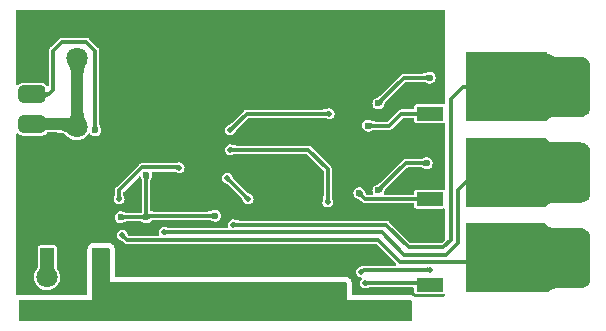
<source format=gbr>
%TF.GenerationSoftware,KiCad,Pcbnew,(6.0.5)*%
%TF.CreationDate,2023-01-05T14:47:55+08:00*%
%TF.ProjectId,Brushless_ESC_STC,42727573-686c-4657-9373-5f4553435f53,rev?*%
%TF.SameCoordinates,Original*%
%TF.FileFunction,Copper,L2,Bot*%
%TF.FilePolarity,Positive*%
%FSLAX46Y46*%
G04 Gerber Fmt 4.6, Leading zero omitted, Abs format (unit mm)*
G04 Created by KiCad (PCBNEW (6.0.5)) date 2023-01-05 14:47:55*
%MOMM*%
%LPD*%
G01*
G04 APERTURE LIST*
G04 Aperture macros list*
%AMRoundRect*
0 Rectangle with rounded corners*
0 $1 Rounding radius*
0 $2 $3 $4 $5 $6 $7 $8 $9 X,Y pos of 4 corners*
0 Add a 4 corners polygon primitive as box body*
4,1,4,$2,$3,$4,$5,$6,$7,$8,$9,$2,$3,0*
0 Add four circle primitives for the rounded corners*
1,1,$1+$1,$2,$3*
1,1,$1+$1,$4,$5*
1,1,$1+$1,$6,$7*
1,1,$1+$1,$8,$9*
0 Add four rect primitives between the rounded corners*
20,1,$1+$1,$2,$3,$4,$5,0*
20,1,$1+$1,$4,$5,$6,$7,0*
20,1,$1+$1,$6,$7,$8,$9,0*
20,1,$1+$1,$8,$9,$2,$3,0*%
G04 Aperture macros list end*
%TA.AperFunction,SMDPad,CuDef*%
%ADD10RoundRect,0.250000X1.100000X-0.325000X1.100000X0.325000X-1.100000X0.325000X-1.100000X-0.325000X0*%
%TD*%
%TA.AperFunction,SMDPad,CuDef*%
%ADD11R,1.200000X2.200000*%
%TD*%
%TA.AperFunction,SMDPad,CuDef*%
%ADD12R,5.800000X6.400000*%
%TD*%
%TA.AperFunction,SMDPad,CuDef*%
%ADD13R,2.200000X1.200000*%
%TD*%
%TA.AperFunction,SMDPad,CuDef*%
%ADD14R,6.400000X5.800000*%
%TD*%
%TA.AperFunction,SMDPad,CuDef*%
%ADD15RoundRect,0.381000X0.762000X0.381000X-0.762000X0.381000X-0.762000X-0.381000X0.762000X-0.381000X0*%
%TD*%
%TA.AperFunction,SMDPad,CuDef*%
%ADD16RoundRect,0.237500X0.300000X0.237500X-0.300000X0.237500X-0.300000X-0.237500X0.300000X-0.237500X0*%
%TD*%
%TA.AperFunction,ViaPad*%
%ADD17C,0.500000*%
%TD*%
%TA.AperFunction,ViaPad*%
%ADD18C,0.800000*%
%TD*%
%TA.AperFunction,ViaPad*%
%ADD19C,0.600000*%
%TD*%
%TA.AperFunction,ViaPad*%
%ADD20C,1.800000*%
%TD*%
%TA.AperFunction,Conductor*%
%ADD21C,0.300000*%
%TD*%
%TA.AperFunction,Conductor*%
%ADD22C,1.000000*%
%TD*%
G04 APERTURE END LIST*
D10*
%TO.P,C7,1*%
%TO.N,VDD*%
X109220000Y-142826000D03*
%TO.P,C7,2*%
%TO.N,GND*%
X109220000Y-139876000D03*
%TD*%
%TO.P,C6,1*%
%TO.N,VDD*%
X115824000Y-142826000D03*
%TO.P,C6,2*%
%TO.N,GND*%
X115824000Y-139876000D03*
%TD*%
%TO.P,C5,1*%
%TO.N,VDD*%
X112522000Y-142826000D03*
%TO.P,C5,2*%
%TO.N,GND*%
X112522000Y-139876000D03*
%TD*%
D11*
%TO.P,U1,1,VI*%
%TO.N,VDD*%
X96387000Y-140471000D03*
D12*
%TO.P,U1,2,GND*%
%TO.N,GND*%
X94107000Y-134171000D03*
D11*
%TO.P,U1,3,VO*%
%TO.N,+5V*%
X91827000Y-140471000D03*
%TD*%
D13*
%TO.P,Q15,S,S*%
%TO.N,GND*%
X124197000Y-137928000D03*
%TO.P,Q15,G,G*%
%TO.N,Net-(Q15-PadG)*%
X124197000Y-142488000D03*
D14*
%TO.P,Q15,D,D*%
%TO.N,/U*%
X130497000Y-140208000D03*
%TD*%
%TO.P,Q13,D,D*%
%TO.N,/V*%
X130497000Y-132969000D03*
D13*
%TO.P,Q13,G,G*%
%TO.N,Net-(Q13-PadG)*%
X124197000Y-135249000D03*
%TO.P,Q13,S,S*%
%TO.N,GND*%
X124197000Y-130689000D03*
%TD*%
D14*
%TO.P,Q11,D,D*%
%TO.N,/W*%
X130497000Y-125730000D03*
D13*
%TO.P,Q11,G,G*%
%TO.N,Net-(Q11-PadG)*%
X124197000Y-128010000D03*
%TO.P,Q11,S,S*%
%TO.N,GND*%
X124197000Y-123450000D03*
%TD*%
D15*
%TO.P,J4,1,Pin_1*%
%TO.N,GND*%
X90551000Y-123825000D03*
%TD*%
%TO.P,J3,1,Pin_1*%
%TO.N,/PWM8*%
X90551000Y-126365000D03*
%TD*%
%TO.P,J2,1,Pin_1*%
%TO.N,+5V*%
X90551000Y-128905000D03*
%TD*%
D10*
%TO.P,C14,1*%
%TO.N,VDD*%
X99314000Y-142826000D03*
%TO.P,C14,2*%
%TO.N,GND*%
X99314000Y-139876000D03*
%TD*%
%TO.P,C12,1*%
%TO.N,VDD*%
X102616000Y-142826000D03*
%TO.P,C12,2*%
%TO.N,GND*%
X102616000Y-139876000D03*
%TD*%
%TO.P,C9,1*%
%TO.N,VDD*%
X105913000Y-142826000D03*
%TO.P,C9,2*%
%TO.N,GND*%
X105913000Y-139876000D03*
%TD*%
D16*
%TO.P,C1,1*%
%TO.N,VDD*%
X96366500Y-142748000D03*
%TO.P,C1,2*%
%TO.N,GND*%
X94641500Y-142748000D03*
%TD*%
D17*
%TO.N,GND*%
X108331000Y-130302000D03*
X108331000Y-131826000D03*
X118313200Y-139344400D03*
X117652800Y-139649200D03*
X114020600Y-132156200D03*
X111556800Y-130327400D03*
X108839000Y-132334000D03*
X108839000Y-129794000D03*
X111963200Y-129667000D03*
X110998000Y-129641600D03*
X111963200Y-128930400D03*
X110845600Y-128854200D03*
X114198400Y-123774200D03*
X114020600Y-124536200D03*
X114985800Y-125501400D03*
X115798600Y-125476000D03*
X116459000Y-125476000D03*
X119938800Y-125501400D03*
X119253000Y-125476000D03*
X118567200Y-125476000D03*
X117805200Y-124790200D03*
X117017800Y-124688600D03*
X117449600Y-124129800D03*
X118211600Y-124231400D03*
X118821200Y-123698000D03*
X119888000Y-136702800D03*
X119100600Y-136677400D03*
X118313200Y-136652000D03*
X117576600Y-136652000D03*
X116789200Y-136626600D03*
X116001800Y-136626600D03*
X115214400Y-136575800D03*
X114401600Y-136550400D03*
X117957600Y-131470400D03*
X120040400Y-132969000D03*
X119354600Y-132969000D03*
X118567200Y-132994400D03*
X116484400Y-132969000D03*
X117094000Y-132308600D03*
X118084600Y-132181600D03*
X117322600Y-131597400D03*
X118643400Y-131216400D03*
X117627400Y-129438400D03*
X116814600Y-129057400D03*
X116255800Y-129565400D03*
X115595400Y-128981200D03*
X114985800Y-129311400D03*
X114198400Y-129057400D03*
X113690400Y-127050800D03*
X114096800Y-126441200D03*
X113106200Y-126492000D03*
X112420400Y-127076200D03*
X111582200Y-127101600D03*
X110845600Y-127127000D03*
X112166400Y-125501400D03*
X111455200Y-125526800D03*
X110744000Y-125526800D03*
D18*
%TO.N,/U*%
X137210800Y-142290800D03*
X137210800Y-140258800D03*
X137210800Y-139242800D03*
X137210800Y-141274800D03*
X135001000Y-140233400D03*
X135001000Y-141249400D03*
X135001000Y-142265400D03*
X135001000Y-138201400D03*
X135001000Y-139217400D03*
X137210800Y-138226800D03*
X133985000Y-138201400D03*
X133985000Y-139217400D03*
X136144000Y-140233400D03*
X133985000Y-141249400D03*
X136144000Y-139217400D03*
X136144000Y-141249400D03*
X136144000Y-138201400D03*
X136144000Y-142265400D03*
X133985000Y-140233400D03*
X133985000Y-142265400D03*
%TO.N,/W*%
X134112000Y-125755400D03*
X134112000Y-127787400D03*
X134112000Y-123723400D03*
X134112000Y-124739400D03*
X134112000Y-126771400D03*
X135128000Y-125755400D03*
X135128000Y-124739400D03*
X135128000Y-123723400D03*
X135128000Y-127787400D03*
X135128000Y-126771400D03*
X136144000Y-123723400D03*
X136144000Y-127787400D03*
X136144000Y-124739400D03*
X136144000Y-125755400D03*
X136144000Y-126771400D03*
X137210800Y-127787400D03*
X137210800Y-125755400D03*
X137210800Y-124739400D03*
X137210800Y-126771400D03*
X137210800Y-123723400D03*
%TO.N,/V*%
X133985000Y-132969000D03*
X133985000Y-133985000D03*
X133985000Y-135001000D03*
X133985000Y-130937000D03*
X133985000Y-131953000D03*
X135001000Y-132969000D03*
X135001000Y-131953000D03*
X135001000Y-133985000D03*
X135001000Y-130937000D03*
X135001000Y-135001000D03*
X136144000Y-135001000D03*
X136144000Y-132969000D03*
X136144000Y-131953000D03*
X136144000Y-133985000D03*
X136144000Y-130937000D03*
X137210800Y-135026400D03*
X137210800Y-134010400D03*
X137210800Y-132994400D03*
X137210800Y-131978400D03*
X137210800Y-130962400D03*
D17*
%TO.N,GND*%
X111379000Y-132969000D03*
X110617000Y-132969000D03*
X112141000Y-132969000D03*
X113284000Y-133858000D03*
X114046000Y-133858000D03*
X114427000Y-134493000D03*
X113665000Y-134493000D03*
X112903000Y-134493000D03*
X109601000Y-136017000D03*
X110363000Y-135382000D03*
X110363000Y-136017000D03*
X111125000Y-136017000D03*
X111125000Y-135382000D03*
X111125000Y-134747000D03*
X111887000Y-134747000D03*
X111887000Y-135382000D03*
X111887000Y-136017000D03*
X107061000Y-136144000D03*
X107061000Y-135382000D03*
X106299000Y-135382000D03*
X105537000Y-135382000D03*
X107061000Y-134620000D03*
X106299000Y-134620000D03*
X105537000Y-134620000D03*
X95758000Y-136271000D03*
X95631000Y-135636000D03*
X94996000Y-135128000D03*
X95123000Y-136017000D03*
X94488000Y-136271000D03*
X94107000Y-135509000D03*
X95123000Y-134493000D03*
X94615000Y-133731000D03*
X93853000Y-134620000D03*
X93853000Y-133731000D03*
X94234000Y-132969000D03*
X94996000Y-130683000D03*
X94996000Y-131699000D03*
X94996000Y-132715000D03*
X95250000Y-133731000D03*
X95885000Y-133604000D03*
X96012000Y-134366000D03*
X96012000Y-135128000D03*
X96266000Y-135763000D03*
X96647000Y-135128000D03*
X96647000Y-134366000D03*
X99441000Y-131826000D03*
X102997000Y-133477000D03*
X102362000Y-133477000D03*
X101727000Y-133477000D03*
X101092000Y-133477000D03*
X104013000Y-131699000D03*
X103378000Y-131699000D03*
X102743000Y-131699000D03*
X102108000Y-131699000D03*
X101473000Y-131699000D03*
X100838000Y-131699000D03*
X98933000Y-129159000D03*
X99568000Y-129794000D03*
X100203000Y-130429000D03*
X100203000Y-129794000D03*
X100203000Y-129159000D03*
X99568000Y-129159000D03*
X98933000Y-132334000D03*
X98933000Y-131318000D03*
X103378000Y-131064000D03*
X104013000Y-130429000D03*
X104013000Y-131064000D03*
X103378000Y-130429000D03*
X102743000Y-131064000D03*
X102743000Y-130429000D03*
X102108000Y-130429000D03*
X102108000Y-131064000D03*
X101473000Y-131064000D03*
X101473000Y-130429000D03*
X100838000Y-131064000D03*
X100838000Y-130429000D03*
X102108000Y-129159000D03*
X102108000Y-129794000D03*
X101473000Y-129794000D03*
X101473000Y-129159000D03*
X100838000Y-129794000D03*
X100838000Y-129159000D03*
X102743000Y-129794000D03*
X102743000Y-129159000D03*
X104013000Y-129159000D03*
X104013000Y-129794000D03*
X103378000Y-129159000D03*
X103378000Y-129794000D03*
X102743000Y-127889000D03*
X102743000Y-128524000D03*
X104013000Y-128524000D03*
X103378000Y-128524000D03*
X103378000Y-127889000D03*
X104013000Y-127889000D03*
X102108000Y-128524000D03*
X102108000Y-127889000D03*
X101473000Y-127889000D03*
X100838000Y-127889000D03*
X101473000Y-128524000D03*
X100838000Y-128524000D03*
X99568000Y-127889000D03*
X98933000Y-127889000D03*
X99568000Y-128524000D03*
X98933000Y-128524000D03*
X100203000Y-128524000D03*
X100203000Y-127889000D03*
X102108000Y-124968000D03*
X102362000Y-124333000D03*
X99187000Y-123190000D03*
X99187000Y-123825000D03*
X99822000Y-123825000D03*
X99822000Y-123190000D03*
X100457000Y-123825000D03*
X100457000Y-123190000D03*
X91948000Y-130683000D03*
X91948000Y-130048000D03*
X91948000Y-131318000D03*
X91948000Y-131953000D03*
X89789000Y-130175000D03*
X89789000Y-130810000D03*
X89789000Y-131445000D03*
X89789000Y-132080000D03*
X94869000Y-139700000D03*
X94107000Y-139700000D03*
X93345000Y-139700000D03*
X93091000Y-139065000D03*
X93218000Y-138430000D03*
X92583000Y-138430000D03*
X91948000Y-138430000D03*
X91313000Y-138430000D03*
X98298000Y-139573000D03*
X98044000Y-140208000D03*
X98044000Y-140843000D03*
X97917000Y-141478000D03*
X101473000Y-139954000D03*
X101473000Y-140970000D03*
X100330000Y-140970000D03*
X100330000Y-139954000D03*
X105410000Y-140970000D03*
X105156000Y-139700000D03*
X107442000Y-139446000D03*
X107442000Y-140208000D03*
X106680000Y-140208000D03*
X106680000Y-140970000D03*
X107442000Y-140970000D03*
X110871000Y-140335000D03*
X111506000Y-140716000D03*
X112141000Y-140716000D03*
X112649000Y-141351000D03*
X113411000Y-141351000D03*
X114173000Y-141351000D03*
X114173000Y-139446000D03*
X114935000Y-140462000D03*
X115697000Y-140462000D03*
X116459000Y-140462000D03*
X118491000Y-140462000D03*
X119253000Y-140462000D03*
X120015000Y-140462000D03*
X124206000Y-120142000D03*
X124841000Y-120777000D03*
X124206000Y-119507000D03*
X123571000Y-120142000D03*
X124841000Y-119507000D03*
X124206000Y-120777000D03*
X124841000Y-120142000D03*
X123571000Y-119507000D03*
X123571000Y-120777000D03*
X121666000Y-120142000D03*
X122936000Y-120142000D03*
X122301000Y-120142000D03*
X121031000Y-119507000D03*
X121666000Y-120777000D03*
X122301000Y-120777000D03*
X121666000Y-119507000D03*
X121031000Y-120777000D03*
X122301000Y-119507000D03*
X122936000Y-119507000D03*
X121031000Y-120142000D03*
X122936000Y-120777000D03*
X117221000Y-120142000D03*
X115316000Y-119507000D03*
X119761000Y-120142000D03*
X119126000Y-120142000D03*
X118491000Y-119507000D03*
X118491000Y-120142000D03*
X117856000Y-120777000D03*
X111506000Y-120777000D03*
X115951000Y-119507000D03*
X119761000Y-120777000D03*
X111506000Y-119507000D03*
X110236000Y-120777000D03*
X115316000Y-120142000D03*
X117856000Y-120142000D03*
X119126000Y-120777000D03*
X116586000Y-120777000D03*
X116586000Y-120142000D03*
X117221000Y-119507000D03*
X112141000Y-119507000D03*
X115316000Y-120777000D03*
X117856000Y-119507000D03*
X115951000Y-120777000D03*
X119126000Y-119507000D03*
X112141000Y-120777000D03*
X112141000Y-120142000D03*
X115951000Y-120142000D03*
X111506000Y-120142000D03*
X119761000Y-119507000D03*
X118491000Y-120777000D03*
X117221000Y-120777000D03*
X116586000Y-119507000D03*
X120396000Y-120777000D03*
X120396000Y-119507000D03*
X120396000Y-120142000D03*
X110871000Y-120777000D03*
X114046000Y-119507000D03*
X112776000Y-119507000D03*
X114681000Y-120777000D03*
X114681000Y-120142000D03*
X114046000Y-120142000D03*
X113411000Y-120142000D03*
X110871000Y-119507000D03*
X110871000Y-120142000D03*
X110236000Y-119507000D03*
X113411000Y-119507000D03*
X112776000Y-120142000D03*
X114046000Y-120777000D03*
X112776000Y-120777000D03*
X114681000Y-119507000D03*
X113411000Y-120777000D03*
X110236000Y-120142000D03*
X107061000Y-120142000D03*
X105156000Y-119507000D03*
X109601000Y-120142000D03*
X108966000Y-120142000D03*
X108331000Y-119507000D03*
X108331000Y-120142000D03*
X107696000Y-120777000D03*
X101346000Y-120777000D03*
X105791000Y-119507000D03*
X109601000Y-120777000D03*
X101346000Y-119507000D03*
X100076000Y-120777000D03*
X105156000Y-120142000D03*
X107696000Y-120142000D03*
X108966000Y-120777000D03*
X106426000Y-120777000D03*
X106426000Y-120142000D03*
X107061000Y-119507000D03*
X101981000Y-119507000D03*
X105156000Y-120777000D03*
X107696000Y-119507000D03*
X105791000Y-120777000D03*
X108966000Y-119507000D03*
X101981000Y-120777000D03*
X101981000Y-120142000D03*
X105791000Y-120142000D03*
X101346000Y-120142000D03*
X109601000Y-119507000D03*
X108331000Y-120777000D03*
X107061000Y-120777000D03*
X106426000Y-119507000D03*
X100711000Y-120777000D03*
X103886000Y-119507000D03*
X102616000Y-119507000D03*
X104521000Y-120777000D03*
X104521000Y-120142000D03*
X103886000Y-120142000D03*
X103251000Y-120142000D03*
X100711000Y-119507000D03*
X100711000Y-120142000D03*
X100076000Y-119507000D03*
X103251000Y-119507000D03*
X102616000Y-120142000D03*
X103886000Y-120777000D03*
X102616000Y-120777000D03*
X104521000Y-119507000D03*
X103251000Y-120777000D03*
X100076000Y-120142000D03*
X96266000Y-120777000D03*
X96266000Y-119507000D03*
X94996000Y-120777000D03*
X96901000Y-119507000D03*
X96901000Y-120777000D03*
X96901000Y-120142000D03*
X96266000Y-120142000D03*
X95631000Y-120777000D03*
X98806000Y-119507000D03*
X97536000Y-119507000D03*
X99441000Y-120777000D03*
X99441000Y-120142000D03*
X98806000Y-120142000D03*
X98171000Y-120142000D03*
X95631000Y-119507000D03*
X95631000Y-120142000D03*
X94996000Y-119507000D03*
X98171000Y-119507000D03*
X97536000Y-120142000D03*
X98806000Y-120777000D03*
X97536000Y-120777000D03*
X99441000Y-119507000D03*
X98171000Y-120777000D03*
X94996000Y-120142000D03*
X93726000Y-120777000D03*
X93726000Y-119507000D03*
X92456000Y-120777000D03*
X94361000Y-119507000D03*
X94361000Y-120777000D03*
X94361000Y-120142000D03*
X93726000Y-120142000D03*
X93091000Y-120777000D03*
X93091000Y-119507000D03*
X93091000Y-120142000D03*
X92456000Y-119507000D03*
X92456000Y-120142000D03*
X91186000Y-120777000D03*
X91821000Y-120777000D03*
X91821000Y-119507000D03*
X91821000Y-120142000D03*
X91186000Y-119507000D03*
X91186000Y-120142000D03*
X90551000Y-120777000D03*
X90551000Y-119507000D03*
X90551000Y-120142000D03*
X89916000Y-120777000D03*
X89916000Y-120142000D03*
X89916000Y-119507000D03*
D18*
%TO.N,/U*%
X128143000Y-142494000D03*
X132715000Y-140208000D03*
X130429000Y-141351000D03*
X128143000Y-141351000D03*
X129286000Y-142494000D03*
X129286000Y-139065000D03*
X132715000Y-141351000D03*
X131572000Y-137922000D03*
X131572000Y-141351000D03*
X129286000Y-137922000D03*
X130429000Y-139065000D03*
X128143000Y-139065000D03*
X128143000Y-137922000D03*
X131572000Y-139065000D03*
X130429000Y-140208000D03*
X129286000Y-140208000D03*
X129286000Y-141351000D03*
X128143000Y-140208000D03*
X131572000Y-142494000D03*
X131572000Y-140208000D03*
X130429000Y-142494000D03*
X132715000Y-137922000D03*
X130429000Y-137922000D03*
X132715000Y-142494000D03*
X132715000Y-139065000D03*
%TO.N,/V*%
X129286000Y-131826000D03*
X131572000Y-130683000D03*
X131572000Y-134112000D03*
X131572000Y-131826000D03*
X129286000Y-134112000D03*
X129286000Y-135255000D03*
X129286000Y-132969000D03*
X131572000Y-135255000D03*
X131572000Y-132969000D03*
X129286000Y-130683000D03*
X132715000Y-134112000D03*
X130429000Y-135255000D03*
X132715000Y-130683000D03*
X132715000Y-132969000D03*
X132715000Y-131826000D03*
X130429000Y-130683000D03*
X132715000Y-135255000D03*
X130429000Y-134112000D03*
X130429000Y-131826000D03*
X130429000Y-132969000D03*
X128143000Y-131826000D03*
X128143000Y-134112000D03*
X128143000Y-135255000D03*
X128143000Y-130683000D03*
X128143000Y-132969000D03*
%TO.N,/W*%
X132715000Y-123444000D03*
X132715000Y-126873000D03*
X132715000Y-124587000D03*
X132715000Y-128016000D03*
X132715000Y-125730000D03*
X131572000Y-128016000D03*
X131572000Y-123444000D03*
X131572000Y-126873000D03*
X131572000Y-124587000D03*
X131572000Y-125730000D03*
X130429000Y-124587000D03*
X130429000Y-126873000D03*
X130429000Y-128016000D03*
X130429000Y-125730000D03*
X130429000Y-123444000D03*
X129286000Y-124587000D03*
X129286000Y-126873000D03*
X129286000Y-128016000D03*
X129286000Y-123444000D03*
X129286000Y-125730000D03*
X128143000Y-128016000D03*
X128143000Y-126873000D03*
X128143000Y-125730000D03*
X128143000Y-124587000D03*
X128143000Y-123444000D03*
D19*
%TO.N,Net-(Q12-PadG)*%
X123952000Y-132207000D03*
%TO.N,Net-(Q10-PadG)*%
X124206000Y-124968000D03*
X119864500Y-127150500D03*
%TO.N,Net-(Q12-PadG)*%
X119864500Y-134516500D03*
%TO.N,Net-(Q11-PadG)*%
X118999000Y-129032000D03*
%TO.N,Net-(Q13-PadG)*%
X118250000Y-134750000D03*
%TO.N,/PWM8*%
X95885000Y-129413000D03*
D20*
%TO.N,+5V*%
X94361000Y-123317000D03*
X94361000Y-129159000D03*
X91821000Y-141859000D03*
D17*
%TO.N,/ADC11*%
X97917000Y-135255000D03*
X102997000Y-132588000D03*
%TO.N,/PWM2L*%
X115570000Y-135509000D03*
X107315000Y-131064000D03*
%TO.N,/PWM1*%
X107061000Y-133477000D03*
X108839000Y-135255000D03*
%TO.N,/PWM3L*%
X115697000Y-128016000D03*
X107315000Y-129413000D03*
%TO.N,Net-(Q15-PadG)*%
X118745000Y-142367000D03*
%TO.N,Net-(Q14-PadG)*%
X118430000Y-141412000D03*
X124206000Y-141224000D03*
%TO.N,/W*%
X107569000Y-137414000D03*
%TO.N,/V*%
X101727000Y-138049000D03*
%TO.N,/U*%
X98171000Y-138303000D03*
D19*
%TO.N,/CMP-*%
X98044000Y-136779000D03*
X106045000Y-136652000D03*
X100203000Y-133223000D03*
X100217767Y-136793500D03*
D17*
%TO.N,VDD*%
X120904000Y-144018000D03*
X122174000Y-144018000D03*
X121539000Y-144018000D03*
X122174000Y-145288000D03*
X122174000Y-144653000D03*
X120904000Y-145288000D03*
X121539000Y-145288000D03*
X120269000Y-145288000D03*
X120269000Y-144653000D03*
X121539000Y-144653000D03*
X120904000Y-144653000D03*
X112649000Y-144653000D03*
X110744000Y-144018000D03*
X110744000Y-144653000D03*
X112014000Y-144653000D03*
X111379000Y-144653000D03*
X109474000Y-144653000D03*
X112014000Y-144018000D03*
X111379000Y-145288000D03*
X111379000Y-144018000D03*
X112014000Y-145288000D03*
X109474000Y-145288000D03*
X110744000Y-145288000D03*
X110109000Y-145288000D03*
X112649000Y-145288000D03*
X107569000Y-145288000D03*
X119634000Y-144653000D03*
X118364000Y-144653000D03*
X118999000Y-145288000D03*
X113284000Y-145288000D03*
X113919000Y-145288000D03*
X114554000Y-145288000D03*
X108839000Y-144018000D03*
X110109000Y-144018000D03*
X115824000Y-144653000D03*
X107569000Y-144018000D03*
X118364000Y-145288000D03*
X115189000Y-145288000D03*
X108204000Y-144653000D03*
X108204000Y-144018000D03*
X115824000Y-144018000D03*
X116459000Y-145288000D03*
X117094000Y-145288000D03*
X114554000Y-144653000D03*
X118999000Y-144018000D03*
X117729000Y-144653000D03*
X117729000Y-145288000D03*
X113284000Y-144653000D03*
X116459000Y-144653000D03*
X119634000Y-145288000D03*
X115189000Y-144653000D03*
X115824000Y-145288000D03*
X108839000Y-144653000D03*
X117094000Y-144653000D03*
X108839000Y-145288000D03*
X113919000Y-144018000D03*
X107569000Y-144653000D03*
X113919000Y-144653000D03*
X108204000Y-145288000D03*
X110109000Y-144653000D03*
X118999000Y-144653000D03*
X109474000Y-144018000D03*
X106934000Y-144018000D03*
X106934000Y-144653000D03*
X106934000Y-145288000D03*
X106299000Y-145288000D03*
X106299000Y-144653000D03*
X106299000Y-144018000D03*
X105664000Y-144653000D03*
X103759000Y-144018000D03*
X105664000Y-144018000D03*
X103759000Y-144653000D03*
X105029000Y-144653000D03*
X104394000Y-144653000D03*
X102489000Y-144653000D03*
X105029000Y-144018000D03*
X104394000Y-145288000D03*
X104394000Y-144018000D03*
X105029000Y-145288000D03*
X102489000Y-145288000D03*
X103759000Y-145288000D03*
X103124000Y-145288000D03*
X105664000Y-145288000D03*
X100584000Y-145288000D03*
X101854000Y-144018000D03*
X103124000Y-144018000D03*
X100584000Y-144018000D03*
X101219000Y-144653000D03*
X101219000Y-144018000D03*
X101854000Y-144653000D03*
X101854000Y-145288000D03*
X100584000Y-144653000D03*
X101219000Y-145288000D03*
X103124000Y-144653000D03*
X102489000Y-144018000D03*
X99949000Y-144018000D03*
X99949000Y-144653000D03*
X99949000Y-145288000D03*
X99314000Y-145288000D03*
X99314000Y-144653000D03*
X99314000Y-144018000D03*
X97409000Y-145288000D03*
X98679000Y-144018000D03*
X97409000Y-144018000D03*
X98044000Y-144653000D03*
X98044000Y-144018000D03*
X98679000Y-144653000D03*
X98679000Y-145288000D03*
X97409000Y-144653000D03*
X98044000Y-145288000D03*
X95504000Y-145288000D03*
X95504000Y-144653000D03*
X96774000Y-144018000D03*
X96774000Y-144653000D03*
X96774000Y-145288000D03*
X96139000Y-145288000D03*
X96139000Y-144653000D03*
X96139000Y-144018000D03*
X95504000Y-144018000D03*
X93599000Y-145288000D03*
X93599000Y-144653000D03*
X94869000Y-144018000D03*
X94869000Y-144653000D03*
X94869000Y-145288000D03*
X94234000Y-145288000D03*
X94234000Y-144653000D03*
X94234000Y-144018000D03*
X93599000Y-144018000D03*
X89789000Y-145288000D03*
X89789000Y-144653000D03*
X91059000Y-144018000D03*
X91059000Y-144653000D03*
X91059000Y-145288000D03*
X90424000Y-145288000D03*
X90424000Y-144653000D03*
X90424000Y-144018000D03*
X89789000Y-144018000D03*
X92964000Y-145288000D03*
X92964000Y-144653000D03*
X92964000Y-144018000D03*
X92329000Y-145288000D03*
X92329000Y-144653000D03*
X92329000Y-144018000D03*
X91694000Y-145288000D03*
X91694000Y-144653000D03*
X91694000Y-144018000D03*
%TD*%
D21*
%TO.N,/PWM8*%
X91948000Y-126365000D02*
X90551000Y-126365000D01*
X92329000Y-122682000D02*
X92329000Y-125984000D01*
X92329000Y-125984000D02*
X91948000Y-126365000D01*
X95123000Y-121920000D02*
X93091000Y-121920000D01*
X93091000Y-121920000D02*
X92329000Y-122682000D01*
X95885000Y-129413000D02*
X95885000Y-122682000D01*
X95885000Y-122682000D02*
X95123000Y-121920000D01*
%TO.N,Net-(Q11-PadG)*%
X120777000Y-129032000D02*
X121799000Y-128010000D01*
X118999000Y-129032000D02*
X120777000Y-129032000D01*
X121799000Y-128010000D02*
X124197000Y-128010000D01*
%TO.N,/ADC11*%
X97917000Y-134493000D02*
X97917000Y-135255000D01*
X102982489Y-132573489D02*
X99836511Y-132573489D01*
X102997000Y-132588000D02*
X102982489Y-132573489D01*
X99836511Y-132573489D02*
X97917000Y-134493000D01*
D22*
%TO.N,+5V*%
X91827000Y-141853000D02*
X91827000Y-140471000D01*
X91821000Y-141859000D02*
X91827000Y-141853000D01*
D21*
%TO.N,Net-(Q13-PadG)*%
X118749000Y-135249000D02*
X124197000Y-135249000D01*
X118250000Y-134750000D02*
X118749000Y-135249000D01*
%TO.N,Net-(Q12-PadG)*%
X122174000Y-132207000D02*
X123952000Y-132207000D01*
X119864500Y-134516500D02*
X122174000Y-132207000D01*
%TO.N,Net-(Q10-PadG)*%
X122047000Y-124968000D02*
X124206000Y-124968000D01*
X119864500Y-127150500D02*
X122047000Y-124968000D01*
D22*
%TO.N,+5V*%
X94361000Y-123317000D02*
X94361000Y-129159000D01*
X94107000Y-128905000D02*
X90170000Y-128905000D01*
X94361000Y-129159000D02*
X94107000Y-128905000D01*
D21*
%TO.N,/CMP-*%
X100203000Y-133223000D02*
X100203000Y-136778733D01*
X100203000Y-136778733D02*
X100217767Y-136793500D01*
%TO.N,/PWM2L*%
X115570000Y-132715000D02*
X115570000Y-135509000D01*
X113919000Y-131064000D02*
X115570000Y-132715000D01*
X107315000Y-131064000D02*
X113919000Y-131064000D01*
%TO.N,/PWM1*%
X108839000Y-135255000D02*
X107061000Y-133477000D01*
%TO.N,/W*%
X127000000Y-125730000D02*
X130497000Y-125730000D01*
X125984000Y-126746000D02*
X127000000Y-125730000D01*
X125349000Y-139319000D02*
X125984000Y-138684000D01*
X125984000Y-138684000D02*
X125984000Y-126746000D01*
X122428000Y-139319000D02*
X125349000Y-139319000D01*
X120523000Y-137414000D02*
X122428000Y-139319000D01*
X107569000Y-137414000D02*
X120523000Y-137414000D01*
%TO.N,/PWM3L*%
X108712000Y-128016000D02*
X115697000Y-128016000D01*
X107315000Y-129413000D02*
X108712000Y-128016000D01*
%TO.N,/V*%
X126619000Y-138938000D02*
X126619000Y-134493000D01*
X125603000Y-139954000D02*
X126619000Y-138938000D01*
X122047000Y-139954000D02*
X125603000Y-139954000D01*
X126619000Y-134493000D02*
X128143000Y-132969000D01*
X128143000Y-132969000D02*
X130497000Y-132969000D01*
X120142000Y-138049000D02*
X122047000Y-139954000D01*
X101727000Y-138049000D02*
X120142000Y-138049000D01*
%TO.N,/U*%
X119824500Y-138684000D02*
X121729500Y-140589000D01*
X130116000Y-140589000D02*
X130497000Y-140208000D01*
X98552000Y-138684000D02*
X119824500Y-138684000D01*
X121729500Y-140589000D02*
X130116000Y-140589000D01*
X98171000Y-138303000D02*
X98552000Y-138684000D01*
%TO.N,Net-(Q15-PadG)*%
X124076000Y-142367000D02*
X124197000Y-142488000D01*
X118745000Y-142367000D02*
X124076000Y-142367000D01*
%TO.N,Net-(Q14-PadG)*%
X124206000Y-141224000D02*
X118618000Y-141224000D01*
X118618000Y-141224000D02*
X118430000Y-141412000D01*
%TO.N,/CMP-*%
X100359267Y-136652000D02*
X100217767Y-136793500D01*
X106045000Y-136652000D02*
X100359267Y-136652000D01*
X98044000Y-136779000D02*
X100203267Y-136779000D01*
X100203267Y-136779000D02*
X100217767Y-136793500D01*
%TD*%
%TA.AperFunction,Conductor*%
%TO.N,/PWM8*%
G36*
X90890838Y-125683857D02*
G01*
X91011918Y-125757177D01*
X91013322Y-125758175D01*
X91128526Y-125853615D01*
X91129297Y-125854314D01*
X91234761Y-125958803D01*
X91235023Y-125959071D01*
X91333564Y-126063426D01*
X91333610Y-126063472D01*
X91333634Y-126063497D01*
X91427632Y-126157943D01*
X91427854Y-126158166D01*
X91428090Y-126158359D01*
X91428096Y-126158364D01*
X91443367Y-126170825D01*
X91520738Y-126233960D01*
X91521301Y-126234244D01*
X91521304Y-126234246D01*
X91564204Y-126255886D01*
X91615174Y-126281597D01*
X91666716Y-126286948D01*
X91712858Y-126291738D01*
X91712859Y-126291738D01*
X91714123Y-126291869D01*
X91783032Y-126268362D01*
X91819603Y-126255886D01*
X91819605Y-126255885D01*
X91820543Y-126255565D01*
X91929231Y-126169909D01*
X91937848Y-126167479D01*
X91944744Y-126170825D01*
X92140695Y-126366776D01*
X92144122Y-126375049D01*
X92140140Y-126383842D01*
X92028665Y-126481662D01*
X92027300Y-126482693D01*
X91914489Y-126555627D01*
X91912949Y-126556467D01*
X91837885Y-126590335D01*
X91805960Y-126604738D01*
X91804572Y-126605261D01*
X91701642Y-126636698D01*
X91700759Y-126636930D01*
X91600123Y-126659256D01*
X91571163Y-126665327D01*
X91500776Y-126680082D01*
X91500761Y-126680086D01*
X91500597Y-126680120D01*
X91401219Y-126707214D01*
X91300574Y-126748332D01*
X91300180Y-126748572D01*
X91300176Y-126748574D01*
X91197661Y-126811013D01*
X91197244Y-126811267D01*
X91096149Y-126898358D01*
X91087646Y-126901162D01*
X91082602Y-126899590D01*
X90183338Y-126372813D01*
X90177932Y-126365675D01*
X90179157Y-126356804D01*
X90181142Y-126354285D01*
X90246184Y-126291738D01*
X90801595Y-125757626D01*
X90876668Y-125685432D01*
X90885007Y-125682167D01*
X90890838Y-125683857D01*
G37*
%TD.AperFunction*%
%TD*%
%TA.AperFunction,Conductor*%
%TO.N,/PWM8*%
G36*
X96031771Y-128826427D02*
G01*
X96035196Y-128834500D01*
X96036125Y-128888915D01*
X96039535Y-128945489D01*
X96045278Y-128994560D01*
X96053405Y-129037963D01*
X96063965Y-129077536D01*
X96077008Y-129115115D01*
X96092583Y-129152538D01*
X96092623Y-129152624D01*
X96110724Y-129191606D01*
X96110740Y-129191640D01*
X96131529Y-129234260D01*
X96151403Y-129274882D01*
X96151960Y-129283820D01*
X96149326Y-129288134D01*
X95893433Y-129554231D01*
X95885229Y-129557819D01*
X95876567Y-129554231D01*
X95620674Y-129288134D01*
X95617409Y-129279795D01*
X95618597Y-129274882D01*
X95638470Y-129234260D01*
X95659259Y-129191640D01*
X95659275Y-129191606D01*
X95677376Y-129152624D01*
X95677416Y-129152538D01*
X95692991Y-129115115D01*
X95706034Y-129077536D01*
X95716594Y-129037963D01*
X95724721Y-128994560D01*
X95730464Y-128945489D01*
X95733874Y-128888915D01*
X95734804Y-128834500D01*
X95738371Y-128826287D01*
X95746502Y-128823000D01*
X96023498Y-128823000D01*
X96031771Y-128826427D01*
G37*
%TD.AperFunction*%
%TD*%
%TA.AperFunction,Conductor*%
%TO.N,Net-(Q11-PadG)*%
G36*
X119137118Y-128765597D02*
G01*
X119177739Y-128785470D01*
X119220315Y-128806238D01*
X119220349Y-128806254D01*
X119220359Y-128806259D01*
X119259461Y-128824416D01*
X119296884Y-128839991D01*
X119334463Y-128853034D01*
X119334655Y-128853085D01*
X119334664Y-128853088D01*
X119365783Y-128861392D01*
X119374036Y-128863594D01*
X119417439Y-128871721D01*
X119466510Y-128877464D01*
X119497273Y-128879318D01*
X119522947Y-128880866D01*
X119522959Y-128880866D01*
X119523084Y-128880874D01*
X119523213Y-128880876D01*
X119523234Y-128880877D01*
X119577500Y-128881804D01*
X119585713Y-128885371D01*
X119589000Y-128893502D01*
X119589000Y-129170498D01*
X119585573Y-129178771D01*
X119577500Y-129182196D01*
X119523234Y-129183122D01*
X119523213Y-129183123D01*
X119523084Y-129183125D01*
X119522959Y-129183133D01*
X119522947Y-129183133D01*
X119497273Y-129184681D01*
X119466510Y-129186535D01*
X119417439Y-129192278D01*
X119374036Y-129200405D01*
X119373819Y-129200463D01*
X119334664Y-129210911D01*
X119334655Y-129210914D01*
X119334463Y-129210965D01*
X119296884Y-129224008D01*
X119259461Y-129239583D01*
X119259375Y-129239623D01*
X119220393Y-129257724D01*
X119220315Y-129257761D01*
X119177739Y-129278529D01*
X119137118Y-129298403D01*
X119128180Y-129298960D01*
X119123866Y-129296326D01*
X118857769Y-129040433D01*
X118854181Y-129032229D01*
X118857769Y-129023567D01*
X119123866Y-128767674D01*
X119132205Y-128764409D01*
X119137118Y-128765597D01*
G37*
%TD.AperFunction*%
%TD*%
%TA.AperFunction,Conductor*%
%TO.N,Net-(Q11-PadG)*%
G36*
X123941571Y-127475870D02*
G01*
X124335016Y-127854227D01*
X124488231Y-128001567D01*
X124491819Y-128009771D01*
X124488231Y-128018433D01*
X124163717Y-128330503D01*
X123941571Y-128544130D01*
X123933232Y-128547395D01*
X123927985Y-128546036D01*
X123827970Y-128493039D01*
X123827309Y-128492661D01*
X123736658Y-128436538D01*
X123736206Y-128436244D01*
X123656930Y-128381907D01*
X123656809Y-128381822D01*
X123584089Y-128330612D01*
X123584056Y-128330590D01*
X123583994Y-128330546D01*
X123512774Y-128283668D01*
X123438231Y-128242497D01*
X123355373Y-128208289D01*
X123355029Y-128208196D01*
X123355023Y-128208194D01*
X123305640Y-128194848D01*
X123259210Y-128182299D01*
X123258868Y-128182250D01*
X123258860Y-128182248D01*
X123173566Y-128169942D01*
X123144749Y-128165784D01*
X123144470Y-128165772D01*
X123144467Y-128165772D01*
X123104291Y-128164085D01*
X123018208Y-128160471D01*
X123010087Y-128156700D01*
X123007000Y-128148781D01*
X123007000Y-127871219D01*
X123010427Y-127862946D01*
X123018208Y-127859529D01*
X123096859Y-127856226D01*
X123144467Y-127854227D01*
X123144470Y-127854227D01*
X123144749Y-127854215D01*
X123173566Y-127850057D01*
X123258860Y-127837751D01*
X123258868Y-127837749D01*
X123259210Y-127837700D01*
X123305640Y-127825151D01*
X123355023Y-127811805D01*
X123355029Y-127811803D01*
X123355373Y-127811710D01*
X123438231Y-127777502D01*
X123512774Y-127736331D01*
X123583994Y-127689453D01*
X123584056Y-127689409D01*
X123584089Y-127689387D01*
X123656809Y-127638177D01*
X123656930Y-127638092D01*
X123736206Y-127583755D01*
X123736662Y-127583458D01*
X123827309Y-127527338D01*
X123827970Y-127526960D01*
X123927984Y-127473965D01*
X123936898Y-127473119D01*
X123941571Y-127475870D01*
G37*
%TD.AperFunction*%
%TD*%
%TA.AperFunction,Conductor*%
%TO.N,Net-(Q12-PadG)*%
G36*
X123827134Y-131942674D02*
G01*
X124093231Y-132198567D01*
X124096819Y-132206771D01*
X124093231Y-132215433D01*
X123827134Y-132471326D01*
X123818795Y-132474591D01*
X123813882Y-132473403D01*
X123773260Y-132453529D01*
X123730684Y-132432761D01*
X123730606Y-132432724D01*
X123691624Y-132414623D01*
X123691538Y-132414583D01*
X123654115Y-132399008D01*
X123616536Y-132385965D01*
X123616344Y-132385914D01*
X123616335Y-132385911D01*
X123577180Y-132375463D01*
X123576963Y-132375405D01*
X123533560Y-132367278D01*
X123484489Y-132361535D01*
X123453726Y-132359681D01*
X123428052Y-132358133D01*
X123428040Y-132358133D01*
X123427915Y-132358125D01*
X123427786Y-132358123D01*
X123427765Y-132358122D01*
X123373500Y-132357196D01*
X123365287Y-132353629D01*
X123362000Y-132345498D01*
X123362000Y-132068502D01*
X123365427Y-132060229D01*
X123373500Y-132056804D01*
X123427765Y-132055877D01*
X123427786Y-132055876D01*
X123427915Y-132055874D01*
X123428040Y-132055866D01*
X123428052Y-132055866D01*
X123453726Y-132054318D01*
X123484489Y-132052464D01*
X123533560Y-132046721D01*
X123576963Y-132038594D01*
X123585216Y-132036392D01*
X123616335Y-132028088D01*
X123616344Y-132028085D01*
X123616536Y-132028034D01*
X123654115Y-132014991D01*
X123691538Y-131999416D01*
X123730640Y-131981259D01*
X123730650Y-131981254D01*
X123730684Y-131981238D01*
X123773260Y-131960470D01*
X123813882Y-131940597D01*
X123822820Y-131940040D01*
X123827134Y-131942674D01*
G37*
%TD.AperFunction*%
%TD*%
%TA.AperFunction,Conductor*%
%TO.N,/ADC11*%
G36*
X98063656Y-134768427D02*
G01*
X98067083Y-134776616D01*
X98067386Y-134819313D01*
X98068706Y-134866605D01*
X98071202Y-134908159D01*
X98075118Y-134945256D01*
X98080696Y-134979178D01*
X98088177Y-135011207D01*
X98097806Y-135042624D01*
X98109824Y-135074712D01*
X98124475Y-135108753D01*
X98124516Y-135108840D01*
X98124524Y-135108858D01*
X98138575Y-135138743D01*
X98138994Y-135147688D01*
X98136420Y-135151831D01*
X97925433Y-135371231D01*
X97917229Y-135374819D01*
X97908567Y-135371231D01*
X97697580Y-135151831D01*
X97694315Y-135143492D01*
X97695425Y-135138743D01*
X97697679Y-135133948D01*
X97709524Y-135108753D01*
X97724175Y-135074712D01*
X97736193Y-135042624D01*
X97745822Y-135011207D01*
X97753303Y-134979178D01*
X97758881Y-134945256D01*
X97762797Y-134908159D01*
X97765293Y-134866605D01*
X97766613Y-134819313D01*
X97766917Y-134776616D01*
X97770403Y-134768368D01*
X97778617Y-134765000D01*
X98055383Y-134765000D01*
X98063656Y-134768427D01*
G37*
%TD.AperFunction*%
%TD*%
%TA.AperFunction,Conductor*%
%TO.N,/ADC11*%
G36*
X102902501Y-132360258D02*
G01*
X102906484Y-132363060D01*
X102965687Y-132426866D01*
X103113522Y-132586197D01*
X103116637Y-132594592D01*
X103112562Y-132603035D01*
X102881487Y-132801209D01*
X102872976Y-132803994D01*
X102868330Y-132802633D01*
X102865681Y-132801209D01*
X102838771Y-132786743D01*
X102805086Y-132770363D01*
X102793017Y-132765320D01*
X102773287Y-132757077D01*
X102773280Y-132757074D01*
X102773102Y-132757000D01*
X102772922Y-132756939D01*
X102772908Y-132756934D01*
X102741798Y-132746438D01*
X102741792Y-132746436D01*
X102741575Y-132746363D01*
X102709265Y-132738161D01*
X102709059Y-132738125D01*
X102709056Y-132738124D01*
X102701199Y-132736738D01*
X102674928Y-132732103D01*
X102654808Y-132729853D01*
X102637469Y-132727914D01*
X102637461Y-132727913D01*
X102637324Y-132727898D01*
X102637177Y-132727889D01*
X102637168Y-132727888D01*
X102595312Y-132725260D01*
X102595295Y-132725259D01*
X102595211Y-132725254D01*
X102547346Y-132723881D01*
X102547300Y-132723881D01*
X102547270Y-132723880D01*
X102504105Y-132723572D01*
X102495857Y-132720086D01*
X102492489Y-132711872D01*
X102492489Y-132435139D01*
X102495916Y-132426866D01*
X102504139Y-132423439D01*
X102537939Y-132423293D01*
X102550343Y-132423240D01*
X102550358Y-132423240D01*
X102573328Y-132422816D01*
X102600681Y-132422311D01*
X102644903Y-132420424D01*
X102684413Y-132417303D01*
X102699377Y-132415388D01*
X102720434Y-132412694D01*
X102720446Y-132412692D01*
X102720611Y-132412671D01*
X102720771Y-132412641D01*
X102720784Y-132412639D01*
X102740990Y-132408856D01*
X102754901Y-132406252D01*
X102755052Y-132406214D01*
X102755057Y-132406213D01*
X102788549Y-132397801D01*
X102788560Y-132397798D01*
X102788683Y-132397767D01*
X102788808Y-132397728D01*
X102788815Y-132397726D01*
X102797675Y-132394960D01*
X102823361Y-132386942D01*
X102860337Y-132373499D01*
X102860402Y-132373473D01*
X102893546Y-132360161D01*
X102902501Y-132360258D01*
G37*
%TD.AperFunction*%
%TD*%
%TA.AperFunction,Conductor*%
%TO.N,+5V*%
G36*
X92323737Y-140484427D02*
G01*
X92327163Y-140492534D01*
X92328622Y-140595951D01*
X92333497Y-140702544D01*
X92341638Y-140800809D01*
X92342210Y-140805318D01*
X92342210Y-140805322D01*
X92351092Y-140875304D01*
X92353056Y-140890778D01*
X92367762Y-140972482D01*
X92385771Y-141045955D01*
X92385839Y-141046163D01*
X92404872Y-141104426D01*
X92407093Y-141111226D01*
X92407196Y-141111464D01*
X92428573Y-141160990D01*
X92431740Y-141168328D01*
X92459725Y-141217293D01*
X92482791Y-141247369D01*
X92486063Y-141251636D01*
X92488379Y-141260286D01*
X92486631Y-141265066D01*
X92233031Y-141661000D01*
X91844836Y-142267071D01*
X91827986Y-142293378D01*
X91820638Y-142298497D01*
X91811824Y-142296920D01*
X91808198Y-142293246D01*
X91416307Y-141662976D01*
X91325099Y-141516288D01*
X91163382Y-141256204D01*
X91161924Y-141247369D01*
X91164128Y-141242784D01*
X91190373Y-141209480D01*
X91190375Y-141209477D01*
X91190617Y-141209170D01*
X91218972Y-141160990D01*
X91244085Y-141104673D01*
X91244169Y-141104426D01*
X91265861Y-141040407D01*
X91265864Y-141040396D01*
X91265931Y-141040199D01*
X91283227Y-140972482D01*
X91284438Y-140967739D01*
X91284440Y-140967731D01*
X91284486Y-140967550D01*
X91298928Y-140890928D01*
X91299695Y-140886861D01*
X91299696Y-140886853D01*
X91299724Y-140886706D01*
X91311165Y-140801047D01*
X91311619Y-140797648D01*
X91320147Y-140700357D01*
X91323624Y-140628888D01*
X91325276Y-140594943D01*
X91325277Y-140594925D01*
X91325282Y-140594814D01*
X91326826Y-140492523D01*
X91330378Y-140484303D01*
X91338525Y-140481000D01*
X92315464Y-140481000D01*
X92323737Y-140484427D01*
G37*
%TD.AperFunction*%
%TD*%
%TA.AperFunction,Conductor*%
%TO.N,+5V*%
G36*
X91835433Y-140179769D02*
G01*
X92125112Y-140481000D01*
X92334741Y-140698987D01*
X92334741Y-140698988D01*
X92361841Y-140727169D01*
X92365106Y-140735508D01*
X92364328Y-140739479D01*
X92346192Y-140786632D01*
X92331729Y-140848720D01*
X92322631Y-140919030D01*
X92317920Y-140997794D01*
X92316618Y-141085247D01*
X92317747Y-141181621D01*
X92320327Y-141287149D01*
X92323382Y-141402067D01*
X92325721Y-141516288D01*
X92325757Y-141518024D01*
X92325931Y-141526538D01*
X92325933Y-141526685D01*
X92326906Y-141649207D01*
X92323545Y-141657507D01*
X92315206Y-141661000D01*
X91338794Y-141661000D01*
X91330521Y-141657573D01*
X91327094Y-141649207D01*
X91328066Y-141526687D01*
X91328068Y-141526539D01*
X91328142Y-141522938D01*
X91330617Y-141402067D01*
X91333672Y-141287149D01*
X91336252Y-141181621D01*
X91337381Y-141085247D01*
X91336079Y-140997794D01*
X91331368Y-140919030D01*
X91322270Y-140848720D01*
X91307807Y-140786632D01*
X91289671Y-140739478D01*
X91289899Y-140730527D01*
X91292158Y-140727169D01*
X91318794Y-140699471D01*
X91818567Y-140179769D01*
X91826771Y-140176181D01*
X91835433Y-140179769D01*
G37*
%TD.AperFunction*%
%TD*%
%TA.AperFunction,Conductor*%
%TO.N,Net-(Q13-PadG)*%
G36*
X123941571Y-134714870D02*
G01*
X124335016Y-135093227D01*
X124488231Y-135240567D01*
X124491819Y-135248771D01*
X124488231Y-135257433D01*
X124163717Y-135569503D01*
X123941571Y-135783130D01*
X123933232Y-135786395D01*
X123927985Y-135785036D01*
X123827970Y-135732039D01*
X123827309Y-135731661D01*
X123736658Y-135675538D01*
X123736206Y-135675244D01*
X123656930Y-135620907D01*
X123656809Y-135620822D01*
X123584089Y-135569612D01*
X123584056Y-135569590D01*
X123583994Y-135569546D01*
X123512774Y-135522668D01*
X123438231Y-135481497D01*
X123355373Y-135447289D01*
X123355029Y-135447196D01*
X123355023Y-135447194D01*
X123305640Y-135433848D01*
X123259210Y-135421299D01*
X123258868Y-135421250D01*
X123258860Y-135421248D01*
X123173566Y-135408942D01*
X123144749Y-135404784D01*
X123144470Y-135404772D01*
X123144467Y-135404772D01*
X123104291Y-135403085D01*
X123018208Y-135399471D01*
X123010087Y-135395700D01*
X123007000Y-135387781D01*
X123007000Y-135110219D01*
X123010427Y-135101946D01*
X123018208Y-135098529D01*
X123096859Y-135095226D01*
X123144467Y-135093227D01*
X123144470Y-135093227D01*
X123144749Y-135093215D01*
X123173566Y-135089057D01*
X123258860Y-135076751D01*
X123258868Y-135076749D01*
X123259210Y-135076700D01*
X123305640Y-135064151D01*
X123355023Y-135050805D01*
X123355029Y-135050803D01*
X123355373Y-135050710D01*
X123438231Y-135016502D01*
X123512774Y-134975331D01*
X123583994Y-134928453D01*
X123584056Y-134928409D01*
X123584089Y-134928387D01*
X123656809Y-134877177D01*
X123656930Y-134877092D01*
X123736206Y-134822755D01*
X123736662Y-134822458D01*
X123827309Y-134766338D01*
X123827970Y-134765960D01*
X123927984Y-134712965D01*
X123936898Y-134712119D01*
X123941571Y-134714870D01*
G37*
%TD.AperFunction*%
%TD*%
%TA.AperFunction,Conductor*%
%TO.N,Net-(Q13-PadG)*%
G36*
X118490268Y-134650705D02*
G01*
X118525202Y-134651388D01*
X118533406Y-134654976D01*
X118536040Y-134659290D01*
X118550711Y-134702066D01*
X118566147Y-134746902D01*
X118580958Y-134787391D01*
X118596406Y-134824866D01*
X118613756Y-134860661D01*
X118634271Y-134896110D01*
X118634391Y-134896285D01*
X118634399Y-134896298D01*
X118649677Y-134918614D01*
X118659215Y-134932547D01*
X118689851Y-134971306D01*
X118727444Y-135013721D01*
X118727541Y-135013821D01*
X118765265Y-135052855D01*
X118768550Y-135061186D01*
X118765125Y-135069259D01*
X118569259Y-135265125D01*
X118560986Y-135268552D01*
X118552855Y-135265265D01*
X118552711Y-135265125D01*
X118513721Y-135227444D01*
X118471306Y-135189851D01*
X118432547Y-135159215D01*
X118418614Y-135149677D01*
X118396298Y-135134399D01*
X118396285Y-135134391D01*
X118396110Y-135134271D01*
X118395920Y-135134161D01*
X118395912Y-135134156D01*
X118360848Y-135113864D01*
X118360844Y-135113862D01*
X118360661Y-135113756D01*
X118324866Y-135096406D01*
X118287391Y-135080958D01*
X118287313Y-135080930D01*
X118287299Y-135080924D01*
X118246902Y-135066147D01*
X118202066Y-135050711D01*
X118159290Y-135036040D01*
X118152576Y-135030115D01*
X118151388Y-135025202D01*
X118144172Y-134656099D01*
X118147437Y-134647760D01*
X118156099Y-134644172D01*
X118490268Y-134650705D01*
G37*
%TD.AperFunction*%
%TD*%
%TA.AperFunction,Conductor*%
%TO.N,Net-(Q12-PadG)*%
G36*
X120183759Y-134001375D02*
G01*
X120379625Y-134197241D01*
X120383052Y-134205514D01*
X120379765Y-134213644D01*
X120341944Y-134252778D01*
X120304351Y-134295193D01*
X120273715Y-134333952D01*
X120273597Y-134334125D01*
X120248899Y-134370201D01*
X120248891Y-134370214D01*
X120248771Y-134370389D01*
X120228256Y-134405838D01*
X120210906Y-134441633D01*
X120195458Y-134479108D01*
X120195430Y-134479186D01*
X120195424Y-134479200D01*
X120180647Y-134519597D01*
X120165211Y-134564433D01*
X120150540Y-134607210D01*
X120144615Y-134613924D01*
X120139702Y-134615112D01*
X120104768Y-134615795D01*
X119770599Y-134622328D01*
X119762260Y-134619063D01*
X119758672Y-134610401D01*
X119765888Y-134241298D01*
X119769476Y-134233094D01*
X119773790Y-134230460D01*
X119816566Y-134215788D01*
X119861402Y-134200352D01*
X119901799Y-134185575D01*
X119901813Y-134185569D01*
X119901891Y-134185541D01*
X119939366Y-134170093D01*
X119975161Y-134152743D01*
X119975348Y-134152635D01*
X120010412Y-134132343D01*
X120010420Y-134132338D01*
X120010610Y-134132228D01*
X120010785Y-134132108D01*
X120010798Y-134132100D01*
X120033114Y-134116822D01*
X120047047Y-134107284D01*
X120085806Y-134076648D01*
X120128221Y-134039055D01*
X120167355Y-134001235D01*
X120175686Y-133997950D01*
X120183759Y-134001375D01*
G37*
%TD.AperFunction*%
%TD*%
%TA.AperFunction,Conductor*%
%TO.N,Net-(Q10-PadG)*%
G36*
X124081134Y-124703674D02*
G01*
X124347231Y-124959567D01*
X124350819Y-124967771D01*
X124347231Y-124976433D01*
X124081134Y-125232326D01*
X124072795Y-125235591D01*
X124067882Y-125234403D01*
X124027260Y-125214529D01*
X123984684Y-125193761D01*
X123984606Y-125193724D01*
X123945624Y-125175623D01*
X123945538Y-125175583D01*
X123908115Y-125160008D01*
X123870536Y-125146965D01*
X123870344Y-125146914D01*
X123870335Y-125146911D01*
X123831180Y-125136463D01*
X123830963Y-125136405D01*
X123787560Y-125128278D01*
X123738489Y-125122535D01*
X123707726Y-125120681D01*
X123682052Y-125119133D01*
X123682040Y-125119133D01*
X123681915Y-125119125D01*
X123681786Y-125119123D01*
X123681765Y-125119122D01*
X123627500Y-125118196D01*
X123619287Y-125114629D01*
X123616000Y-125106498D01*
X123616000Y-124829502D01*
X123619427Y-124821229D01*
X123627500Y-124817804D01*
X123681765Y-124816877D01*
X123681786Y-124816876D01*
X123681915Y-124816874D01*
X123682040Y-124816866D01*
X123682052Y-124816866D01*
X123707726Y-124815318D01*
X123738489Y-124813464D01*
X123787560Y-124807721D01*
X123830963Y-124799594D01*
X123839216Y-124797392D01*
X123870335Y-124789088D01*
X123870344Y-124789085D01*
X123870536Y-124789034D01*
X123908115Y-124775991D01*
X123945538Y-124760416D01*
X123984640Y-124742259D01*
X123984650Y-124742254D01*
X123984684Y-124742238D01*
X124027260Y-124721470D01*
X124067882Y-124701597D01*
X124076820Y-124701040D01*
X124081134Y-124703674D01*
G37*
%TD.AperFunction*%
%TD*%
%TA.AperFunction,Conductor*%
%TO.N,Net-(Q10-PadG)*%
G36*
X120183759Y-126635375D02*
G01*
X120379625Y-126831241D01*
X120383052Y-126839514D01*
X120379765Y-126847644D01*
X120341944Y-126886778D01*
X120304351Y-126929193D01*
X120273715Y-126967952D01*
X120273597Y-126968125D01*
X120248899Y-127004201D01*
X120248891Y-127004214D01*
X120248771Y-127004389D01*
X120228256Y-127039838D01*
X120210906Y-127075633D01*
X120195458Y-127113108D01*
X120195430Y-127113186D01*
X120195424Y-127113200D01*
X120180647Y-127153597D01*
X120165211Y-127198433D01*
X120150540Y-127241210D01*
X120144615Y-127247924D01*
X120139702Y-127249112D01*
X120104768Y-127249795D01*
X119770599Y-127256328D01*
X119762260Y-127253063D01*
X119758672Y-127244401D01*
X119765888Y-126875298D01*
X119769476Y-126867094D01*
X119773790Y-126864460D01*
X119816566Y-126849788D01*
X119861402Y-126834352D01*
X119901799Y-126819575D01*
X119901813Y-126819569D01*
X119901891Y-126819541D01*
X119939366Y-126804093D01*
X119975161Y-126786743D01*
X119975348Y-126786635D01*
X120010412Y-126766343D01*
X120010420Y-126766338D01*
X120010610Y-126766228D01*
X120010785Y-126766108D01*
X120010798Y-126766100D01*
X120033114Y-126750822D01*
X120047047Y-126741284D01*
X120085806Y-126710648D01*
X120128221Y-126673055D01*
X120167355Y-126635235D01*
X120175686Y-126631950D01*
X120183759Y-126635375D01*
G37*
%TD.AperFunction*%
%TD*%
%TA.AperFunction,Conductor*%
%TO.N,+5V*%
G36*
X94369433Y-122875769D02*
G01*
X95165382Y-123703458D01*
X95168647Y-123711797D01*
X95167507Y-123716611D01*
X95103558Y-123850436D01*
X95045901Y-123977669D01*
X94997398Y-124096099D01*
X94957414Y-124210825D01*
X94925318Y-124326947D01*
X94900476Y-124449566D01*
X94882256Y-124583781D01*
X94870025Y-124734691D01*
X94863150Y-124907397D01*
X94863149Y-124907521D01*
X94863148Y-124907547D01*
X94861125Y-125095426D01*
X94857610Y-125103662D01*
X94849426Y-125107000D01*
X93872574Y-125107000D01*
X93864301Y-125103573D01*
X93860875Y-125095426D01*
X93858851Y-124907547D01*
X93858850Y-124907521D01*
X93858849Y-124907397D01*
X93851974Y-124734691D01*
X93839743Y-124583781D01*
X93821523Y-124449566D01*
X93796681Y-124326947D01*
X93764585Y-124210825D01*
X93724601Y-124096099D01*
X93676098Y-123977669D01*
X93618441Y-123850436D01*
X93618426Y-123850404D01*
X93618410Y-123850370D01*
X93554494Y-123716612D01*
X93554019Y-123707670D01*
X93556618Y-123703458D01*
X94352567Y-122875769D01*
X94360771Y-122872181D01*
X94369433Y-122875769D01*
G37*
%TD.AperFunction*%
%TD*%
%TA.AperFunction,Conductor*%
%TO.N,+5V*%
G36*
X94857699Y-127372427D02*
G01*
X94861125Y-127380573D01*
X94863150Y-127568602D01*
X94870025Y-127741308D01*
X94882256Y-127892218D01*
X94900476Y-128026433D01*
X94925318Y-128149052D01*
X94957414Y-128265174D01*
X94997398Y-128379900D01*
X95045901Y-128498330D01*
X95045945Y-128498427D01*
X95098647Y-128614725D01*
X95103558Y-128625563D01*
X95103573Y-128625595D01*
X95103589Y-128625629D01*
X95167506Y-128759388D01*
X95167981Y-128768330D01*
X95165382Y-128772542D01*
X94550382Y-129412066D01*
X94549721Y-129412754D01*
X94549719Y-129412755D01*
X94369433Y-129600231D01*
X94361229Y-129603819D01*
X94352567Y-129600231D01*
X93551000Y-128766700D01*
X93618441Y-128625563D01*
X93676098Y-128498330D01*
X93724601Y-128379900D01*
X93764585Y-128265174D01*
X93796681Y-128149052D01*
X93821523Y-128026433D01*
X93839743Y-127892218D01*
X93851974Y-127741308D01*
X93858849Y-127568602D01*
X93860875Y-127380573D01*
X93864390Y-127372338D01*
X93872574Y-127369000D01*
X94849426Y-127369000D01*
X94857699Y-127372427D01*
G37*
%TD.AperFunction*%
%TD*%
%TA.AperFunction,Conductor*%
%TO.N,+5V*%
G36*
X94748351Y-129208234D02*
G01*
X94786695Y-129275355D01*
X94787823Y-129284239D01*
X94781938Y-129291537D01*
X94551230Y-129411624D01*
X94551227Y-129411626D01*
X94296663Y-129544131D01*
X94269069Y-129558494D01*
X93928696Y-129735664D01*
X93766373Y-129820156D01*
X93763291Y-129821760D01*
X93754370Y-129822540D01*
X93750149Y-129820156D01*
X93654470Y-129735746D01*
X93654469Y-129735745D01*
X93654377Y-129735664D01*
X93654297Y-129735599D01*
X93654279Y-129735584D01*
X93559078Y-129658551D01*
X93558931Y-129658432D01*
X93466274Y-129593037D01*
X93372848Y-129538743D01*
X93275098Y-129494817D01*
X93169467Y-129460525D01*
X93160921Y-129458671D01*
X93052640Y-129435183D01*
X93052629Y-129435181D01*
X93052398Y-129435131D01*
X93003730Y-129428782D01*
X92920529Y-129417927D01*
X92920520Y-129417926D01*
X92920335Y-129417902D01*
X92831466Y-129412120D01*
X92769879Y-129408113D01*
X92769867Y-129408113D01*
X92769721Y-129408103D01*
X92769577Y-129408100D01*
X92769567Y-129408100D01*
X92608490Y-129405206D01*
X92600280Y-129401631D01*
X92597000Y-129393508D01*
X92597000Y-128416651D01*
X92600427Y-128408378D01*
X92608650Y-128404951D01*
X92764446Y-128404290D01*
X92822540Y-128404043D01*
X92923205Y-128402469D01*
X93016881Y-128401004D01*
X93016909Y-128401003D01*
X93016918Y-128401003D01*
X93186491Y-128395626D01*
X93186498Y-128395626D01*
X93186518Y-128395625D01*
X93286838Y-128390336D01*
X93337618Y-128387659D01*
X93337643Y-128387657D01*
X93337661Y-128387656D01*
X93451330Y-128378817D01*
X93476658Y-128376847D01*
X93563812Y-128367753D01*
X93609912Y-128362943D01*
X93609925Y-128362942D01*
X93609968Y-128362937D01*
X93610012Y-128362931D01*
X93610032Y-128362929D01*
X93733873Y-128346969D01*
X93733874Y-128346968D01*
X93736182Y-128346671D01*
X93743907Y-128345675D01*
X93884834Y-128324807D01*
X94039106Y-128300079D01*
X94213084Y-128271239D01*
X94748351Y-129208234D01*
G37*
%TD.AperFunction*%
%TD*%
%TA.AperFunction,Conductor*%
%TO.N,+5V*%
G36*
X90890466Y-128222712D02*
G01*
X90958949Y-128255572D01*
X91029133Y-128287778D01*
X91096229Y-128315899D01*
X91096349Y-128315943D01*
X91096358Y-128315946D01*
X91162618Y-128339960D01*
X91162629Y-128339963D01*
X91162768Y-128340014D01*
X91162913Y-128340057D01*
X91162923Y-128340060D01*
X91231110Y-128360151D01*
X91231121Y-128360154D01*
X91231281Y-128360201D01*
X91304297Y-128376540D01*
X91304482Y-128376569D01*
X91304487Y-128376570D01*
X91330148Y-128380599D01*
X91384346Y-128389110D01*
X91473960Y-128397990D01*
X91474119Y-128397998D01*
X91474129Y-128397999D01*
X91508648Y-128399787D01*
X91575667Y-128403260D01*
X91575757Y-128403261D01*
X91575774Y-128403262D01*
X91680475Y-128404828D01*
X91688696Y-128408379D01*
X91692000Y-128416527D01*
X91692000Y-129393473D01*
X91688573Y-129401746D01*
X91680475Y-129405172D01*
X91575774Y-129406737D01*
X91575757Y-129406738D01*
X91575667Y-129406739D01*
X91508648Y-129410212D01*
X91474129Y-129412000D01*
X91474119Y-129412001D01*
X91473960Y-129412009D01*
X91384346Y-129420889D01*
X91330148Y-129429400D01*
X91304487Y-129433429D01*
X91304482Y-129433430D01*
X91304297Y-129433459D01*
X91231281Y-129449798D01*
X91231121Y-129449845D01*
X91231110Y-129449848D01*
X91162923Y-129469939D01*
X91162913Y-129469942D01*
X91162768Y-129469985D01*
X91162629Y-129470036D01*
X91162618Y-129470039D01*
X91096358Y-129494053D01*
X91096349Y-129494056D01*
X91096229Y-129494100D01*
X91029133Y-129522221D01*
X91029068Y-129522251D01*
X90958949Y-129554427D01*
X90958886Y-129554457D01*
X90890468Y-129587287D01*
X90881526Y-129587777D01*
X90877296Y-129585172D01*
X90178769Y-128913433D01*
X90175181Y-128905229D01*
X90178769Y-128896567D01*
X90677952Y-128416527D01*
X90877297Y-128224827D01*
X90885635Y-128221562D01*
X90890466Y-128222712D01*
G37*
%TD.AperFunction*%
%TD*%
%TA.AperFunction,Conductor*%
%TO.N,/CMP-*%
G36*
X100211433Y-133081769D02*
G01*
X100467326Y-133347866D01*
X100470591Y-133356205D01*
X100469403Y-133361118D01*
X100449529Y-133401739D01*
X100428740Y-133444359D01*
X100410583Y-133483461D01*
X100395008Y-133520884D01*
X100381965Y-133558463D01*
X100371405Y-133598036D01*
X100363278Y-133641439D01*
X100357535Y-133690510D01*
X100354125Y-133747084D01*
X100354123Y-133747213D01*
X100354122Y-133747234D01*
X100353196Y-133801500D01*
X100349629Y-133809713D01*
X100341498Y-133813000D01*
X100064502Y-133813000D01*
X100056229Y-133809573D01*
X100052804Y-133801500D01*
X100051877Y-133747234D01*
X100051876Y-133747213D01*
X100051874Y-133747084D01*
X100048464Y-133690510D01*
X100042721Y-133641439D01*
X100034594Y-133598036D01*
X100024034Y-133558463D01*
X100010991Y-133520884D01*
X99995416Y-133483461D01*
X99977259Y-133444359D01*
X99956470Y-133401739D01*
X99936597Y-133361118D01*
X99936040Y-133352180D01*
X99938674Y-133347866D01*
X100194567Y-133081769D01*
X100202771Y-133078181D01*
X100211433Y-133081769D01*
G37*
%TD.AperFunction*%
%TD*%
%TA.AperFunction,Conductor*%
%TO.N,/CMP-*%
G36*
X100349767Y-136192160D02*
G01*
X100353192Y-136200237D01*
X100353193Y-136200264D01*
X100354112Y-136255250D01*
X100357523Y-136312437D01*
X100363346Y-136362089D01*
X100371695Y-136406008D01*
X100382681Y-136445990D01*
X100396417Y-136483836D01*
X100413016Y-136521343D01*
X100432591Y-136560310D01*
X100455255Y-136602536D01*
X100481121Y-136649820D01*
X100252354Y-136912004D01*
X100251491Y-136912993D01*
X100233025Y-136934156D01*
X100225003Y-136938137D01*
X100219080Y-136936014D01*
X100218947Y-136936362D01*
X100216773Y-136935534D01*
X99941755Y-136675954D01*
X99963903Y-136624366D01*
X99983401Y-136578646D01*
X99988966Y-136564896D01*
X99988967Y-136564896D01*
X100000325Y-136536833D01*
X100014750Y-136496964D01*
X100026749Y-136457078D01*
X100036399Y-136415214D01*
X100043774Y-136369408D01*
X100048949Y-136317701D01*
X100051999Y-136258130D01*
X100052039Y-136255405D01*
X100052834Y-136200264D01*
X100056380Y-136192041D01*
X100064533Y-136188733D01*
X100341494Y-136188733D01*
X100349767Y-136192160D01*
G37*
%TD.AperFunction*%
%TD*%
%TA.AperFunction,Conductor*%
%TO.N,/PWM2L*%
G36*
X115716656Y-135022427D02*
G01*
X115720083Y-135030616D01*
X115720386Y-135073313D01*
X115721706Y-135120605D01*
X115724202Y-135162159D01*
X115728118Y-135199256D01*
X115733696Y-135233178D01*
X115741177Y-135265207D01*
X115750806Y-135296624D01*
X115762824Y-135328712D01*
X115777475Y-135362753D01*
X115777516Y-135362840D01*
X115777524Y-135362858D01*
X115791575Y-135392743D01*
X115791994Y-135401688D01*
X115789420Y-135405831D01*
X115578433Y-135625231D01*
X115570229Y-135628819D01*
X115561567Y-135625231D01*
X115350580Y-135405831D01*
X115347315Y-135397492D01*
X115348425Y-135392743D01*
X115350679Y-135387948D01*
X115362524Y-135362753D01*
X115377175Y-135328712D01*
X115389193Y-135296624D01*
X115398822Y-135265207D01*
X115406303Y-135233178D01*
X115411881Y-135199256D01*
X115415797Y-135162159D01*
X115418293Y-135120605D01*
X115419613Y-135073313D01*
X115419917Y-135030616D01*
X115423403Y-135022368D01*
X115431617Y-135019000D01*
X115708383Y-135019000D01*
X115716656Y-135022427D01*
G37*
%TD.AperFunction*%
%TD*%
%TA.AperFunction,Conductor*%
%TO.N,/PWM2L*%
G36*
X107431257Y-130842425D02*
G01*
X107461246Y-130856524D01*
X107461340Y-130856564D01*
X107461350Y-130856569D01*
X107495147Y-130871115D01*
X107495156Y-130871119D01*
X107495287Y-130871175D01*
X107507742Y-130875840D01*
X107527206Y-130883130D01*
X107527214Y-130883133D01*
X107527375Y-130883193D01*
X107527550Y-130883247D01*
X107527557Y-130883249D01*
X107558589Y-130892760D01*
X107558595Y-130892762D01*
X107558792Y-130892822D01*
X107558996Y-130892870D01*
X107559001Y-130892871D01*
X107567716Y-130894906D01*
X107590821Y-130900303D01*
X107619027Y-130904941D01*
X107624566Y-130905852D01*
X107624570Y-130905852D01*
X107624743Y-130905881D01*
X107624912Y-130905899D01*
X107624928Y-130905901D01*
X107645228Y-130908043D01*
X107661840Y-130909797D01*
X107676470Y-130910676D01*
X107703321Y-130912289D01*
X107703338Y-130912290D01*
X107703394Y-130912293D01*
X107728683Y-130912999D01*
X107750601Y-130913611D01*
X107750686Y-130913613D01*
X107750757Y-130913614D01*
X107750779Y-130913614D01*
X107776285Y-130913795D01*
X107793384Y-130913917D01*
X107801632Y-130917403D01*
X107805000Y-130925617D01*
X107805000Y-131202383D01*
X107801573Y-131210656D01*
X107793384Y-131214083D01*
X107769320Y-131214254D01*
X107750779Y-131214385D01*
X107750757Y-131214385D01*
X107750686Y-131214386D01*
X107750601Y-131214388D01*
X107728683Y-131215000D01*
X107703394Y-131215706D01*
X107703338Y-131215709D01*
X107703321Y-131215710D01*
X107676470Y-131217323D01*
X107661840Y-131218202D01*
X107645228Y-131219956D01*
X107624928Y-131222098D01*
X107624912Y-131222100D01*
X107624743Y-131222118D01*
X107624570Y-131222147D01*
X107624566Y-131222147D01*
X107619027Y-131223058D01*
X107590821Y-131227696D01*
X107567716Y-131233093D01*
X107559001Y-131235128D01*
X107558996Y-131235129D01*
X107558792Y-131235177D01*
X107558595Y-131235237D01*
X107558589Y-131235239D01*
X107527557Y-131244750D01*
X107527550Y-131244752D01*
X107527375Y-131244806D01*
X107527214Y-131244866D01*
X107527206Y-131244869D01*
X107507742Y-131252159D01*
X107495287Y-131256824D01*
X107495156Y-131256880D01*
X107495147Y-131256884D01*
X107461350Y-131271430D01*
X107461338Y-131271436D01*
X107461246Y-131271475D01*
X107461159Y-131271516D01*
X107461141Y-131271524D01*
X107431257Y-131285575D01*
X107422312Y-131285994D01*
X107418169Y-131283420D01*
X107390513Y-131256824D01*
X107198769Y-131072433D01*
X107195181Y-131064229D01*
X107198769Y-131055567D01*
X107333901Y-130925617D01*
X107418170Y-130844580D01*
X107426508Y-130841315D01*
X107431257Y-130842425D01*
G37*
%TD.AperFunction*%
%TD*%
%TA.AperFunction,Conductor*%
%TO.N,/PWM1*%
G36*
X107289106Y-133394800D02*
G01*
X107297310Y-133398388D01*
X107299883Y-133402530D01*
X107311119Y-133433706D01*
X107324829Y-133468135D01*
X107339021Y-133499322D01*
X107354428Y-133528346D01*
X107371785Y-133556284D01*
X107371888Y-133556428D01*
X107371895Y-133556438D01*
X107382039Y-133570574D01*
X107391827Y-133584214D01*
X107415290Y-133613214D01*
X107442907Y-133644362D01*
X107442963Y-133644421D01*
X107475370Y-133678689D01*
X107475461Y-133678783D01*
X107505391Y-133709143D01*
X107508759Y-133717441D01*
X107505332Y-133725630D01*
X107309630Y-133921332D01*
X107301357Y-133924759D01*
X107293143Y-133921391D01*
X107262783Y-133891461D01*
X107262764Y-133891443D01*
X107262736Y-133891415D01*
X107262714Y-133891394D01*
X107262689Y-133891370D01*
X107228421Y-133858963D01*
X107228362Y-133858907D01*
X107197214Y-133831290D01*
X107185021Y-133821425D01*
X107168353Y-133807939D01*
X107168344Y-133807932D01*
X107168214Y-133807827D01*
X107154574Y-133798039D01*
X107140438Y-133787895D01*
X107140428Y-133787888D01*
X107140284Y-133787785D01*
X107140130Y-133787689D01*
X107140119Y-133787682D01*
X107112522Y-133770537D01*
X107112515Y-133770533D01*
X107112346Y-133770428D01*
X107110275Y-133769329D01*
X107083477Y-133755103D01*
X107083470Y-133755100D01*
X107083322Y-133755021D01*
X107069839Y-133748886D01*
X107052283Y-133740896D01*
X107052271Y-133740891D01*
X107052135Y-133740829D01*
X107017706Y-133727119D01*
X106986530Y-133715883D01*
X106979910Y-133709855D01*
X106978800Y-133705106D01*
X106972850Y-133400777D01*
X106976115Y-133392438D01*
X106984777Y-133388850D01*
X107289106Y-133394800D01*
G37*
%TD.AperFunction*%
%TD*%
%TA.AperFunction,Conductor*%
%TO.N,/PWM1*%
G36*
X108606857Y-134810609D02*
G01*
X108637216Y-134840538D01*
X108637263Y-134840584D01*
X108637285Y-134840605D01*
X108637310Y-134840629D01*
X108662363Y-134864321D01*
X108671637Y-134873092D01*
X108702785Y-134900709D01*
X108702888Y-134900792D01*
X108731646Y-134924060D01*
X108731655Y-134924067D01*
X108731785Y-134924172D01*
X108745425Y-134933960D01*
X108759561Y-134944104D01*
X108759571Y-134944111D01*
X108759715Y-134944214D01*
X108759869Y-134944310D01*
X108759880Y-134944317D01*
X108787477Y-134961462D01*
X108787484Y-134961466D01*
X108787653Y-134961571D01*
X108787832Y-134961666D01*
X108816522Y-134976896D01*
X108816529Y-134976899D01*
X108816677Y-134976978D01*
X108830160Y-134983113D01*
X108847716Y-134991103D01*
X108847728Y-134991108D01*
X108847864Y-134991170D01*
X108882293Y-135004880D01*
X108882370Y-135004908D01*
X108882389Y-135004915D01*
X108902046Y-135011999D01*
X108913469Y-135016116D01*
X108920090Y-135022145D01*
X108921200Y-135026894D01*
X108927150Y-135331223D01*
X108923885Y-135339562D01*
X108915223Y-135343150D01*
X108610894Y-135337200D01*
X108602690Y-135333612D01*
X108600116Y-135329469D01*
X108588915Y-135298389D01*
X108588908Y-135298370D01*
X108588880Y-135298293D01*
X108575170Y-135263864D01*
X108560978Y-135232677D01*
X108545571Y-135203653D01*
X108528214Y-135175715D01*
X108528111Y-135175571D01*
X108528104Y-135175561D01*
X108508277Y-135147932D01*
X108508172Y-135147785D01*
X108484709Y-135118785D01*
X108457092Y-135087637D01*
X108448321Y-135078363D01*
X108424629Y-135053310D01*
X108424605Y-135053285D01*
X108424584Y-135053263D01*
X108424538Y-135053216D01*
X108394609Y-135022857D01*
X108391241Y-135014559D01*
X108394668Y-135006370D01*
X108590370Y-134810668D01*
X108598643Y-134807241D01*
X108606857Y-134810609D01*
G37*
%TD.AperFunction*%
%TD*%
%TA.AperFunction,Conductor*%
%TO.N,/W*%
G36*
X107685257Y-137192425D02*
G01*
X107715246Y-137206524D01*
X107715340Y-137206564D01*
X107715350Y-137206569D01*
X107749147Y-137221115D01*
X107749156Y-137221119D01*
X107749287Y-137221175D01*
X107761742Y-137225840D01*
X107781206Y-137233130D01*
X107781214Y-137233133D01*
X107781375Y-137233193D01*
X107781550Y-137233247D01*
X107781557Y-137233249D01*
X107812589Y-137242760D01*
X107812595Y-137242762D01*
X107812792Y-137242822D01*
X107812996Y-137242870D01*
X107813001Y-137242871D01*
X107821716Y-137244906D01*
X107844821Y-137250303D01*
X107873027Y-137254941D01*
X107878566Y-137255852D01*
X107878570Y-137255852D01*
X107878743Y-137255881D01*
X107878912Y-137255899D01*
X107878928Y-137255901D01*
X107899228Y-137258043D01*
X107915840Y-137259797D01*
X107930470Y-137260676D01*
X107957321Y-137262289D01*
X107957338Y-137262290D01*
X107957394Y-137262293D01*
X107982683Y-137262999D01*
X108004601Y-137263611D01*
X108004686Y-137263613D01*
X108004757Y-137263614D01*
X108004779Y-137263614D01*
X108030285Y-137263795D01*
X108047384Y-137263917D01*
X108055632Y-137267403D01*
X108059000Y-137275617D01*
X108059000Y-137552383D01*
X108055573Y-137560656D01*
X108047384Y-137564083D01*
X108023320Y-137564254D01*
X108004779Y-137564385D01*
X108004757Y-137564385D01*
X108004686Y-137564386D01*
X108004601Y-137564388D01*
X107982683Y-137565000D01*
X107957394Y-137565706D01*
X107957338Y-137565709D01*
X107957321Y-137565710D01*
X107930470Y-137567323D01*
X107915840Y-137568202D01*
X107899228Y-137569956D01*
X107878928Y-137572098D01*
X107878912Y-137572100D01*
X107878743Y-137572118D01*
X107878570Y-137572147D01*
X107878566Y-137572147D01*
X107873027Y-137573058D01*
X107844821Y-137577696D01*
X107821716Y-137583093D01*
X107813001Y-137585128D01*
X107812996Y-137585129D01*
X107812792Y-137585177D01*
X107812595Y-137585237D01*
X107812589Y-137585239D01*
X107781557Y-137594750D01*
X107781550Y-137594752D01*
X107781375Y-137594806D01*
X107781214Y-137594866D01*
X107781206Y-137594869D01*
X107761742Y-137602159D01*
X107749287Y-137606824D01*
X107749156Y-137606880D01*
X107749147Y-137606884D01*
X107715350Y-137621430D01*
X107715338Y-137621436D01*
X107715246Y-137621475D01*
X107715159Y-137621516D01*
X107715141Y-137621524D01*
X107685257Y-137635575D01*
X107676312Y-137635994D01*
X107672169Y-137633420D01*
X107644513Y-137606824D01*
X107452769Y-137422433D01*
X107449181Y-137414229D01*
X107452769Y-137405567D01*
X107587901Y-137275617D01*
X107672170Y-137194580D01*
X107680508Y-137191315D01*
X107685257Y-137192425D01*
G37*
%TD.AperFunction*%
%TD*%
%TA.AperFunction,Conductor*%
%TO.N,/PWM3L*%
G36*
X115593830Y-127796579D02*
G01*
X115666019Y-127866000D01*
X115813231Y-128007567D01*
X115816819Y-128015771D01*
X115813231Y-128024433D01*
X115621488Y-128208824D01*
X115593831Y-128235420D01*
X115585492Y-128238685D01*
X115580743Y-128237575D01*
X115550858Y-128223524D01*
X115550840Y-128223516D01*
X115550753Y-128223475D01*
X115550661Y-128223436D01*
X115550649Y-128223430D01*
X115516852Y-128208884D01*
X115516843Y-128208880D01*
X115516712Y-128208824D01*
X115504257Y-128204159D01*
X115484793Y-128196869D01*
X115484785Y-128196866D01*
X115484624Y-128196806D01*
X115484449Y-128196752D01*
X115484442Y-128196750D01*
X115453410Y-128187239D01*
X115453404Y-128187237D01*
X115453207Y-128187177D01*
X115453003Y-128187129D01*
X115452998Y-128187128D01*
X115444283Y-128185093D01*
X115421178Y-128179696D01*
X115392972Y-128175058D01*
X115387433Y-128174147D01*
X115387429Y-128174147D01*
X115387256Y-128174118D01*
X115387087Y-128174100D01*
X115387071Y-128174098D01*
X115366771Y-128171956D01*
X115350159Y-128170202D01*
X115335529Y-128169323D01*
X115308678Y-128167710D01*
X115308661Y-128167709D01*
X115308605Y-128167706D01*
X115283316Y-128167000D01*
X115261398Y-128166388D01*
X115261313Y-128166386D01*
X115261242Y-128166385D01*
X115261220Y-128166385D01*
X115242643Y-128166253D01*
X115218616Y-128166083D01*
X115210368Y-128162597D01*
X115207000Y-128154383D01*
X115207000Y-127877617D01*
X115210427Y-127869344D01*
X115218616Y-127865917D01*
X115235646Y-127865796D01*
X115261220Y-127865614D01*
X115261242Y-127865614D01*
X115261313Y-127865613D01*
X115261398Y-127865611D01*
X115283316Y-127864999D01*
X115308605Y-127864293D01*
X115308661Y-127864290D01*
X115308678Y-127864289D01*
X115335529Y-127862676D01*
X115350159Y-127861797D01*
X115366771Y-127860043D01*
X115387071Y-127857901D01*
X115387087Y-127857899D01*
X115387256Y-127857881D01*
X115387429Y-127857852D01*
X115387433Y-127857852D01*
X115392972Y-127856941D01*
X115421178Y-127852303D01*
X115444283Y-127846906D01*
X115452998Y-127844871D01*
X115453003Y-127844870D01*
X115453207Y-127844822D01*
X115453404Y-127844762D01*
X115453410Y-127844760D01*
X115484442Y-127835249D01*
X115484449Y-127835247D01*
X115484624Y-127835193D01*
X115484785Y-127835133D01*
X115484793Y-127835130D01*
X115504257Y-127827840D01*
X115516712Y-127823175D01*
X115516843Y-127823119D01*
X115516852Y-127823115D01*
X115550649Y-127808569D01*
X115550659Y-127808564D01*
X115550753Y-127808524D01*
X115580743Y-127794425D01*
X115589688Y-127794006D01*
X115593830Y-127796579D01*
G37*
%TD.AperFunction*%
%TD*%
%TA.AperFunction,Conductor*%
%TO.N,/PWM3L*%
G36*
X107563629Y-128968667D02*
G01*
X107759332Y-129164370D01*
X107762759Y-129172643D01*
X107759391Y-129180857D01*
X107729461Y-129211216D01*
X107729415Y-129211263D01*
X107729394Y-129211285D01*
X107729370Y-129211310D01*
X107705678Y-129236363D01*
X107696907Y-129245637D01*
X107669290Y-129276785D01*
X107645827Y-129305785D01*
X107645722Y-129305932D01*
X107625895Y-129333561D01*
X107625888Y-129333571D01*
X107625785Y-129333715D01*
X107608428Y-129361653D01*
X107593021Y-129390677D01*
X107578829Y-129421864D01*
X107565119Y-129456293D01*
X107565091Y-129456370D01*
X107565084Y-129456389D01*
X107553883Y-129487469D01*
X107547854Y-129494090D01*
X107543105Y-129495200D01*
X107238777Y-129501150D01*
X107230438Y-129497885D01*
X107226850Y-129489223D01*
X107232800Y-129184894D01*
X107236388Y-129176690D01*
X107240531Y-129174116D01*
X107271610Y-129162915D01*
X107271629Y-129162908D01*
X107271706Y-129162880D01*
X107306135Y-129149170D01*
X107306271Y-129149108D01*
X107306283Y-129149103D01*
X107323839Y-129141113D01*
X107337322Y-129134978D01*
X107337470Y-129134899D01*
X107337477Y-129134896D01*
X107366167Y-129119666D01*
X107366346Y-129119571D01*
X107366515Y-129119466D01*
X107366522Y-129119462D01*
X107394119Y-129102317D01*
X107394130Y-129102310D01*
X107394284Y-129102214D01*
X107394428Y-129102111D01*
X107394438Y-129102104D01*
X107408574Y-129091960D01*
X107422214Y-129082172D01*
X107422344Y-129082067D01*
X107422353Y-129082060D01*
X107451111Y-129058792D01*
X107451214Y-129058709D01*
X107482362Y-129031092D01*
X107491636Y-129022321D01*
X107516689Y-128998629D01*
X107516714Y-128998605D01*
X107516736Y-128998584D01*
X107547143Y-128968607D01*
X107555439Y-128965240D01*
X107563629Y-128968667D01*
G37*
%TD.AperFunction*%
%TD*%
%TA.AperFunction,Conductor*%
%TO.N,/V*%
G36*
X101843257Y-137827425D02*
G01*
X101873246Y-137841524D01*
X101873340Y-137841564D01*
X101873350Y-137841569D01*
X101907147Y-137856115D01*
X101907156Y-137856119D01*
X101907287Y-137856175D01*
X101919742Y-137860840D01*
X101939206Y-137868130D01*
X101939214Y-137868133D01*
X101939375Y-137868193D01*
X101939550Y-137868247D01*
X101939557Y-137868249D01*
X101970589Y-137877760D01*
X101970595Y-137877762D01*
X101970792Y-137877822D01*
X101970996Y-137877870D01*
X101971001Y-137877871D01*
X101979716Y-137879906D01*
X102002821Y-137885303D01*
X102031027Y-137889941D01*
X102036566Y-137890852D01*
X102036570Y-137890852D01*
X102036743Y-137890881D01*
X102036912Y-137890899D01*
X102036928Y-137890901D01*
X102057228Y-137893043D01*
X102073840Y-137894797D01*
X102088470Y-137895676D01*
X102115321Y-137897289D01*
X102115338Y-137897290D01*
X102115394Y-137897293D01*
X102140683Y-137897999D01*
X102162601Y-137898611D01*
X102162686Y-137898613D01*
X102162757Y-137898614D01*
X102162779Y-137898614D01*
X102188285Y-137898795D01*
X102205384Y-137898917D01*
X102213632Y-137902403D01*
X102217000Y-137910617D01*
X102217000Y-138187383D01*
X102213573Y-138195656D01*
X102205384Y-138199083D01*
X102181320Y-138199254D01*
X102162779Y-138199385D01*
X102162757Y-138199385D01*
X102162686Y-138199386D01*
X102162601Y-138199388D01*
X102140683Y-138200000D01*
X102115394Y-138200706D01*
X102115338Y-138200709D01*
X102115321Y-138200710D01*
X102088470Y-138202323D01*
X102073840Y-138203202D01*
X102057228Y-138204956D01*
X102036928Y-138207098D01*
X102036912Y-138207100D01*
X102036743Y-138207118D01*
X102036570Y-138207147D01*
X102036566Y-138207147D01*
X102031027Y-138208058D01*
X102002821Y-138212696D01*
X101979716Y-138218093D01*
X101971001Y-138220128D01*
X101970996Y-138220129D01*
X101970792Y-138220177D01*
X101970595Y-138220237D01*
X101970589Y-138220239D01*
X101939557Y-138229750D01*
X101939550Y-138229752D01*
X101939375Y-138229806D01*
X101939214Y-138229866D01*
X101939206Y-138229869D01*
X101919742Y-138237159D01*
X101907287Y-138241824D01*
X101907156Y-138241880D01*
X101907147Y-138241884D01*
X101873350Y-138256430D01*
X101873338Y-138256436D01*
X101873246Y-138256475D01*
X101873159Y-138256516D01*
X101873141Y-138256524D01*
X101843257Y-138270575D01*
X101834312Y-138270994D01*
X101830169Y-138268420D01*
X101802513Y-138241824D01*
X101610769Y-138057433D01*
X101607181Y-138049229D01*
X101610769Y-138040567D01*
X101745901Y-137910617D01*
X101830170Y-137829580D01*
X101838508Y-137826315D01*
X101843257Y-137827425D01*
G37*
%TD.AperFunction*%
%TD*%
%TA.AperFunction,Conductor*%
%TO.N,/U*%
G36*
X98399106Y-138220800D02*
G01*
X98407310Y-138224388D01*
X98409883Y-138228530D01*
X98421119Y-138259706D01*
X98434829Y-138294135D01*
X98449021Y-138325322D01*
X98464428Y-138354346D01*
X98481785Y-138382284D01*
X98481888Y-138382428D01*
X98481895Y-138382438D01*
X98492039Y-138396574D01*
X98501827Y-138410214D01*
X98525290Y-138439214D01*
X98552907Y-138470362D01*
X98552963Y-138470421D01*
X98585370Y-138504689D01*
X98585461Y-138504783D01*
X98615391Y-138535143D01*
X98618759Y-138543441D01*
X98615332Y-138551630D01*
X98419630Y-138747332D01*
X98411357Y-138750759D01*
X98403143Y-138747391D01*
X98372783Y-138717461D01*
X98372764Y-138717443D01*
X98372736Y-138717415D01*
X98372714Y-138717394D01*
X98372689Y-138717370D01*
X98338421Y-138684963D01*
X98338362Y-138684907D01*
X98307214Y-138657290D01*
X98295021Y-138647425D01*
X98278353Y-138633939D01*
X98278344Y-138633932D01*
X98278214Y-138633827D01*
X98264574Y-138624039D01*
X98250438Y-138613895D01*
X98250428Y-138613888D01*
X98250284Y-138613785D01*
X98250130Y-138613689D01*
X98250119Y-138613682D01*
X98222522Y-138596537D01*
X98222515Y-138596533D01*
X98222346Y-138596428D01*
X98220275Y-138595329D01*
X98193477Y-138581103D01*
X98193470Y-138581100D01*
X98193322Y-138581021D01*
X98179839Y-138574886D01*
X98162283Y-138566896D01*
X98162271Y-138566891D01*
X98162135Y-138566829D01*
X98127706Y-138553119D01*
X98096530Y-138541883D01*
X98089910Y-138535855D01*
X98088800Y-138531106D01*
X98082850Y-138226777D01*
X98086115Y-138218438D01*
X98094777Y-138214850D01*
X98399106Y-138220800D01*
G37*
%TD.AperFunction*%
%TD*%
%TA.AperFunction,Conductor*%
%TO.N,Net-(Q15-PadG)*%
G36*
X118861257Y-142145425D02*
G01*
X118891246Y-142159524D01*
X118891340Y-142159564D01*
X118891350Y-142159569D01*
X118925147Y-142174115D01*
X118925156Y-142174119D01*
X118925287Y-142174175D01*
X118937742Y-142178840D01*
X118957206Y-142186130D01*
X118957214Y-142186133D01*
X118957375Y-142186193D01*
X118957550Y-142186247D01*
X118957557Y-142186249D01*
X118988589Y-142195760D01*
X118988595Y-142195762D01*
X118988792Y-142195822D01*
X118988996Y-142195870D01*
X118989001Y-142195871D01*
X118997716Y-142197906D01*
X119020821Y-142203303D01*
X119049027Y-142207941D01*
X119054566Y-142208852D01*
X119054570Y-142208852D01*
X119054743Y-142208881D01*
X119054912Y-142208899D01*
X119054928Y-142208901D01*
X119075228Y-142211043D01*
X119091840Y-142212797D01*
X119106470Y-142213676D01*
X119133321Y-142215289D01*
X119133338Y-142215290D01*
X119133394Y-142215293D01*
X119158683Y-142215999D01*
X119180601Y-142216611D01*
X119180686Y-142216613D01*
X119180757Y-142216614D01*
X119180779Y-142216614D01*
X119206285Y-142216795D01*
X119223384Y-142216917D01*
X119231632Y-142220403D01*
X119235000Y-142228617D01*
X119235000Y-142505383D01*
X119231573Y-142513656D01*
X119223384Y-142517083D01*
X119199320Y-142517254D01*
X119180779Y-142517385D01*
X119180757Y-142517385D01*
X119180686Y-142517386D01*
X119180601Y-142517388D01*
X119158683Y-142518000D01*
X119133394Y-142518706D01*
X119133338Y-142518709D01*
X119133321Y-142518710D01*
X119106470Y-142520323D01*
X119091840Y-142521202D01*
X119075228Y-142522956D01*
X119054928Y-142525098D01*
X119054912Y-142525100D01*
X119054743Y-142525118D01*
X119054570Y-142525147D01*
X119054566Y-142525147D01*
X119049027Y-142526058D01*
X119020821Y-142530696D01*
X118997716Y-142536093D01*
X118989001Y-142538128D01*
X118988996Y-142538129D01*
X118988792Y-142538177D01*
X118988595Y-142538237D01*
X118988589Y-142538239D01*
X118957557Y-142547750D01*
X118957550Y-142547752D01*
X118957375Y-142547806D01*
X118957214Y-142547866D01*
X118957206Y-142547869D01*
X118937742Y-142555159D01*
X118925287Y-142559824D01*
X118925156Y-142559880D01*
X118925147Y-142559884D01*
X118891350Y-142574430D01*
X118891338Y-142574436D01*
X118891246Y-142574475D01*
X118891159Y-142574516D01*
X118891141Y-142574524D01*
X118861257Y-142588575D01*
X118852312Y-142588994D01*
X118848169Y-142586420D01*
X118820513Y-142559824D01*
X118628769Y-142375433D01*
X118625181Y-142367229D01*
X118628769Y-142358567D01*
X118763901Y-142228617D01*
X118848170Y-142147580D01*
X118856508Y-142144315D01*
X118861257Y-142145425D01*
G37*
%TD.AperFunction*%
%TD*%
%TA.AperFunction,Conductor*%
%TO.N,Net-(Q15-PadG)*%
G36*
X124049865Y-141909861D02*
G01*
X124053899Y-141913497D01*
X124259028Y-142211413D01*
X124484003Y-142538152D01*
X124485872Y-142546909D01*
X124480620Y-142554676D01*
X123839590Y-142960065D01*
X123830767Y-142961590D01*
X123825943Y-142959243D01*
X123743644Y-142892099D01*
X123743185Y-142891705D01*
X123667514Y-142823097D01*
X123667295Y-142822893D01*
X123600109Y-142758770D01*
X123537145Y-142700128D01*
X123474151Y-142647992D01*
X123406764Y-142603280D01*
X123330620Y-142566907D01*
X123241353Y-142539792D01*
X123134601Y-142522850D01*
X123134289Y-142522836D01*
X123134281Y-142522835D01*
X123017168Y-142517508D01*
X123009059Y-142513709D01*
X123006000Y-142505820D01*
X123006000Y-142228272D01*
X123009427Y-142219999D01*
X123017263Y-142216580D01*
X123155097Y-142211445D01*
X123279562Y-142195870D01*
X123384900Y-142171908D01*
X123476615Y-142141191D01*
X123476832Y-142141098D01*
X123560103Y-142105401D01*
X123560112Y-142105397D01*
X123560212Y-142105354D01*
X123641196Y-142066029D01*
X123641213Y-142066021D01*
X123641213Y-142066022D01*
X123724887Y-142024941D01*
X123725239Y-142024775D01*
X123817023Y-141983593D01*
X123817688Y-141983319D01*
X123923113Y-141943612D01*
X123923935Y-141943337D01*
X123999843Y-141921006D01*
X124040962Y-141908909D01*
X124049865Y-141909861D01*
G37*
%TD.AperFunction*%
%TD*%
%TA.AperFunction,Conductor*%
%TO.N,Net-(Q14-PadG)*%
G36*
X124102830Y-141004579D02*
G01*
X124175019Y-141074000D01*
X124322231Y-141215567D01*
X124325819Y-141223771D01*
X124322231Y-141232433D01*
X124130488Y-141416824D01*
X124102831Y-141443420D01*
X124094492Y-141446685D01*
X124089743Y-141445575D01*
X124059858Y-141431524D01*
X124059840Y-141431516D01*
X124059753Y-141431475D01*
X124059661Y-141431436D01*
X124059649Y-141431430D01*
X124025852Y-141416884D01*
X124025843Y-141416880D01*
X124025712Y-141416824D01*
X124013257Y-141412159D01*
X123993793Y-141404869D01*
X123993785Y-141404866D01*
X123993624Y-141404806D01*
X123993449Y-141404752D01*
X123993442Y-141404750D01*
X123962410Y-141395239D01*
X123962404Y-141395237D01*
X123962207Y-141395177D01*
X123962003Y-141395129D01*
X123961998Y-141395128D01*
X123953283Y-141393093D01*
X123930178Y-141387696D01*
X123901972Y-141383058D01*
X123896433Y-141382147D01*
X123896429Y-141382147D01*
X123896256Y-141382118D01*
X123896087Y-141382100D01*
X123896071Y-141382098D01*
X123875771Y-141379956D01*
X123859159Y-141378202D01*
X123844529Y-141377323D01*
X123817678Y-141375710D01*
X123817661Y-141375709D01*
X123817605Y-141375706D01*
X123792316Y-141375000D01*
X123770398Y-141374388D01*
X123770313Y-141374386D01*
X123770242Y-141374385D01*
X123770220Y-141374385D01*
X123751643Y-141374253D01*
X123727616Y-141374083D01*
X123719368Y-141370597D01*
X123716000Y-141362383D01*
X123716000Y-141085617D01*
X123719427Y-141077344D01*
X123727616Y-141073917D01*
X123744646Y-141073796D01*
X123770220Y-141073614D01*
X123770242Y-141073614D01*
X123770313Y-141073613D01*
X123770398Y-141073611D01*
X123792316Y-141072999D01*
X123817605Y-141072293D01*
X123817661Y-141072290D01*
X123817678Y-141072289D01*
X123844529Y-141070676D01*
X123859159Y-141069797D01*
X123875771Y-141068043D01*
X123896071Y-141065901D01*
X123896087Y-141065899D01*
X123896256Y-141065881D01*
X123896429Y-141065852D01*
X123896433Y-141065852D01*
X123901972Y-141064941D01*
X123930178Y-141060303D01*
X123953283Y-141054906D01*
X123961998Y-141052871D01*
X123962003Y-141052870D01*
X123962207Y-141052822D01*
X123962404Y-141052762D01*
X123962410Y-141052760D01*
X123993442Y-141043249D01*
X123993449Y-141043247D01*
X123993624Y-141043193D01*
X123993785Y-141043133D01*
X123993793Y-141043130D01*
X124013257Y-141035840D01*
X124025712Y-141031175D01*
X124025843Y-141031119D01*
X124025852Y-141031115D01*
X124059649Y-141016569D01*
X124059659Y-141016564D01*
X124059753Y-141016524D01*
X124089743Y-141002425D01*
X124098688Y-141002006D01*
X124102830Y-141004579D01*
G37*
%TD.AperFunction*%
%TD*%
%TA.AperFunction,Conductor*%
%TO.N,Net-(Q14-PadG)*%
G36*
X118848353Y-141077586D02*
G01*
X118852127Y-141086192D01*
X118852127Y-141362755D01*
X118848700Y-141371028D01*
X118840891Y-141374446D01*
X118830320Y-141374865D01*
X118821031Y-141375233D01*
X118821025Y-141375234D01*
X118820761Y-141375244D01*
X118820498Y-141375279D01*
X118820487Y-141375280D01*
X118793238Y-141378912D01*
X118793236Y-141378912D01*
X118792901Y-141378957D01*
X118784731Y-141381000D01*
X118768671Y-141385015D01*
X118768664Y-141385017D01*
X118768297Y-141385109D01*
X118767937Y-141385252D01*
X118767933Y-141385253D01*
X118747109Y-141393509D01*
X118747102Y-141393513D01*
X118746697Y-141393673D01*
X118727852Y-141404617D01*
X118711509Y-141417915D01*
X118697419Y-141433535D01*
X118685330Y-141451449D01*
X118674992Y-141471628D01*
X118674888Y-141471893D01*
X118669014Y-141486789D01*
X118662792Y-141493228D01*
X118658359Y-141494195D01*
X118449043Y-141498288D01*
X118357068Y-141500086D01*
X118348729Y-141496821D01*
X118345141Y-141488617D01*
X118345519Y-141485431D01*
X118427842Y-141170262D01*
X118433248Y-141163124D01*
X118438525Y-141161536D01*
X118475291Y-141159536D01*
X118485360Y-141157853D01*
X118515012Y-141152896D01*
X118515022Y-141152894D01*
X118515296Y-141152848D01*
X118515569Y-141152774D01*
X118515579Y-141152772D01*
X118551548Y-141143044D01*
X118551550Y-141143043D01*
X118551740Y-141142992D01*
X118560087Y-141140106D01*
X118586279Y-141131049D01*
X118586299Y-141131042D01*
X118586350Y-141131024D01*
X118620797Y-141118020D01*
X118620916Y-141117976D01*
X118656687Y-141105077D01*
X118657258Y-141104888D01*
X118695990Y-141093140D01*
X118696858Y-141092912D01*
X118740457Y-141083263D01*
X118741473Y-141083085D01*
X118791771Y-141076531D01*
X118792802Y-141076443D01*
X118839946Y-141074502D01*
X118848353Y-141077586D01*
G37*
%TD.AperFunction*%
%TD*%
%TA.AperFunction,Conductor*%
%TO.N,/CMP-*%
G36*
X105920134Y-136387674D02*
G01*
X106186231Y-136643567D01*
X106189819Y-136651771D01*
X106186231Y-136660433D01*
X105920134Y-136916326D01*
X105911795Y-136919591D01*
X105906882Y-136918403D01*
X105866260Y-136898529D01*
X105823684Y-136877761D01*
X105823606Y-136877724D01*
X105784624Y-136859623D01*
X105784538Y-136859583D01*
X105747115Y-136844008D01*
X105709536Y-136830965D01*
X105709344Y-136830914D01*
X105709335Y-136830911D01*
X105670180Y-136820463D01*
X105669963Y-136820405D01*
X105626560Y-136812278D01*
X105577489Y-136806535D01*
X105546726Y-136804681D01*
X105521052Y-136803133D01*
X105521040Y-136803133D01*
X105520915Y-136803125D01*
X105520786Y-136803123D01*
X105520765Y-136803122D01*
X105466500Y-136802196D01*
X105458287Y-136798629D01*
X105455000Y-136790498D01*
X105455000Y-136513502D01*
X105458427Y-136505229D01*
X105466500Y-136501804D01*
X105520765Y-136500877D01*
X105520786Y-136500876D01*
X105520915Y-136500874D01*
X105521040Y-136500866D01*
X105521052Y-136500866D01*
X105546726Y-136499318D01*
X105577489Y-136497464D01*
X105626560Y-136491721D01*
X105669963Y-136483594D01*
X105678216Y-136481392D01*
X105709335Y-136473088D01*
X105709344Y-136473085D01*
X105709536Y-136473034D01*
X105747115Y-136459991D01*
X105784538Y-136444416D01*
X105823640Y-136426259D01*
X105823650Y-136426254D01*
X105823684Y-136426238D01*
X105866260Y-136405470D01*
X105906882Y-136385597D01*
X105915820Y-136385040D01*
X105920134Y-136387674D01*
G37*
%TD.AperFunction*%
%TD*%
%TA.AperFunction,Conductor*%
%TO.N,/CMP-*%
G36*
X100281608Y-136493738D02*
G01*
X100337560Y-136494384D01*
X100388022Y-136495336D01*
X100401654Y-136495669D01*
X100435396Y-136496492D01*
X100435426Y-136496493D01*
X100482083Y-136497750D01*
X100530485Y-136499008D01*
X100583003Y-136500163D01*
X100642038Y-136501116D01*
X100709992Y-136501762D01*
X100770180Y-136501943D01*
X100777602Y-136501965D01*
X100785865Y-136505417D01*
X100789267Y-136513665D01*
X100789267Y-136790642D01*
X100785840Y-136798915D01*
X100777915Y-136802337D01*
X100737411Y-136803541D01*
X100737398Y-136803542D01*
X100737192Y-136803548D01*
X100728548Y-136804449D01*
X100692234Y-136808234D01*
X100692228Y-136808235D01*
X100691949Y-136808264D01*
X100691678Y-136808319D01*
X100691671Y-136808320D01*
X100652894Y-136816183D01*
X100652559Y-136816251D01*
X100618043Y-136827613D01*
X100617689Y-136827785D01*
X100617683Y-136827787D01*
X100590187Y-136841115D01*
X100587423Y-136842455D01*
X100587094Y-136842674D01*
X100560027Y-136860675D01*
X100560022Y-136860679D01*
X100559721Y-136860879D01*
X100533958Y-136882992D01*
X100509154Y-136908896D01*
X100484333Y-136938695D01*
X100484275Y-136938771D01*
X100463395Y-136966107D01*
X100455650Y-136970602D01*
X100450803Y-136970232D01*
X100436745Y-136966107D01*
X100084749Y-136862826D01*
X100217767Y-136493500D01*
X100281608Y-136493738D01*
G37*
%TD.AperFunction*%
%TD*%
%TA.AperFunction,Conductor*%
%TO.N,/CMP-*%
G36*
X98182118Y-136512597D02*
G01*
X98222739Y-136532470D01*
X98265315Y-136553238D01*
X98265349Y-136553254D01*
X98265359Y-136553259D01*
X98304461Y-136571416D01*
X98341884Y-136586991D01*
X98379463Y-136600034D01*
X98379655Y-136600085D01*
X98379664Y-136600088D01*
X98410783Y-136608392D01*
X98419036Y-136610594D01*
X98462439Y-136618721D01*
X98511510Y-136624464D01*
X98542273Y-136626318D01*
X98567947Y-136627866D01*
X98567959Y-136627866D01*
X98568084Y-136627874D01*
X98568213Y-136627876D01*
X98568234Y-136627877D01*
X98622500Y-136628804D01*
X98630713Y-136632371D01*
X98634000Y-136640502D01*
X98634000Y-136917498D01*
X98630573Y-136925771D01*
X98622500Y-136929196D01*
X98568234Y-136930122D01*
X98568213Y-136930123D01*
X98568084Y-136930125D01*
X98567959Y-136930133D01*
X98567947Y-136930133D01*
X98542273Y-136931681D01*
X98511510Y-136933535D01*
X98462439Y-136939278D01*
X98419036Y-136947405D01*
X98418819Y-136947463D01*
X98379664Y-136957911D01*
X98379655Y-136957914D01*
X98379463Y-136957965D01*
X98341884Y-136971008D01*
X98304461Y-136986583D01*
X98304375Y-136986623D01*
X98265393Y-137004724D01*
X98265315Y-137004761D01*
X98222739Y-137025529D01*
X98182118Y-137045403D01*
X98173180Y-137045960D01*
X98168866Y-137043326D01*
X97902769Y-136787433D01*
X97899181Y-136779229D01*
X97902769Y-136770567D01*
X98168866Y-136514674D01*
X98177205Y-136511409D01*
X98182118Y-136512597D01*
G37*
%TD.AperFunction*%
%TD*%
%TA.AperFunction,Conductor*%
%TO.N,/CMP-*%
G36*
X100367597Y-136800634D02*
G01*
X100171158Y-136972324D01*
X100080451Y-137051603D01*
X100071966Y-137054468D01*
X100067144Y-137053063D01*
X100027011Y-137031150D01*
X99984836Y-137008550D01*
X99984805Y-137008534D01*
X99984779Y-137008520D01*
X99984753Y-137008507D01*
X99984728Y-137008494D01*
X99945929Y-136989029D01*
X99945811Y-136988970D01*
X99932589Y-136983125D01*
X99908479Y-136972465D01*
X99908468Y-136972460D01*
X99908306Y-136972389D01*
X99870467Y-136958666D01*
X99870234Y-136958602D01*
X99830720Y-136947750D01*
X99830712Y-136947748D01*
X99830493Y-136947688D01*
X99830264Y-136947645D01*
X99830262Y-136947644D01*
X99817375Y-136945195D01*
X99786585Y-136939344D01*
X99786368Y-136939319D01*
X99786358Y-136939317D01*
X99737108Y-136933542D01*
X99737104Y-136933542D01*
X99736945Y-136933523D01*
X99736794Y-136933514D01*
X99736783Y-136933513D01*
X99679926Y-136930121D01*
X99679914Y-136930121D01*
X99679771Y-136930112D01*
X99679628Y-136930110D01*
X99679612Y-136930109D01*
X99624771Y-136929192D01*
X99616557Y-136925628D01*
X99613267Y-136917494D01*
X99613267Y-136640532D01*
X99616694Y-136632259D01*
X99624798Y-136628833D01*
X99682602Y-136627997D01*
X99682698Y-136627992D01*
X99682700Y-136627992D01*
X99741991Y-136624947D01*
X99742004Y-136624946D01*
X99742120Y-136624940D01*
X99793780Y-136619753D01*
X99839542Y-136612364D01*
X99839724Y-136612322D01*
X99839739Y-136612319D01*
X99868897Y-136605578D01*
X99881366Y-136602696D01*
X99881536Y-136602645D01*
X99881550Y-136602641D01*
X99906343Y-136595161D01*
X99921211Y-136590676D01*
X99961036Y-136576229D01*
X99988967Y-136564896D01*
X99988967Y-136564895D01*
X100002801Y-136559282D01*
X100048466Y-136539759D01*
X100099991Y-136517586D01*
X100367597Y-136800634D01*
G37*
%TD.AperFunction*%
%TD*%
%TA.AperFunction,Conductor*%
%TO.N,VDD*%
G36*
X117163121Y-142260002D02*
G01*
X117209614Y-142313658D01*
X117221000Y-142366000D01*
X117221000Y-143891000D01*
X95631000Y-143891000D01*
X95631000Y-142240000D01*
X117095000Y-142240000D01*
X117163121Y-142260002D01*
G37*
%TD.AperFunction*%
%TD*%
%TA.AperFunction,Conductor*%
%TO.N,VDD*%
G36*
X97097121Y-139389802D02*
G01*
X97143614Y-139443458D01*
X97155000Y-139495800D01*
X97155000Y-142875000D01*
X95631000Y-142875000D01*
X95631000Y-139495800D01*
X95651002Y-139427679D01*
X95704658Y-139381186D01*
X95757000Y-139369800D01*
X97029000Y-139369800D01*
X97097121Y-139389802D01*
G37*
%TD.AperFunction*%
%TD*%
%TA.AperFunction,Conductor*%
%TO.N,/U*%
G36*
X133972319Y-137305907D02*
G01*
X133995223Y-137329214D01*
X134019093Y-137363304D01*
X134136696Y-137480907D01*
X134272935Y-137576302D01*
X134423668Y-137646590D01*
X134430774Y-137648494D01*
X134580140Y-137688517D01*
X134580143Y-137688517D01*
X134584317Y-137689636D01*
X134731345Y-137702499D01*
X134741728Y-137704148D01*
X134743820Y-137704389D01*
X134749282Y-137705655D01*
X134750000Y-137705656D01*
X134755452Y-137704412D01*
X134755455Y-137704412D01*
X134761734Y-137702980D01*
X134783752Y-137700500D01*
X136965983Y-137700500D01*
X136988169Y-137703018D01*
X136999641Y-137705656D01*
X137010516Y-137703195D01*
X137021663Y-137703215D01*
X137021661Y-137704219D01*
X137031562Y-137703609D01*
X137117698Y-137712092D01*
X137146272Y-137714906D01*
X137165301Y-137718691D01*
X137296626Y-137758528D01*
X137314555Y-137765955D01*
X137435577Y-137830643D01*
X137451713Y-137841424D01*
X137557798Y-137928485D01*
X137571515Y-137942202D01*
X137639113Y-138024571D01*
X137658576Y-138048287D01*
X137669357Y-138064423D01*
X137734045Y-138185445D01*
X137741472Y-138203373D01*
X137781309Y-138334699D01*
X137785094Y-138353730D01*
X137796384Y-138468363D01*
X137796861Y-138478239D01*
X137796843Y-138488774D01*
X137794344Y-138499641D01*
X137797059Y-138511638D01*
X137799500Y-138533488D01*
X137799500Y-141965983D01*
X137796982Y-141988169D01*
X137794344Y-141999641D01*
X137796805Y-142010516D01*
X137796785Y-142021663D01*
X137795781Y-142021661D01*
X137796391Y-142031562D01*
X137785094Y-142146270D01*
X137781309Y-142165301D01*
X137774308Y-142188380D01*
X137741472Y-142296626D01*
X137734045Y-142314555D01*
X137669357Y-142435577D01*
X137658576Y-142451713D01*
X137571515Y-142557798D01*
X137557798Y-142571515D01*
X137475429Y-142639113D01*
X137451713Y-142658576D01*
X137435577Y-142669357D01*
X137314555Y-142734045D01*
X137296627Y-142741472D01*
X137165301Y-142781309D01*
X137146272Y-142785094D01*
X137033718Y-142796179D01*
X137031637Y-142796384D01*
X137021761Y-142796861D01*
X137011226Y-142796843D01*
X137000359Y-142794344D01*
X136988359Y-142797059D01*
X136966512Y-142799500D01*
X135034281Y-142799500D01*
X135011926Y-142796943D01*
X135009514Y-142796384D01*
X135000718Y-142794345D01*
X135000000Y-142794344D01*
X134994542Y-142795589D01*
X134989272Y-142796179D01*
X134983130Y-142797116D01*
X134815490Y-142810309D01*
X134815485Y-142810310D01*
X134811620Y-142810614D01*
X134727921Y-142830708D01*
X134631655Y-142853819D01*
X134631652Y-142853820D01*
X134627878Y-142854726D01*
X134624288Y-142856213D01*
X134456890Y-142925551D01*
X134456884Y-142925554D01*
X134453299Y-142927039D01*
X134449988Y-142929068D01*
X134449984Y-142929070D01*
X134388437Y-142966787D01*
X134292182Y-143025772D01*
X134289223Y-143028299D01*
X134289222Y-143028300D01*
X134199090Y-143105280D01*
X134142562Y-143128695D01*
X134134795Y-143129000D01*
X127353000Y-143129000D01*
X127294809Y-143110093D01*
X127258845Y-143060593D01*
X127254000Y-143030000D01*
X127254000Y-137386000D01*
X127272907Y-137327809D01*
X127322407Y-137291845D01*
X127353000Y-137287000D01*
X133914128Y-137287000D01*
X133972319Y-137305907D01*
G37*
%TD.AperFunction*%
%TD*%
%TA.AperFunction,Conductor*%
%TO.N,/V*%
G36*
X133980022Y-130066907D02*
G01*
X134002926Y-130090214D01*
X134019093Y-130113304D01*
X134136696Y-130230907D01*
X134272935Y-130326302D01*
X134423668Y-130396590D01*
X134430774Y-130398494D01*
X134580140Y-130438517D01*
X134580143Y-130438517D01*
X134584317Y-130439636D01*
X134731345Y-130452499D01*
X134741728Y-130454148D01*
X134743820Y-130454389D01*
X134749282Y-130455655D01*
X134750000Y-130455656D01*
X134755452Y-130454412D01*
X134755455Y-130454412D01*
X134761734Y-130452980D01*
X134783752Y-130450500D01*
X136965983Y-130450500D01*
X136988169Y-130453018D01*
X136999641Y-130455656D01*
X137010516Y-130453195D01*
X137021663Y-130453215D01*
X137021661Y-130454219D01*
X137031562Y-130453609D01*
X137117698Y-130462092D01*
X137146272Y-130464906D01*
X137165301Y-130468691D01*
X137296626Y-130508528D01*
X137314555Y-130515955D01*
X137435577Y-130580643D01*
X137451713Y-130591424D01*
X137557798Y-130678485D01*
X137571515Y-130692202D01*
X137639113Y-130774571D01*
X137658576Y-130798287D01*
X137669357Y-130814423D01*
X137734045Y-130935445D01*
X137741472Y-130953373D01*
X137781309Y-131084699D01*
X137785094Y-131103730D01*
X137796384Y-131218363D01*
X137796861Y-131228239D01*
X137796843Y-131238774D01*
X137794344Y-131249641D01*
X137797059Y-131261638D01*
X137799500Y-131283488D01*
X137799500Y-134715983D01*
X137796982Y-134738169D01*
X137794344Y-134749641D01*
X137796805Y-134760516D01*
X137796785Y-134771663D01*
X137795781Y-134771661D01*
X137796391Y-134781562D01*
X137785094Y-134896270D01*
X137781309Y-134915301D01*
X137774308Y-134938380D01*
X137741472Y-135046626D01*
X137734045Y-135064555D01*
X137669357Y-135185577D01*
X137658576Y-135201713D01*
X137571515Y-135307798D01*
X137557798Y-135321515D01*
X137475429Y-135389113D01*
X137451713Y-135408576D01*
X137435577Y-135419357D01*
X137314555Y-135484045D01*
X137296627Y-135491472D01*
X137165301Y-135531309D01*
X137146272Y-135535094D01*
X137037506Y-135545806D01*
X137031637Y-135546384D01*
X137021761Y-135546861D01*
X137011226Y-135546843D01*
X137000359Y-135544344D01*
X136988359Y-135547059D01*
X136966512Y-135549500D01*
X134784281Y-135549500D01*
X134761926Y-135546943D01*
X134759514Y-135546384D01*
X134750718Y-135544345D01*
X134750000Y-135544344D01*
X134744541Y-135545589D01*
X134742605Y-135545806D01*
X134732387Y-135547410D01*
X134708498Y-135549500D01*
X134584317Y-135560364D01*
X134580143Y-135561483D01*
X134580140Y-135561483D01*
X134489888Y-135585666D01*
X134423668Y-135603410D01*
X134272935Y-135673698D01*
X134136696Y-135769093D01*
X134044785Y-135861004D01*
X133990268Y-135888781D01*
X133974781Y-135890000D01*
X127353000Y-135890000D01*
X127294809Y-135871093D01*
X127258845Y-135821593D01*
X127254000Y-135791000D01*
X127254000Y-130147000D01*
X127272907Y-130088809D01*
X127322407Y-130052845D01*
X127353000Y-130048000D01*
X133921831Y-130048000D01*
X133980022Y-130066907D01*
G37*
%TD.AperFunction*%
%TD*%
%TA.AperFunction,Conductor*%
%TO.N,/W*%
G36*
X134124741Y-122827907D02*
G01*
X134141828Y-122843702D01*
X134145962Y-122848542D01*
X134148494Y-122851506D01*
X134151455Y-122854035D01*
X134236931Y-122927039D01*
X134292182Y-122974228D01*
X134295495Y-122976258D01*
X134449984Y-123070930D01*
X134449988Y-123070932D01*
X134453299Y-123072961D01*
X134456884Y-123074446D01*
X134456890Y-123074449D01*
X134624288Y-123143787D01*
X134627878Y-123145274D01*
X134631652Y-123146180D01*
X134631655Y-123146181D01*
X134641290Y-123148494D01*
X134811620Y-123189386D01*
X134815485Y-123189690D01*
X134815490Y-123189691D01*
X134982113Y-123202805D01*
X134988248Y-123203752D01*
X134988248Y-123203748D01*
X134993820Y-123204389D01*
X134999282Y-123205655D01*
X135000000Y-123205656D01*
X135005452Y-123204412D01*
X135005455Y-123204412D01*
X135011734Y-123202980D01*
X135033752Y-123200500D01*
X136965983Y-123200500D01*
X136988169Y-123203018D01*
X136999641Y-123205656D01*
X137010516Y-123203195D01*
X137021663Y-123203215D01*
X137021661Y-123204219D01*
X137031562Y-123203609D01*
X137117698Y-123212092D01*
X137146272Y-123214906D01*
X137165301Y-123218691D01*
X137296626Y-123258528D01*
X137314555Y-123265955D01*
X137435577Y-123330643D01*
X137451713Y-123341424D01*
X137557798Y-123428485D01*
X137571515Y-123442202D01*
X137639113Y-123524571D01*
X137658576Y-123548287D01*
X137669357Y-123564423D01*
X137734045Y-123685445D01*
X137741472Y-123703373D01*
X137781309Y-123834699D01*
X137785094Y-123853730D01*
X137796384Y-123968363D01*
X137796861Y-123978239D01*
X137796843Y-123988774D01*
X137794344Y-123999641D01*
X137797059Y-124011638D01*
X137799500Y-124033488D01*
X137799500Y-127465983D01*
X137796982Y-127488169D01*
X137794344Y-127499641D01*
X137796805Y-127510516D01*
X137796785Y-127521663D01*
X137795781Y-127521661D01*
X137796391Y-127531562D01*
X137785094Y-127646270D01*
X137781309Y-127665301D01*
X137774308Y-127688380D01*
X137741472Y-127796626D01*
X137734045Y-127814555D01*
X137669357Y-127935577D01*
X137658576Y-127951713D01*
X137571515Y-128057798D01*
X137557798Y-128071515D01*
X137475429Y-128139113D01*
X137451713Y-128158576D01*
X137435577Y-128169357D01*
X137314555Y-128234045D01*
X137296627Y-128241472D01*
X137165301Y-128281309D01*
X137146272Y-128285094D01*
X137037506Y-128295806D01*
X137031637Y-128296384D01*
X137021761Y-128296861D01*
X137011226Y-128296843D01*
X137000359Y-128294344D01*
X136988359Y-128297059D01*
X136966512Y-128299500D01*
X134784281Y-128299500D01*
X134761926Y-128296943D01*
X134759514Y-128296384D01*
X134750718Y-128294345D01*
X134750000Y-128294344D01*
X134744541Y-128295589D01*
X134742605Y-128295806D01*
X134732387Y-128297410D01*
X134708498Y-128299500D01*
X134584317Y-128310364D01*
X134580143Y-128311483D01*
X134580140Y-128311483D01*
X134489888Y-128335666D01*
X134423668Y-128353410D01*
X134272935Y-128423698D01*
X134136696Y-128519093D01*
X134033785Y-128622004D01*
X133979268Y-128649781D01*
X133963781Y-128651000D01*
X127353000Y-128651000D01*
X127294809Y-128632093D01*
X127258845Y-128582593D01*
X127254000Y-128552000D01*
X127254000Y-122908000D01*
X127272907Y-122849809D01*
X127322407Y-122813845D01*
X127353000Y-122809000D01*
X134066550Y-122809000D01*
X134124741Y-122827907D01*
G37*
%TD.AperFunction*%
%TD*%
%TA.AperFunction,Conductor*%
%TO.N,VDD*%
G36*
X122624121Y-143784002D02*
G01*
X122670614Y-143837658D01*
X122682000Y-143890000D01*
X122682000Y-145473500D01*
X122661998Y-145541621D01*
X122608342Y-145588114D01*
X122556000Y-145599500D01*
X89526500Y-145599500D01*
X89458379Y-145579498D01*
X89411886Y-145525842D01*
X89400500Y-145473500D01*
X89400500Y-143890000D01*
X89420502Y-143821879D01*
X89474158Y-143775386D01*
X89526500Y-143764000D01*
X122556000Y-143764000D01*
X122624121Y-143784002D01*
G37*
%TD.AperFunction*%
%TD*%
%TA.AperFunction,Conductor*%
%TO.N,GND*%
G36*
X125459191Y-119219407D02*
G01*
X125495155Y-119268907D01*
X125500000Y-119299500D01*
X125500000Y-127126709D01*
X125481093Y-127184900D01*
X125431593Y-127220864D01*
X125375285Y-127220864D01*
X125375231Y-127221133D01*
X125373879Y-127220864D01*
X125316748Y-127209500D01*
X123077252Y-127209500D01*
X123051005Y-127214721D01*
X123028334Y-127219230D01*
X123028332Y-127219231D01*
X123018769Y-127221133D01*
X122952448Y-127265448D01*
X122908133Y-127331769D01*
X122906231Y-127341332D01*
X122906230Y-127341334D01*
X122903706Y-127354024D01*
X122896500Y-127390252D01*
X122896500Y-127560500D01*
X122877593Y-127618691D01*
X122828093Y-127654655D01*
X122797500Y-127659500D01*
X121846948Y-127659500D01*
X121826112Y-127657282D01*
X121824550Y-127656946D01*
X121815739Y-127655049D01*
X121783929Y-127658814D01*
X121778037Y-127659161D01*
X121778037Y-127659164D01*
X121773970Y-127659500D01*
X121769885Y-127659500D01*
X121765859Y-127660170D01*
X121765848Y-127660171D01*
X121751881Y-127662496D01*
X121747269Y-127663153D01*
X121699861Y-127668764D01*
X121692878Y-127672117D01*
X121691544Y-127672539D01*
X121683897Y-127673812D01*
X121676696Y-127677698D01*
X121676695Y-127677698D01*
X121641861Y-127696494D01*
X121637703Y-127698612D01*
X121600288Y-127716578D01*
X121600287Y-127716579D01*
X121594674Y-127719274D01*
X121590726Y-127722592D01*
X121589216Y-127724102D01*
X121587929Y-127725282D01*
X121586903Y-127726148D01*
X121581206Y-127729222D01*
X121575655Y-127735227D01*
X121575650Y-127735231D01*
X121547191Y-127766018D01*
X121544497Y-127768821D01*
X120660814Y-128652504D01*
X120606297Y-128680281D01*
X120590810Y-128681500D01*
X119615452Y-128681500D01*
X119594484Y-128679254D01*
X119581010Y-128676334D01*
X119571682Y-128676175D01*
X119533171Y-128675516D01*
X119528910Y-128675351D01*
X119499831Y-128673599D01*
X119487424Y-128672851D01*
X119481891Y-128672361D01*
X119451701Y-128668828D01*
X119444995Y-128667808D01*
X119423193Y-128663726D01*
X119415890Y-128662071D01*
X119398233Y-128657360D01*
X119391298Y-128655235D01*
X119372939Y-128648862D01*
X119367371Y-128646739D01*
X119358788Y-128643167D01*
X119344064Y-128637039D01*
X119340465Y-128635455D01*
X119309494Y-128621074D01*
X119307837Y-128620285D01*
X119267831Y-128600771D01*
X119267728Y-128600720D01*
X119229848Y-128582188D01*
X119229834Y-128582182D01*
X119227426Y-128581004D01*
X119224897Y-128580092D01*
X119223518Y-128579508D01*
X119217330Y-128576967D01*
X119217013Y-128576820D01*
X119211095Y-128572985D01*
X119073739Y-128531907D01*
X118990497Y-128531398D01*
X118937427Y-128531074D01*
X118937426Y-128531074D01*
X118930376Y-128531031D01*
X118923599Y-128532968D01*
X118923598Y-128532968D01*
X118799309Y-128568490D01*
X118799307Y-128568491D01*
X118792529Y-128570428D01*
X118671280Y-128646930D01*
X118666613Y-128652214D01*
X118666611Y-128652216D01*
X118581044Y-128749103D01*
X118581042Y-128749105D01*
X118576377Y-128754388D01*
X118515447Y-128884163D01*
X118514362Y-128891132D01*
X118514361Y-128891135D01*
X118501973Y-128970705D01*
X118493391Y-129025823D01*
X118494306Y-129032820D01*
X118494306Y-129032821D01*
X118508852Y-129144062D01*
X118511980Y-129167979D01*
X118514821Y-129174435D01*
X118514821Y-129174436D01*
X118561241Y-129279932D01*
X118569720Y-129299203D01*
X118615224Y-129353337D01*
X118657431Y-129403549D01*
X118657434Y-129403551D01*
X118661970Y-129408948D01*
X118667841Y-129412856D01*
X118667842Y-129412857D01*
X118673805Y-129416826D01*
X118781313Y-129488390D01*
X118881920Y-129519821D01*
X118911425Y-129529039D01*
X118911426Y-129529039D01*
X118918157Y-129531142D01*
X118989828Y-129532456D01*
X119054445Y-129533641D01*
X119054447Y-129533641D01*
X119061499Y-129533770D01*
X119068302Y-129531915D01*
X119068304Y-129531915D01*
X119193009Y-129497916D01*
X119193008Y-129497916D01*
X119199817Y-129496060D01*
X119205832Y-129492367D01*
X119207232Y-129491761D01*
X119222433Y-129484348D01*
X119222727Y-129484238D01*
X119227430Y-129482994D01*
X119259820Y-129467147D01*
X119267726Y-129463279D01*
X119267832Y-129463227D01*
X119307760Y-129443751D01*
X119309464Y-129442940D01*
X119340433Y-129428558D01*
X119344085Y-129426951D01*
X119350882Y-129424122D01*
X119367370Y-129417261D01*
X119372943Y-129415136D01*
X119391313Y-129408760D01*
X119398247Y-129406635D01*
X119409810Y-129403549D01*
X119415873Y-129401931D01*
X119423170Y-129400277D01*
X119445007Y-129396188D01*
X119451692Y-129395172D01*
X119481888Y-129391638D01*
X119487422Y-129391148D01*
X119498933Y-129390454D01*
X119528897Y-129388648D01*
X119533162Y-129388483D01*
X119571934Y-129387821D01*
X119581008Y-129387666D01*
X119585649Y-129386681D01*
X119585657Y-129386680D01*
X119595186Y-129384657D01*
X119615740Y-129382500D01*
X120729052Y-129382500D01*
X120749888Y-129384718D01*
X120751170Y-129384994D01*
X120760261Y-129386951D01*
X120792071Y-129383186D01*
X120797963Y-129382839D01*
X120797963Y-129382836D01*
X120802030Y-129382500D01*
X120806115Y-129382500D01*
X120810141Y-129381830D01*
X120810152Y-129381829D01*
X120824119Y-129379504D01*
X120828726Y-129378848D01*
X120851689Y-129376130D01*
X120868012Y-129374198D01*
X120868013Y-129374198D01*
X120876138Y-129373236D01*
X120883122Y-129369882D01*
X120884454Y-129369461D01*
X120892103Y-129368188D01*
X120934160Y-129345495D01*
X120938283Y-129343395D01*
X120975717Y-129325420D01*
X120975721Y-129325418D01*
X120981326Y-129322726D01*
X120985274Y-129319408D01*
X120986782Y-129317900D01*
X120988071Y-129316718D01*
X120989097Y-129315852D01*
X120994794Y-129312778D01*
X121000345Y-129306773D01*
X121000350Y-129306769D01*
X121028809Y-129275982D01*
X121031503Y-129273179D01*
X121915186Y-128389496D01*
X121969703Y-128361719D01*
X121985190Y-128360500D01*
X122797500Y-128360500D01*
X122855691Y-128379407D01*
X122891655Y-128428907D01*
X122896500Y-128459500D01*
X122896500Y-128629748D01*
X122901569Y-128655232D01*
X122905767Y-128676334D01*
X122908133Y-128688231D01*
X122952448Y-128754552D01*
X123018769Y-128798867D01*
X123028332Y-128800769D01*
X123028334Y-128800770D01*
X123051005Y-128805279D01*
X123077252Y-128810500D01*
X125316748Y-128810500D01*
X125375231Y-128798867D01*
X125375624Y-128800843D01*
X125424108Y-128797026D01*
X125476278Y-128828993D01*
X125499695Y-128885520D01*
X125500000Y-128893291D01*
X125500000Y-134365709D01*
X125481093Y-134423900D01*
X125431593Y-134459864D01*
X125375285Y-134459864D01*
X125375231Y-134460133D01*
X125373879Y-134459864D01*
X125316748Y-134448500D01*
X123077252Y-134448500D01*
X123053659Y-134453193D01*
X123028334Y-134458230D01*
X123028332Y-134458231D01*
X123018769Y-134460133D01*
X122952448Y-134504448D01*
X122908133Y-134570769D01*
X122906231Y-134580332D01*
X122906230Y-134580334D01*
X122904463Y-134589217D01*
X122896500Y-134629252D01*
X122896500Y-134799500D01*
X122877593Y-134857691D01*
X122828093Y-134893655D01*
X122797500Y-134898500D01*
X120393589Y-134898500D01*
X120335398Y-134879593D01*
X120299434Y-134830093D01*
X120299434Y-134768907D01*
X120304495Y-134756334D01*
X120340414Y-134682197D01*
X120341736Y-134679711D01*
X120342481Y-134678080D01*
X120344925Y-134673877D01*
X120346089Y-134670482D01*
X120346210Y-134670233D01*
X120346244Y-134670031D01*
X120355441Y-134643215D01*
X120359481Y-134631437D01*
X120359518Y-134631328D01*
X120374016Y-134589217D01*
X120374648Y-134587436D01*
X120377246Y-134580334D01*
X120386344Y-134555461D01*
X120387777Y-134551777D01*
X120389528Y-134547530D01*
X120397402Y-134528427D01*
X120399826Y-134523016D01*
X120408316Y-134505503D01*
X120411704Y-134499120D01*
X120420864Y-134483292D01*
X120424858Y-134476957D01*
X120431604Y-134467103D01*
X120437393Y-134458646D01*
X120441408Y-134453193D01*
X120460260Y-134429342D01*
X120463816Y-134425094D01*
X120491384Y-134393990D01*
X120494269Y-134390873D01*
X120502443Y-134382415D01*
X120527533Y-134356454D01*
X120535429Y-134344303D01*
X120548435Y-134328247D01*
X122290186Y-132586496D01*
X122344703Y-132558719D01*
X122360190Y-132557500D01*
X123335553Y-132557500D01*
X123356519Y-132559746D01*
X123365239Y-132561636D01*
X123365243Y-132561636D01*
X123369994Y-132562666D01*
X123374855Y-132562749D01*
X123417826Y-132563483D01*
X123422089Y-132563648D01*
X123451168Y-132565400D01*
X123463575Y-132566148D01*
X123469108Y-132566638D01*
X123499297Y-132570171D01*
X123506004Y-132571191D01*
X123518860Y-132573598D01*
X123527808Y-132575273D01*
X123535109Y-132576928D01*
X123552766Y-132581639D01*
X123559701Y-132583764D01*
X123578069Y-132590140D01*
X123583627Y-132592259D01*
X123592723Y-132596045D01*
X123606916Y-132601952D01*
X123610568Y-132603559D01*
X123620647Y-132608239D01*
X123641455Y-132617901D01*
X123643098Y-132618683D01*
X123683065Y-132638178D01*
X123683153Y-132638263D01*
X123683170Y-132638229D01*
X123723572Y-132657995D01*
X123726099Y-132658906D01*
X123726105Y-132658909D01*
X123726134Y-132658919D01*
X123730055Y-132660556D01*
X123734313Y-132663390D01*
X123806317Y-132685885D01*
X123864425Y-132704039D01*
X123864426Y-132704039D01*
X123871157Y-132706142D01*
X123942828Y-132707456D01*
X124007445Y-132708641D01*
X124007447Y-132708641D01*
X124014499Y-132708770D01*
X124021302Y-132706915D01*
X124021304Y-132706915D01*
X124098440Y-132685885D01*
X124152817Y-132671060D01*
X124264116Y-132602722D01*
X124268978Y-132599737D01*
X124274991Y-132596045D01*
X124285704Y-132584210D01*
X124366468Y-132494982D01*
X124371200Y-132489754D01*
X124433710Y-132360733D01*
X124435649Y-132349212D01*
X124456862Y-132223124D01*
X124456862Y-132223120D01*
X124457496Y-132219354D01*
X124457647Y-132207000D01*
X124437323Y-132065082D01*
X124377984Y-131934572D01*
X124298915Y-131842808D01*
X124289005Y-131831307D01*
X124289004Y-131831306D01*
X124284400Y-131825963D01*
X124164095Y-131747985D01*
X124026739Y-131706907D01*
X123943497Y-131706398D01*
X123890427Y-131706074D01*
X123890426Y-131706074D01*
X123883376Y-131706031D01*
X123876599Y-131707968D01*
X123876598Y-131707968D01*
X123873236Y-131708929D01*
X123745529Y-131745428D01*
X123739567Y-131749190D01*
X123733128Y-131752070D01*
X123733073Y-131751946D01*
X123726378Y-131755261D01*
X123723575Y-131756003D01*
X123719216Y-131758136D01*
X123719212Y-131758137D01*
X123683055Y-131775826D01*
X123682952Y-131775876D01*
X123643198Y-131795267D01*
X123641492Y-131796079D01*
X123610570Y-131810438D01*
X123606915Y-131812046D01*
X123583631Y-131821737D01*
X123578060Y-131823862D01*
X123559701Y-131830235D01*
X123552766Y-131832360D01*
X123535109Y-131837071D01*
X123527806Y-131838726D01*
X123506004Y-131842808D01*
X123499298Y-131843828D01*
X123469108Y-131847361D01*
X123463577Y-131847851D01*
X123451974Y-131848551D01*
X123422101Y-131850351D01*
X123417838Y-131850516D01*
X123391307Y-131850970D01*
X123369988Y-131851334D01*
X123365329Y-131852323D01*
X123355816Y-131854342D01*
X123335260Y-131856500D01*
X122221948Y-131856500D01*
X122201112Y-131854282D01*
X122199830Y-131854006D01*
X122190739Y-131852049D01*
X122158929Y-131855814D01*
X122153037Y-131856161D01*
X122153037Y-131856164D01*
X122148970Y-131856500D01*
X122144885Y-131856500D01*
X122140859Y-131857170D01*
X122140848Y-131857171D01*
X122126881Y-131859496D01*
X122122269Y-131860153D01*
X122074861Y-131865764D01*
X122067878Y-131869117D01*
X122066544Y-131869539D01*
X122058897Y-131870812D01*
X122051696Y-131874698D01*
X122051695Y-131874698D01*
X122016861Y-131893494D01*
X122012703Y-131895612D01*
X121975288Y-131913578D01*
X121975287Y-131913579D01*
X121969674Y-131916274D01*
X121965726Y-131919592D01*
X121964216Y-131921102D01*
X121962929Y-131922282D01*
X121961903Y-131923148D01*
X121956206Y-131926222D01*
X121950655Y-131932227D01*
X121950650Y-131932231D01*
X121922191Y-131963018D01*
X121919497Y-131965821D01*
X120052553Y-133832765D01*
X120036136Y-133846004D01*
X120028641Y-133850829D01*
X120028638Y-133850832D01*
X120024547Y-133853465D01*
X120021049Y-133856846D01*
X119990125Y-133886731D01*
X119986992Y-133889630D01*
X119955933Y-133917158D01*
X119951660Y-133920736D01*
X119941169Y-133929029D01*
X119927956Y-133939473D01*
X119927804Y-133939593D01*
X119922336Y-133943618D01*
X119904043Y-133956141D01*
X119897709Y-133960134D01*
X119881894Y-133969287D01*
X119875494Y-133972685D01*
X119857999Y-133981165D01*
X119852564Y-133983600D01*
X119829249Y-133993211D01*
X119825546Y-133994651D01*
X119793411Y-134006405D01*
X119791835Y-134006965D01*
X119750002Y-134021368D01*
X119749887Y-134021387D01*
X119749893Y-134021404D01*
X119709664Y-134035202D01*
X119709658Y-134035205D01*
X119707117Y-134036076D01*
X119704677Y-134037223D01*
X119704676Y-134037223D01*
X119688150Y-134044989D01*
X119673249Y-134050578D01*
X119664810Y-134052990D01*
X119658029Y-134054928D01*
X119536780Y-134131430D01*
X119532113Y-134136714D01*
X119532111Y-134136716D01*
X119446544Y-134233603D01*
X119446542Y-134233605D01*
X119441877Y-134238888D01*
X119438881Y-134245270D01*
X119438880Y-134245271D01*
X119436205Y-134250968D01*
X119380947Y-134368663D01*
X119379862Y-134375632D01*
X119379861Y-134375635D01*
X119366935Y-134458659D01*
X119358891Y-134510323D01*
X119359806Y-134517320D01*
X119359806Y-134517321D01*
X119373820Y-134624488D01*
X119377480Y-134652479D01*
X119380321Y-134658935D01*
X119380321Y-134658936D01*
X119386125Y-134672126D01*
X119424293Y-134758868D01*
X119424627Y-134759628D01*
X119430757Y-134820505D01*
X119399933Y-134873360D01*
X119343930Y-134898002D01*
X119334011Y-134898500D01*
X118944464Y-134898500D01*
X118886273Y-134879593D01*
X118870377Y-134865167D01*
X118849702Y-134841841D01*
X118849325Y-134841415D01*
X118845751Y-134837146D01*
X118826900Y-134813295D01*
X118822883Y-134807839D01*
X118810346Y-134789527D01*
X118806374Y-134783225D01*
X118797198Y-134767369D01*
X118793818Y-134761001D01*
X118785327Y-134743484D01*
X118782908Y-134738086D01*
X118773281Y-134714731D01*
X118771842Y-134711029D01*
X118760143Y-134679046D01*
X118759510Y-134677265D01*
X118757089Y-134670233D01*
X118745018Y-134635171D01*
X118744654Y-134634110D01*
X118731300Y-134595170D01*
X118731295Y-134595157D01*
X118730425Y-134592621D01*
X118728826Y-134589217D01*
X118712581Y-134554646D01*
X118712580Y-134554644D01*
X118711432Y-134552201D01*
X118708798Y-134547887D01*
X118708907Y-134547820D01*
X118708751Y-134547530D01*
X118708840Y-134547482D01*
X118703037Y-134537072D01*
X118678906Y-134483998D01*
X118678905Y-134483997D01*
X118675984Y-134477572D01*
X118601279Y-134390873D01*
X118587005Y-134374307D01*
X118587004Y-134374306D01*
X118582400Y-134368963D01*
X118462095Y-134290985D01*
X118324739Y-134249907D01*
X118241497Y-134249398D01*
X118188427Y-134249074D01*
X118188426Y-134249074D01*
X118181376Y-134249031D01*
X118174599Y-134250968D01*
X118174598Y-134250968D01*
X118050309Y-134286490D01*
X118050307Y-134286491D01*
X118043529Y-134288428D01*
X117922280Y-134364930D01*
X117917613Y-134370214D01*
X117917611Y-134370216D01*
X117832044Y-134467103D01*
X117832042Y-134467105D01*
X117827377Y-134472388D01*
X117824381Y-134478770D01*
X117824380Y-134478771D01*
X117821926Y-134483998D01*
X117766447Y-134602163D01*
X117765362Y-134609132D01*
X117765361Y-134609135D01*
X117754454Y-134679190D01*
X117744391Y-134743823D01*
X117745306Y-134750820D01*
X117745306Y-134750821D01*
X117761330Y-134873360D01*
X117762980Y-134885979D01*
X117765821Y-134892435D01*
X117765821Y-134892436D01*
X117813231Y-135000182D01*
X117820720Y-135017203D01*
X117863270Y-135067823D01*
X117908431Y-135121549D01*
X117908434Y-135121551D01*
X117912970Y-135126948D01*
X117918841Y-135130856D01*
X117918842Y-135130857D01*
X118012336Y-135193092D01*
X118032313Y-135206390D01*
X118062699Y-135215883D01*
X118082943Y-135224797D01*
X118092621Y-135230425D01*
X118135397Y-135245096D01*
X118177289Y-135259518D01*
X118179047Y-135260143D01*
X118211001Y-135271831D01*
X118214724Y-135273278D01*
X118238058Y-135282897D01*
X118243509Y-135285339D01*
X118260983Y-135293809D01*
X118267386Y-135297208D01*
X118283198Y-135306358D01*
X118289529Y-135310349D01*
X118307859Y-135322897D01*
X118313292Y-135326897D01*
X118337164Y-135345765D01*
X118341422Y-135349331D01*
X118372480Y-135376858D01*
X118375614Y-135379758D01*
X118383495Y-135387374D01*
X118409902Y-135412895D01*
X118409958Y-135412837D01*
X118421995Y-135420685D01*
X118437928Y-135433610D01*
X118467255Y-135462937D01*
X118480420Y-135479240D01*
X118481733Y-135481274D01*
X118481736Y-135481278D01*
X118486175Y-135488152D01*
X118511332Y-135507984D01*
X118515738Y-135511900D01*
X118515739Y-135511899D01*
X118518868Y-135514550D01*
X118521747Y-135517429D01*
X118525061Y-135519797D01*
X118525062Y-135519798D01*
X118536591Y-135528037D01*
X118540319Y-135530836D01*
X118554061Y-135541669D01*
X118577811Y-135560392D01*
X118585114Y-135562957D01*
X118586369Y-135563609D01*
X118592670Y-135568111D01*
X118630476Y-135579417D01*
X118638412Y-135581791D01*
X118642846Y-135583232D01*
X118682030Y-135596992D01*
X118682034Y-135596993D01*
X118687906Y-135599055D01*
X118693044Y-135599500D01*
X118695182Y-135599500D01*
X118696901Y-135599574D01*
X118698262Y-135599689D01*
X118704464Y-135601544D01*
X118712635Y-135601223D01*
X118754554Y-135599576D01*
X118758441Y-135599500D01*
X122797500Y-135599500D01*
X122855691Y-135618407D01*
X122891655Y-135667907D01*
X122896500Y-135698500D01*
X122896500Y-135868748D01*
X122897448Y-135873512D01*
X122905877Y-135915888D01*
X122908133Y-135927231D01*
X122952448Y-135993552D01*
X123018769Y-136037867D01*
X123028332Y-136039769D01*
X123028334Y-136039770D01*
X123051005Y-136044279D01*
X123077252Y-136049500D01*
X125316748Y-136049500D01*
X125375231Y-136037867D01*
X125375624Y-136039843D01*
X125424108Y-136036026D01*
X125476278Y-136067993D01*
X125499695Y-136124520D01*
X125500000Y-136132291D01*
X125500000Y-138631310D01*
X125481093Y-138689501D01*
X125471004Y-138701314D01*
X125232814Y-138939504D01*
X125178297Y-138967281D01*
X125162810Y-138968500D01*
X122614190Y-138968500D01*
X122555999Y-138949593D01*
X122544186Y-138939504D01*
X120804745Y-137200063D01*
X120791580Y-137183760D01*
X120790267Y-137181726D01*
X120790264Y-137181722D01*
X120785825Y-137174848D01*
X120760668Y-137155015D01*
X120756263Y-137151101D01*
X120756262Y-137151102D01*
X120753131Y-137148449D01*
X120750254Y-137145572D01*
X120735399Y-137134956D01*
X120731681Y-137132165D01*
X120731140Y-137131738D01*
X120694189Y-137102608D01*
X120686882Y-137100042D01*
X120685637Y-137099395D01*
X120679331Y-137094889D01*
X120640456Y-137083263D01*
X120633585Y-137081208D01*
X120629149Y-137079767D01*
X120589967Y-137066007D01*
X120589964Y-137066006D01*
X120584094Y-137063945D01*
X120578956Y-137063500D01*
X120576818Y-137063500D01*
X120575099Y-137063426D01*
X120573738Y-137063311D01*
X120567536Y-137061456D01*
X120559365Y-137061777D01*
X120517446Y-137063424D01*
X120513559Y-137063500D01*
X108083560Y-137063500D01*
X108063553Y-137061457D01*
X108053615Y-137059406D01*
X108053612Y-137059406D01*
X108048845Y-137058422D01*
X108009282Y-137058141D01*
X108007348Y-137058106D01*
X107967993Y-137057008D01*
X107964818Y-137056869D01*
X107935036Y-137055080D01*
X107930581Y-137054711D01*
X107924693Y-137054090D01*
X107909076Y-137052441D01*
X107903406Y-137051676D01*
X107888148Y-137049167D01*
X107881705Y-137047887D01*
X107869603Y-137045060D01*
X107863126Y-137043313D01*
X107850478Y-137039437D01*
X107844759Y-137037492D01*
X107828209Y-137031293D01*
X107823802Y-137029520D01*
X107801108Y-137019754D01*
X107798118Y-137018408D01*
X107775052Y-137007563D01*
X107775044Y-137007560D01*
X107772690Y-137006453D01*
X107770245Y-137005603D01*
X107770230Y-137005597D01*
X107765080Y-137003807D01*
X107763493Y-137003166D01*
X107759906Y-137000841D01*
X107753156Y-136998822D01*
X107753151Y-136998820D01*
X107737932Y-136994269D01*
X107734979Y-136993315D01*
X107734485Y-136993172D01*
X107732029Y-136992318D01*
X107729502Y-136991727D01*
X107727608Y-136991178D01*
X107726906Y-136990972D01*
X107636273Y-136963866D01*
X107557810Y-136963387D01*
X107514282Y-136963121D01*
X107507231Y-136963078D01*
X107500454Y-136965015D01*
X107500453Y-136965015D01*
X107389935Y-136996601D01*
X107389933Y-136996602D01*
X107383155Y-136998539D01*
X107377191Y-137002302D01*
X107368853Y-137007563D01*
X107274019Y-137067399D01*
X107188596Y-137164122D01*
X107133754Y-137280932D01*
X107113901Y-137408440D01*
X107130633Y-137536394D01*
X107133472Y-137542846D01*
X107133473Y-137542850D01*
X107140856Y-137559629D01*
X107146986Y-137620506D01*
X107116162Y-137673360D01*
X107060158Y-137698002D01*
X107050240Y-137698500D01*
X102241560Y-137698500D01*
X102221553Y-137696457D01*
X102211615Y-137694406D01*
X102211612Y-137694406D01*
X102206845Y-137693422D01*
X102167282Y-137693141D01*
X102165348Y-137693106D01*
X102125993Y-137692008D01*
X102122818Y-137691869D01*
X102093036Y-137690080D01*
X102088581Y-137689711D01*
X102082693Y-137689090D01*
X102067076Y-137687441D01*
X102061406Y-137686676D01*
X102046148Y-137684167D01*
X102039705Y-137682887D01*
X102027603Y-137680060D01*
X102021126Y-137678313D01*
X102008478Y-137674437D01*
X102002759Y-137672492D01*
X101986209Y-137666293D01*
X101981802Y-137664520D01*
X101959108Y-137654754D01*
X101956118Y-137653408D01*
X101933052Y-137642563D01*
X101933044Y-137642560D01*
X101930690Y-137641453D01*
X101928245Y-137640603D01*
X101928230Y-137640597D01*
X101923080Y-137638807D01*
X101921493Y-137638166D01*
X101917906Y-137635841D01*
X101911156Y-137633822D01*
X101911151Y-137633820D01*
X101895932Y-137629269D01*
X101892979Y-137628315D01*
X101892485Y-137628172D01*
X101890029Y-137627318D01*
X101887502Y-137626727D01*
X101885608Y-137626178D01*
X101884906Y-137625972D01*
X101794273Y-137598866D01*
X101715810Y-137598387D01*
X101672282Y-137598121D01*
X101665231Y-137598078D01*
X101658454Y-137600015D01*
X101658453Y-137600015D01*
X101547935Y-137631601D01*
X101547933Y-137631602D01*
X101541155Y-137633539D01*
X101432019Y-137702399D01*
X101346596Y-137799122D01*
X101291754Y-137915932D01*
X101271901Y-138043440D01*
X101288633Y-138171394D01*
X101291472Y-138177846D01*
X101291473Y-138177850D01*
X101298856Y-138194629D01*
X101304986Y-138255506D01*
X101274162Y-138308360D01*
X101218158Y-138333002D01*
X101208240Y-138333500D01*
X98751342Y-138333500D01*
X98693151Y-138314593D01*
X98674377Y-138296768D01*
X98667122Y-138287801D01*
X98663660Y-138283260D01*
X98654654Y-138270710D01*
X98651000Y-138265241D01*
X98644434Y-138254671D01*
X98641097Y-138248872D01*
X98634878Y-138237156D01*
X98632229Y-138231775D01*
X98624909Y-138215691D01*
X98623039Y-138211305D01*
X98613884Y-138188313D01*
X98612725Y-138185256D01*
X98607202Y-138169932D01*
X98603210Y-138158854D01*
X98584444Y-138120093D01*
X98581871Y-138115951D01*
X98581973Y-138115888D01*
X98581818Y-138115607D01*
X98581885Y-138115570D01*
X98575560Y-138104266D01*
X98557348Y-138064211D01*
X98554428Y-138057788D01*
X98470193Y-137960028D01*
X98464276Y-137956193D01*
X98464274Y-137956191D01*
X98367824Y-137893677D01*
X98361906Y-137889841D01*
X98355150Y-137887821D01*
X98355149Y-137887820D01*
X98312335Y-137875016D01*
X98238273Y-137852866D01*
X98161644Y-137852398D01*
X98116282Y-137852121D01*
X98109231Y-137852078D01*
X98102454Y-137854015D01*
X98102453Y-137854015D01*
X97991935Y-137885601D01*
X97991933Y-137885602D01*
X97985155Y-137887539D01*
X97876019Y-137956399D01*
X97790596Y-138053122D01*
X97735754Y-138169932D01*
X97715901Y-138297440D01*
X97732633Y-138425394D01*
X97784605Y-138543510D01*
X97817841Y-138583049D01*
X97863100Y-138636892D01*
X97863103Y-138636894D01*
X97867639Y-138642291D01*
X97975060Y-138713796D01*
X97981795Y-138715900D01*
X97981797Y-138715901D01*
X97997448Y-138720791D01*
X98019014Y-138730487D01*
X98022684Y-138732698D01*
X98022689Y-138732700D01*
X98026854Y-138735210D01*
X98031427Y-138736858D01*
X98031431Y-138736860D01*
X98053270Y-138744730D01*
X98056304Y-138745880D01*
X98079314Y-138755043D01*
X98083665Y-138756899D01*
X98094582Y-138761868D01*
X98094717Y-138761928D01*
X98094729Y-138761933D01*
X98099760Y-138764222D01*
X98105171Y-138766886D01*
X98116870Y-138773097D01*
X98122684Y-138776441D01*
X98133224Y-138782988D01*
X98138706Y-138786652D01*
X98151259Y-138795660D01*
X98155812Y-138799131D01*
X98172619Y-138812730D01*
X98176025Y-138815615D01*
X98198347Y-138835406D01*
X98200693Y-138837554D01*
X98229208Y-138864521D01*
X98230684Y-138865947D01*
X98255439Y-138890350D01*
X98255445Y-138890355D01*
X98258877Y-138893738D01*
X98262901Y-138896395D01*
X98266640Y-138899425D01*
X98266469Y-138899636D01*
X98280611Y-138911745D01*
X98284737Y-138916279D01*
X98289175Y-138923152D01*
X98314332Y-138942985D01*
X98318737Y-138946899D01*
X98318738Y-138946898D01*
X98321869Y-138949551D01*
X98324746Y-138952428D01*
X98339601Y-138963044D01*
X98343312Y-138965830D01*
X98380811Y-138995392D01*
X98388118Y-138997958D01*
X98389364Y-138998605D01*
X98395669Y-139003111D01*
X98441403Y-139016788D01*
X98445839Y-139018229D01*
X98485033Y-139031993D01*
X98485036Y-139031994D01*
X98490906Y-139034055D01*
X98496044Y-139034500D01*
X98498180Y-139034500D01*
X98499919Y-139034575D01*
X98501262Y-139034689D01*
X98507463Y-139036543D01*
X98515638Y-139036222D01*
X98515639Y-139036222D01*
X98557538Y-139034576D01*
X98561424Y-139034500D01*
X119638310Y-139034500D01*
X119696501Y-139053407D01*
X119708314Y-139063496D01*
X121349315Y-140704496D01*
X121377092Y-140759013D01*
X121367521Y-140819445D01*
X121324256Y-140862710D01*
X121279311Y-140873500D01*
X118866825Y-140873500D01*
X118851519Y-140872310D01*
X118836294Y-140869927D01*
X118836290Y-140869927D01*
X118831492Y-140869176D01*
X118826634Y-140869376D01*
X118826633Y-140869376D01*
X118787230Y-140870998D01*
X118784348Y-140871117D01*
X118783801Y-140871152D01*
X118783755Y-140871154D01*
X118777623Y-140871543D01*
X118775325Y-140871688D01*
X118774294Y-140871776D01*
X118773732Y-140871837D01*
X118773717Y-140871838D01*
X118765736Y-140872698D01*
X118765720Y-140872700D01*
X118765218Y-140872754D01*
X118764810Y-140872807D01*
X118753132Y-140873500D01*
X118665948Y-140873500D01*
X118645112Y-140871282D01*
X118643830Y-140871006D01*
X118634739Y-140869049D01*
X118603909Y-140872698D01*
X118602929Y-140872814D01*
X118597037Y-140873161D01*
X118597037Y-140873164D01*
X118592970Y-140873500D01*
X118588885Y-140873500D01*
X118584859Y-140874170D01*
X118584848Y-140874171D01*
X118570881Y-140876496D01*
X118566269Y-140877153D01*
X118518861Y-140882764D01*
X118511878Y-140886117D01*
X118510544Y-140886539D01*
X118502897Y-140887812D01*
X118495696Y-140891698D01*
X118495695Y-140891698D01*
X118460861Y-140910494D01*
X118456703Y-140912612D01*
X118419288Y-140930578D01*
X118419287Y-140930579D01*
X118413674Y-140933274D01*
X118409726Y-140936592D01*
X118408217Y-140938101D01*
X118407147Y-140939082D01*
X118367444Y-140961303D01*
X118250935Y-140994601D01*
X118250933Y-140994602D01*
X118244155Y-140996539D01*
X118135019Y-141065399D01*
X118049596Y-141162122D01*
X117994754Y-141278932D01*
X117974901Y-141406440D01*
X117991633Y-141534394D01*
X117994471Y-141540845D01*
X117994472Y-141540847D01*
X118040764Y-141646054D01*
X118043605Y-141652510D01*
X118073017Y-141687500D01*
X118122100Y-141745892D01*
X118122103Y-141745894D01*
X118126639Y-141751291D01*
X118234060Y-141822796D01*
X118240788Y-141824898D01*
X118240790Y-141824899D01*
X118295646Y-141842037D01*
X118357233Y-141861278D01*
X118371478Y-141861539D01*
X118372615Y-141861560D01*
X118430449Y-141881530D01*
X118465500Y-141931681D01*
X118464378Y-141992857D01*
X118445005Y-142026076D01*
X118364596Y-142117122D01*
X118309754Y-142233932D01*
X118289901Y-142361440D01*
X118306633Y-142489394D01*
X118309471Y-142495845D01*
X118309472Y-142495847D01*
X118355764Y-142601054D01*
X118358605Y-142607510D01*
X118383403Y-142637011D01*
X118437100Y-142700892D01*
X118437103Y-142700894D01*
X118441639Y-142706291D01*
X118549060Y-142777796D01*
X118555788Y-142779898D01*
X118555790Y-142779899D01*
X118610647Y-142797037D01*
X118672233Y-142816278D01*
X118736744Y-142817461D01*
X118794202Y-142818514D01*
X118794204Y-142818514D01*
X118801255Y-142818643D01*
X118808058Y-142816788D01*
X118808060Y-142816788D01*
X118918947Y-142786556D01*
X118918946Y-142786556D01*
X118925755Y-142784700D01*
X118931770Y-142781007D01*
X118938239Y-142778207D01*
X118938387Y-142778548D01*
X118944665Y-142775544D01*
X118948697Y-142774544D01*
X118953093Y-142772477D01*
X118953096Y-142772476D01*
X118974123Y-142762589D01*
X118977109Y-142761245D01*
X118999785Y-142751485D01*
X119004198Y-142749710D01*
X119012984Y-142746419D01*
X119020775Y-142743501D01*
X119026489Y-142741558D01*
X119039108Y-142737691D01*
X119045600Y-142735940D01*
X119057714Y-142733111D01*
X119064163Y-142731829D01*
X119072693Y-142730426D01*
X119079395Y-142729324D01*
X119085060Y-142728560D01*
X119106602Y-142726286D01*
X119111024Y-142725920D01*
X119140800Y-142724131D01*
X119143966Y-142723992D01*
X119147848Y-142723884D01*
X119183182Y-142722897D01*
X119185238Y-142722861D01*
X119201293Y-142722746D01*
X119224849Y-142722578D01*
X119239859Y-142719508D01*
X119259697Y-142717500D01*
X122797500Y-142717500D01*
X122855691Y-142736407D01*
X122891655Y-142785907D01*
X122896500Y-142816500D01*
X122896500Y-143107748D01*
X122908133Y-143166231D01*
X122952448Y-143232552D01*
X123018769Y-143276867D01*
X123028332Y-143278769D01*
X123028334Y-143278770D01*
X123051005Y-143283279D01*
X123077252Y-143288500D01*
X125316748Y-143288500D01*
X125375231Y-143276867D01*
X125375624Y-143278843D01*
X125424108Y-143275026D01*
X125476278Y-143306993D01*
X125499695Y-143363520D01*
X125500000Y-143371291D01*
X125500000Y-143401000D01*
X125481093Y-143459191D01*
X125431593Y-143495155D01*
X125401000Y-143500000D01*
X122947615Y-143500000D01*
X122889424Y-143481093D01*
X122881722Y-143474886D01*
X122858288Y-143453987D01*
X122858287Y-143453987D01*
X122853002Y-143449273D01*
X122802456Y-143425311D01*
X122741885Y-143396596D01*
X122741878Y-143396593D01*
X122738363Y-143394927D01*
X122670242Y-143374925D01*
X122556000Y-143358500D01*
X117725500Y-143358500D01*
X117667309Y-143339593D01*
X117631345Y-143290093D01*
X117626500Y-143259500D01*
X117626500Y-142366000D01*
X117617234Y-142279807D01*
X117607255Y-142233932D01*
X117606337Y-142229711D01*
X117606335Y-142229702D01*
X117605848Y-142227465D01*
X117583130Y-142155810D01*
X117516071Y-142048113D01*
X117505826Y-142036289D01*
X117471667Y-141996868D01*
X117469578Y-141994457D01*
X117445243Y-141972754D01*
X117397288Y-141929987D01*
X117397287Y-141929987D01*
X117392002Y-141925273D01*
X117333518Y-141897548D01*
X117280885Y-141872596D01*
X117280878Y-141872593D01*
X117277363Y-141870927D01*
X117209242Y-141850925D01*
X117095000Y-141834500D01*
X97659500Y-141834500D01*
X97601309Y-141815593D01*
X97565345Y-141766093D01*
X97560500Y-141735500D01*
X97560500Y-139495800D01*
X97551234Y-139409607D01*
X97545894Y-139385058D01*
X97540337Y-139359511D01*
X97540335Y-139359502D01*
X97539848Y-139357265D01*
X97517130Y-139285610D01*
X97450071Y-139177913D01*
X97403578Y-139124257D01*
X97397833Y-139119133D01*
X97331288Y-139059787D01*
X97331287Y-139059787D01*
X97326002Y-139055073D01*
X97275456Y-139031111D01*
X97214885Y-139002396D01*
X97214878Y-139002393D01*
X97211363Y-139000727D01*
X97199372Y-138997206D01*
X97189237Y-138994230D01*
X97143242Y-138980725D01*
X97029000Y-138964300D01*
X95757000Y-138964300D01*
X95699544Y-138970477D01*
X95673429Y-138973284D01*
X95673427Y-138973284D01*
X95670807Y-138973566D01*
X95668237Y-138974125D01*
X95668231Y-138974126D01*
X95620711Y-138984463D01*
X95620702Y-138984465D01*
X95618465Y-138984952D01*
X95572172Y-138999629D01*
X95561190Y-139003111D01*
X95546810Y-139007670D01*
X95500440Y-139036543D01*
X95470681Y-139055073D01*
X95439113Y-139074729D01*
X95385457Y-139121222D01*
X95383338Y-139123598D01*
X95383336Y-139123600D01*
X95334899Y-139177913D01*
X95316273Y-139198798D01*
X95313239Y-139205199D01*
X95263596Y-139309915D01*
X95263593Y-139309922D01*
X95261927Y-139313437D01*
X95241925Y-139381558D01*
X95225500Y-139495800D01*
X95225500Y-143259500D01*
X95206593Y-143317691D01*
X95157093Y-143353655D01*
X95126500Y-143358500D01*
X89526500Y-143358500D01*
X89479804Y-143363520D01*
X89442929Y-143367484D01*
X89442927Y-143367484D01*
X89440307Y-143367766D01*
X89437737Y-143368325D01*
X89437731Y-143368326D01*
X89390211Y-143378663D01*
X89390202Y-143378665D01*
X89387965Y-143379152D01*
X89385786Y-143379843D01*
X89385763Y-143379849D01*
X89329421Y-143397713D01*
X89268237Y-143397277D01*
X89218994Y-143360961D01*
X89200500Y-143303343D01*
X89200500Y-141830069D01*
X90716164Y-141830069D01*
X90718218Y-141861407D01*
X90729011Y-142026078D01*
X90729392Y-142031894D01*
X90779178Y-142227928D01*
X90863856Y-142411607D01*
X90980588Y-142576780D01*
X91125466Y-142717913D01*
X91293637Y-142830282D01*
X91479470Y-142910122D01*
X91676740Y-142954760D01*
X91878842Y-142962700D01*
X91932377Y-142954938D01*
X92074519Y-142934329D01*
X92074522Y-142934328D01*
X92079007Y-142933678D01*
X92174769Y-142901171D01*
X92266234Y-142870123D01*
X92266237Y-142870121D01*
X92270531Y-142868664D01*
X92438596Y-142774544D01*
X92443039Y-142772056D01*
X92443041Y-142772055D01*
X92447001Y-142769837D01*
X92602505Y-142640505D01*
X92731837Y-142485001D01*
X92830664Y-142308531D01*
X92839525Y-142282429D01*
X92884290Y-142150554D01*
X92895678Y-142117007D01*
X92896428Y-142111838D01*
X92918970Y-141956360D01*
X92924700Y-141916842D01*
X92925625Y-141881530D01*
X92926139Y-141861913D01*
X92926139Y-141861908D01*
X92926215Y-141859000D01*
X92925189Y-141847828D01*
X92908123Y-141662109D01*
X92907708Y-141657591D01*
X92852807Y-141462926D01*
X92763351Y-141281527D01*
X92655684Y-141137343D01*
X92651189Y-141130756D01*
X92649130Y-141126578D01*
X92646172Y-141122721D01*
X92643604Y-141118589D01*
X92645383Y-141117483D01*
X92627500Y-141064782D01*
X92627500Y-139351252D01*
X92615867Y-139292769D01*
X92571552Y-139226448D01*
X92505231Y-139182133D01*
X92495668Y-139180231D01*
X92495666Y-139180230D01*
X92469230Y-139174972D01*
X92446748Y-139170500D01*
X91207252Y-139170500D01*
X91184770Y-139174972D01*
X91158334Y-139180230D01*
X91158332Y-139180231D01*
X91148769Y-139182133D01*
X91082448Y-139226448D01*
X91038133Y-139292769D01*
X91026500Y-139351252D01*
X91026500Y-141051096D01*
X91005713Y-141111059D01*
X91005964Y-141111235D01*
X91005349Y-141112110D01*
X91005259Y-141112370D01*
X91004403Y-141113456D01*
X91004397Y-141113464D01*
X91002722Y-141115590D01*
X91001289Y-141117887D01*
X91001287Y-141117890D01*
X90994646Y-141128536D01*
X90988397Y-141137427D01*
X90908410Y-141238891D01*
X90894089Y-141257057D01*
X90799914Y-141436053D01*
X90798569Y-141440384D01*
X90798568Y-141440387D01*
X90743143Y-141618889D01*
X90739937Y-141629213D01*
X90735950Y-141662900D01*
X90717435Y-141819334D01*
X90716164Y-141830069D01*
X89200500Y-141830069D01*
X89200500Y-135249440D01*
X97461901Y-135249440D01*
X97462816Y-135256437D01*
X97462816Y-135256438D01*
X97465691Y-135278425D01*
X97478633Y-135377394D01*
X97481471Y-135383845D01*
X97481472Y-135383847D01*
X97523446Y-135479240D01*
X97530605Y-135495510D01*
X97551292Y-135520120D01*
X97609100Y-135588892D01*
X97609103Y-135588894D01*
X97613639Y-135594291D01*
X97721060Y-135665796D01*
X97727788Y-135667898D01*
X97727790Y-135667899D01*
X97782647Y-135685037D01*
X97844233Y-135704278D01*
X97908744Y-135705460D01*
X97966202Y-135706514D01*
X97966204Y-135706514D01*
X97973255Y-135706643D01*
X97980058Y-135704788D01*
X97980060Y-135704788D01*
X98021828Y-135693400D01*
X98097755Y-135672700D01*
X98207724Y-135605179D01*
X98212796Y-135599576D01*
X98289590Y-135514735D01*
X98289590Y-135514734D01*
X98294322Y-135509507D01*
X98350588Y-135393375D01*
X98364990Y-135307768D01*
X98371363Y-135269891D01*
X98371363Y-135269886D01*
X98371997Y-135266120D01*
X98372133Y-135255000D01*
X98353839Y-135127259D01*
X98334608Y-135084963D01*
X98328642Y-135067823D01*
X98325717Y-135056030D01*
X98325716Y-135056028D01*
X98324545Y-135051306D01*
X98312587Y-135025874D01*
X98311280Y-135022971D01*
X98301473Y-135000182D01*
X98299706Y-134995788D01*
X98293509Y-134979243D01*
X98291564Y-134973526D01*
X98287686Y-134960872D01*
X98285937Y-134954386D01*
X98283117Y-134942315D01*
X98281832Y-134935854D01*
X98279323Y-134920593D01*
X98278559Y-134914927D01*
X98277848Y-134908191D01*
X98276285Y-134893388D01*
X98275919Y-134888961D01*
X98275320Y-134878982D01*
X98274128Y-134859149D01*
X98273989Y-134855973D01*
X98272896Y-134816800D01*
X98272859Y-134814742D01*
X98272749Y-134799254D01*
X98272578Y-134775158D01*
X98271602Y-134770382D01*
X98269679Y-134760984D01*
X98269508Y-134760145D01*
X98267500Y-134740311D01*
X98267500Y-134679190D01*
X98286407Y-134620999D01*
X98296496Y-134609186D01*
X99561922Y-133343760D01*
X99616439Y-133315983D01*
X99676871Y-133325554D01*
X99722542Y-133373892D01*
X99741874Y-133417827D01*
X99746966Y-133432380D01*
X99752004Y-133451426D01*
X99754139Y-133455790D01*
X99754142Y-133455798D01*
X99771720Y-133491728D01*
X99771771Y-133491831D01*
X99791285Y-133531837D01*
X99792074Y-133533494D01*
X99806455Y-133564465D01*
X99808048Y-133568086D01*
X99817740Y-133591374D01*
X99819857Y-133596926D01*
X99826244Y-133615327D01*
X99828362Y-133622240D01*
X99833067Y-133639875D01*
X99834721Y-133647171D01*
X99838808Y-133668994D01*
X99839829Y-133675709D01*
X99843360Y-133705876D01*
X99843852Y-133711430D01*
X99846351Y-133752902D01*
X99846516Y-133757165D01*
X99846968Y-133783566D01*
X99847334Y-133805012D01*
X99848323Y-133809671D01*
X99850342Y-133819184D01*
X99852500Y-133839740D01*
X99852500Y-136162781D01*
X99850309Y-136183495D01*
X99848826Y-136190428D01*
X99847355Y-136197301D01*
X99847285Y-136202162D01*
X99846601Y-136249565D01*
X99846482Y-136253198D01*
X99846324Y-136256281D01*
X99844278Y-136296266D01*
X99844096Y-136299812D01*
X99843734Y-136304602D01*
X99841392Y-136328004D01*
X99841322Y-136328699D01*
X99816713Y-136384717D01*
X99763877Y-136415572D01*
X99752709Y-136417343D01*
X99738791Y-136418741D01*
X99728962Y-136419728D01*
X99724147Y-136420093D01*
X99677693Y-136422478D01*
X99674050Y-136422598D01*
X99628944Y-136423251D01*
X99621826Y-136423354D01*
X99609797Y-136425883D01*
X99607423Y-136426382D01*
X99587055Y-136428500D01*
X98660452Y-136428500D01*
X98639484Y-136426254D01*
X98626010Y-136423334D01*
X98616682Y-136423175D01*
X98578171Y-136422516D01*
X98573910Y-136422351D01*
X98544831Y-136420599D01*
X98532424Y-136419851D01*
X98526891Y-136419361D01*
X98496701Y-136415828D01*
X98489995Y-136414808D01*
X98468193Y-136410726D01*
X98460890Y-136409071D01*
X98443233Y-136404360D01*
X98436298Y-136402235D01*
X98417939Y-136395862D01*
X98412371Y-136393739D01*
X98403788Y-136390167D01*
X98389064Y-136384039D01*
X98385465Y-136382455D01*
X98354494Y-136368074D01*
X98352837Y-136367285D01*
X98312831Y-136347771D01*
X98312728Y-136347720D01*
X98274848Y-136329188D01*
X98274834Y-136329182D01*
X98272426Y-136328004D01*
X98269897Y-136327092D01*
X98268518Y-136326508D01*
X98262330Y-136323967D01*
X98262013Y-136323820D01*
X98256095Y-136319985D01*
X98118739Y-136278907D01*
X98035497Y-136278398D01*
X97982427Y-136278074D01*
X97982426Y-136278074D01*
X97975376Y-136278031D01*
X97968599Y-136279968D01*
X97968598Y-136279968D01*
X97844309Y-136315490D01*
X97844307Y-136315491D01*
X97837529Y-136317428D01*
X97716280Y-136393930D01*
X97711613Y-136399214D01*
X97711611Y-136399216D01*
X97626044Y-136496103D01*
X97626042Y-136496105D01*
X97621377Y-136501388D01*
X97560447Y-136631163D01*
X97559362Y-136638132D01*
X97559361Y-136638135D01*
X97556607Y-136655826D01*
X97538391Y-136772823D01*
X97556980Y-136914979D01*
X97559821Y-136921435D01*
X97559821Y-136921436D01*
X97610149Y-137035814D01*
X97614720Y-137046203D01*
X97654951Y-137094064D01*
X97702431Y-137150549D01*
X97702434Y-137150551D01*
X97706970Y-137155948D01*
X97712841Y-137159856D01*
X97712842Y-137159857D01*
X97719458Y-137164261D01*
X97826313Y-137235390D01*
X97903211Y-137259414D01*
X97956425Y-137276039D01*
X97956426Y-137276039D01*
X97963157Y-137278142D01*
X98034828Y-137279456D01*
X98099445Y-137280641D01*
X98099447Y-137280641D01*
X98106499Y-137280770D01*
X98113302Y-137278915D01*
X98113304Y-137278915D01*
X98238009Y-137244916D01*
X98238008Y-137244916D01*
X98244817Y-137243060D01*
X98250832Y-137239367D01*
X98252232Y-137238761D01*
X98267433Y-137231348D01*
X98267727Y-137231238D01*
X98272430Y-137229994D01*
X98312832Y-137210227D01*
X98333669Y-137200063D01*
X98352760Y-137190751D01*
X98354464Y-137189940D01*
X98385433Y-137175558D01*
X98389085Y-137173951D01*
X98399100Y-137169783D01*
X98412370Y-137164261D01*
X98417943Y-137162136D01*
X98436313Y-137155760D01*
X98443247Y-137153635D01*
X98454810Y-137150549D01*
X98460873Y-137148931D01*
X98468170Y-137147277D01*
X98490007Y-137143188D01*
X98496692Y-137142172D01*
X98526888Y-137138638D01*
X98532422Y-137138148D01*
X98543933Y-137137454D01*
X98573897Y-137135648D01*
X98578162Y-137135483D01*
X98616934Y-137134821D01*
X98626008Y-137134666D01*
X98630649Y-137133681D01*
X98630657Y-137133680D01*
X98640186Y-137131657D01*
X98660740Y-137129500D01*
X99586881Y-137129500D01*
X99607813Y-137131738D01*
X99613743Y-137133021D01*
X99621335Y-137134663D01*
X99647205Y-137135096D01*
X99669807Y-137135474D01*
X99674044Y-137135636D01*
X99700869Y-137137236D01*
X99716012Y-137138139D01*
X99721621Y-137138634D01*
X99751895Y-137142184D01*
X99758841Y-137143250D01*
X99780119Y-137147293D01*
X99787856Y-137149088D01*
X99804311Y-137153607D01*
X99811841Y-137156002D01*
X99819662Y-137158838D01*
X99828466Y-137162031D01*
X99834740Y-137164552D01*
X99849493Y-137171075D01*
X99849501Y-137171079D01*
X99855943Y-137173927D01*
X99860280Y-137175972D01*
X99888971Y-137190366D01*
X99891250Y-137191547D01*
X99929127Y-137211843D01*
X99929486Y-137212037D01*
X99968663Y-137233428D01*
X99973414Y-137235390D01*
X99977300Y-137236995D01*
X99993836Y-137245804D01*
X99994210Y-137245983D01*
X100000080Y-137249890D01*
X100006807Y-137251992D01*
X100006810Y-137251993D01*
X100130192Y-137290539D01*
X100130193Y-137290539D01*
X100136924Y-137292642D01*
X100208595Y-137293956D01*
X100273212Y-137295141D01*
X100273214Y-137295141D01*
X100280266Y-137295270D01*
X100287069Y-137293415D01*
X100287071Y-137293415D01*
X100362270Y-137272913D01*
X100418584Y-137257560D01*
X100540758Y-137182545D01*
X100545493Y-137177314D01*
X100608404Y-137107811D01*
X100616358Y-137099963D01*
X100623054Y-137094064D01*
X100626705Y-137090848D01*
X100643778Y-137068496D01*
X100646358Y-137065263D01*
X100660302Y-137048523D01*
X100664854Y-137043427D01*
X100667101Y-137041079D01*
X100721002Y-137012128D01*
X100728343Y-137011084D01*
X100747286Y-137009110D01*
X100754604Y-137008621D01*
X100772779Y-137008080D01*
X100784023Y-137007746D01*
X100788589Y-137006731D01*
X100788592Y-137006731D01*
X100797025Y-137004857D01*
X100818500Y-137002500D01*
X105428553Y-137002500D01*
X105449519Y-137004746D01*
X105458239Y-137006636D01*
X105458243Y-137006636D01*
X105462994Y-137007666D01*
X105467855Y-137007749D01*
X105510826Y-137008483D01*
X105515089Y-137008648D01*
X105544168Y-137010400D01*
X105556575Y-137011148D01*
X105562108Y-137011638D01*
X105592297Y-137015171D01*
X105599004Y-137016191D01*
X105610847Y-137018408D01*
X105620808Y-137020273D01*
X105628109Y-137021928D01*
X105645766Y-137026639D01*
X105652701Y-137028764D01*
X105671069Y-137035140D01*
X105676627Y-137037259D01*
X105697364Y-137045890D01*
X105699916Y-137046952D01*
X105703568Y-137048559D01*
X105710122Y-137051602D01*
X105734455Y-137062901D01*
X105736098Y-137063683D01*
X105776065Y-137083178D01*
X105776153Y-137083263D01*
X105776170Y-137083229D01*
X105816572Y-137102995D01*
X105819099Y-137103906D01*
X105819105Y-137103909D01*
X105819134Y-137103919D01*
X105823055Y-137105556D01*
X105827313Y-137108390D01*
X105914118Y-137135509D01*
X105957425Y-137149039D01*
X105957426Y-137149039D01*
X105964157Y-137151142D01*
X106035828Y-137152456D01*
X106100445Y-137153641D01*
X106100447Y-137153641D01*
X106107499Y-137153770D01*
X106114302Y-137151915D01*
X106114304Y-137151915D01*
X106196520Y-137129500D01*
X106245817Y-137116060D01*
X106357116Y-137047722D01*
X106361978Y-137044737D01*
X106367991Y-137041045D01*
X106377569Y-137030464D01*
X106459468Y-136939982D01*
X106464200Y-136934754D01*
X106526710Y-136805733D01*
X106533421Y-136765849D01*
X106549862Y-136668124D01*
X106549862Y-136668120D01*
X106550496Y-136664354D01*
X106550647Y-136652000D01*
X106530323Y-136510082D01*
X106489222Y-136419684D01*
X106473905Y-136385996D01*
X106473904Y-136385995D01*
X106470984Y-136379572D01*
X106398755Y-136295746D01*
X106382005Y-136276307D01*
X106382004Y-136276306D01*
X106377400Y-136270963D01*
X106257095Y-136192985D01*
X106119739Y-136151907D01*
X106036497Y-136151398D01*
X105983427Y-136151074D01*
X105983426Y-136151074D01*
X105976376Y-136151031D01*
X105969599Y-136152968D01*
X105969598Y-136152968D01*
X105862787Y-136183495D01*
X105838529Y-136190428D01*
X105832567Y-136194190D01*
X105826128Y-136197070D01*
X105826073Y-136196946D01*
X105819378Y-136200261D01*
X105816575Y-136201003D01*
X105812216Y-136203136D01*
X105812212Y-136203137D01*
X105776055Y-136220826D01*
X105775952Y-136220876D01*
X105736198Y-136240267D01*
X105734492Y-136241079D01*
X105703570Y-136255438D01*
X105699915Y-136257046D01*
X105676631Y-136266737D01*
X105671060Y-136268862D01*
X105652701Y-136275235D01*
X105645766Y-136277360D01*
X105628109Y-136282071D01*
X105620806Y-136283726D01*
X105599004Y-136287808D01*
X105592298Y-136288828D01*
X105562108Y-136292361D01*
X105556577Y-136292851D01*
X105544974Y-136293551D01*
X105515101Y-136295351D01*
X105510838Y-136295516D01*
X105484307Y-136295970D01*
X105462988Y-136296334D01*
X105458329Y-136297323D01*
X105448816Y-136299342D01*
X105428260Y-136301500D01*
X100813034Y-136301500D01*
X100793430Y-136299539D01*
X100786675Y-136298174D01*
X100782981Y-136297428D01*
X100782980Y-136297428D01*
X100778219Y-136296466D01*
X100773366Y-136296451D01*
X100773362Y-136296451D01*
X100715432Y-136296277D01*
X100711648Y-136296266D01*
X100711024Y-136296262D01*
X100704871Y-136296204D01*
X100656735Y-136295746D01*
X100598726Y-136276286D01*
X100563235Y-136226446D01*
X100558690Y-136198385D01*
X100558668Y-136197070D01*
X100558664Y-136196830D01*
X100558552Y-136192658D01*
X100558551Y-136192631D01*
X100555865Y-136180565D01*
X100553500Y-136159053D01*
X100553500Y-133839447D01*
X100555746Y-133818481D01*
X100557636Y-133809761D01*
X100557636Y-133809757D01*
X100558666Y-133805006D01*
X100559483Y-133757165D01*
X100559648Y-133752910D01*
X100562147Y-133711432D01*
X100562639Y-133705877D01*
X100566170Y-133675709D01*
X100567191Y-133668994D01*
X100571278Y-133647171D01*
X100572932Y-133639875D01*
X100577637Y-133622240D01*
X100579755Y-133615327D01*
X100586142Y-133596926D01*
X100588259Y-133591374D01*
X100597951Y-133568086D01*
X100599544Y-133564465D01*
X100613925Y-133533494D01*
X100614714Y-133531837D01*
X100634177Y-133491936D01*
X100634228Y-133491831D01*
X100644204Y-133471440D01*
X106605901Y-133471440D01*
X106622633Y-133599394D01*
X106625471Y-133605845D01*
X106625472Y-133605847D01*
X106671764Y-133711054D01*
X106674605Y-133717510D01*
X106707945Y-133757173D01*
X106753100Y-133810892D01*
X106753103Y-133810894D01*
X106757639Y-133816291D01*
X106865060Y-133887796D01*
X106871795Y-133889900D01*
X106871797Y-133889901D01*
X106887448Y-133894791D01*
X106909014Y-133904487D01*
X106912684Y-133906698D01*
X106912689Y-133906700D01*
X106916854Y-133909210D01*
X106921427Y-133910858D01*
X106921431Y-133910860D01*
X106943270Y-133918730D01*
X106946304Y-133919880D01*
X106969314Y-133929043D01*
X106973665Y-133930899D01*
X106984582Y-133935868D01*
X106984717Y-133935928D01*
X106984729Y-133935933D01*
X106989760Y-133938222D01*
X106995171Y-133940886D01*
X107006870Y-133947097D01*
X107012684Y-133950441D01*
X107023224Y-133956988D01*
X107028706Y-133960652D01*
X107041259Y-133969660D01*
X107045812Y-133973131D01*
X107062619Y-133986730D01*
X107066025Y-133989615D01*
X107088347Y-134009406D01*
X107090693Y-134011554D01*
X107119208Y-134038521D01*
X107120684Y-134039947D01*
X107145444Y-134064355D01*
X107145451Y-134064361D01*
X107148877Y-134067738D01*
X107152891Y-134070389D01*
X107152896Y-134070393D01*
X107161657Y-134076179D01*
X107177103Y-134088785D01*
X108227313Y-135138995D01*
X108240014Y-135154585D01*
X108248266Y-135167127D01*
X108276026Y-135195285D01*
X108277396Y-135196704D01*
X108299013Y-135219563D01*
X108299018Y-135219568D01*
X108299054Y-135219607D01*
X108304435Y-135225295D01*
X108306572Y-135227628D01*
X108319728Y-135242466D01*
X108326391Y-135249981D01*
X108329275Y-135253386D01*
X108334478Y-135259817D01*
X108342874Y-135270195D01*
X108346331Y-135274728D01*
X108355345Y-135287289D01*
X108358999Y-135292758D01*
X108365565Y-135303328D01*
X108368902Y-135309127D01*
X108375121Y-135320843D01*
X108377770Y-135326224D01*
X108385090Y-135342308D01*
X108386960Y-135346694D01*
X108396115Y-135369686D01*
X108397274Y-135372743D01*
X108406789Y-135399145D01*
X108425562Y-135437918D01*
X108426932Y-135440123D01*
X108427697Y-135441354D01*
X108434218Y-135453723D01*
X108445446Y-135479240D01*
X108452605Y-135495510D01*
X108473292Y-135520120D01*
X108531100Y-135588892D01*
X108531103Y-135588894D01*
X108535639Y-135594291D01*
X108643060Y-135665796D01*
X108649788Y-135667898D01*
X108649790Y-135667899D01*
X108704647Y-135685037D01*
X108766233Y-135704278D01*
X108830744Y-135705460D01*
X108888202Y-135706514D01*
X108888204Y-135706514D01*
X108895255Y-135706643D01*
X108902058Y-135704788D01*
X108902060Y-135704788D01*
X108943828Y-135693400D01*
X109019755Y-135672700D01*
X109129724Y-135605179D01*
X109134796Y-135599576D01*
X109211590Y-135514735D01*
X109211590Y-135514734D01*
X109216322Y-135509507D01*
X109272588Y-135393375D01*
X109286990Y-135307768D01*
X109293363Y-135269891D01*
X109293363Y-135269886D01*
X109293997Y-135266120D01*
X109294133Y-135255000D01*
X109275839Y-135127259D01*
X109229064Y-135024382D01*
X109225349Y-135016212D01*
X109225348Y-135016211D01*
X109222428Y-135009788D01*
X109145573Y-134920593D01*
X109142798Y-134917372D01*
X109142797Y-134917371D01*
X109138193Y-134912028D01*
X109132276Y-134908193D01*
X109132274Y-134908191D01*
X109035824Y-134845677D01*
X109029906Y-134841841D01*
X109011838Y-134836437D01*
X108989111Y-134826384D01*
X108987308Y-134825297D01*
X108987304Y-134825295D01*
X108983143Y-134822788D01*
X108956718Y-134813264D01*
X108953687Y-134812115D01*
X108930697Y-134802961D01*
X108926320Y-134801094D01*
X108915321Y-134796088D01*
X108915247Y-134796055D01*
X108910239Y-134793777D01*
X108904826Y-134791113D01*
X108893135Y-134784906D01*
X108887331Y-134781568D01*
X108876769Y-134775007D01*
X108871285Y-134771341D01*
X108858732Y-134762332D01*
X108854188Y-134758868D01*
X108851056Y-134756334D01*
X108837397Y-134745283D01*
X108833989Y-134742397D01*
X108811634Y-134722576D01*
X108809289Y-134720429D01*
X108780791Y-134693478D01*
X108779315Y-134692052D01*
X108754556Y-134667645D01*
X108754549Y-134667639D01*
X108751123Y-134664262D01*
X108747109Y-134661611D01*
X108747104Y-134661607D01*
X108738343Y-134655821D01*
X108722897Y-134643215D01*
X107672687Y-133593005D01*
X107659986Y-133577415D01*
X107654408Y-133568938D01*
X107651734Y-133564873D01*
X107623956Y-133536696D01*
X107622590Y-133535281D01*
X107595536Y-133506674D01*
X107593447Y-133504393D01*
X107573592Y-133482000D01*
X107570739Y-133478631D01*
X107557113Y-133461789D01*
X107553660Y-133457260D01*
X107551206Y-133453840D01*
X107544654Y-133444710D01*
X107541000Y-133439241D01*
X107534434Y-133428671D01*
X107531097Y-133422872D01*
X107524878Y-133411156D01*
X107522229Y-133405775D01*
X107514909Y-133389691D01*
X107513039Y-133385305D01*
X107503884Y-133362313D01*
X107502725Y-133359256D01*
X107494090Y-133335297D01*
X107493210Y-133332854D01*
X107474444Y-133294093D01*
X107471871Y-133289951D01*
X107471973Y-133289888D01*
X107471818Y-133289607D01*
X107471885Y-133289570D01*
X107465560Y-133278266D01*
X107447348Y-133238211D01*
X107444428Y-133231788D01*
X107433590Y-133219209D01*
X107364798Y-133139372D01*
X107364797Y-133139371D01*
X107360193Y-133134028D01*
X107354276Y-133130193D01*
X107354274Y-133130191D01*
X107257824Y-133067677D01*
X107251906Y-133063841D01*
X107245150Y-133061821D01*
X107245149Y-133061820D01*
X107170564Y-133039514D01*
X107128273Y-133026866D01*
X107051644Y-133026398D01*
X107006282Y-133026121D01*
X106999231Y-133026078D01*
X106992454Y-133028015D01*
X106992453Y-133028015D01*
X106881935Y-133059601D01*
X106881933Y-133059602D01*
X106875155Y-133061539D01*
X106766019Y-133130399D01*
X106680596Y-133227122D01*
X106625754Y-133343932D01*
X106605901Y-133471440D01*
X100644204Y-133471440D01*
X100652815Y-133453840D01*
X100652816Y-133453839D01*
X100653994Y-133451430D01*
X100654905Y-133448903D01*
X100654910Y-133448892D01*
X100668175Y-133412113D01*
X100672209Y-133402534D01*
X100681635Y-133383080D01*
X100681635Y-133383079D01*
X100684710Y-133376733D01*
X100698985Y-133291885D01*
X100707862Y-133239124D01*
X100707862Y-133239120D01*
X100708496Y-133235354D01*
X100708647Y-133223000D01*
X100688323Y-133081082D01*
X100680541Y-133063966D01*
X100673666Y-133003169D01*
X100703841Y-132949941D01*
X100759539Y-132924616D01*
X100770662Y-132923989D01*
X102467924Y-132923989D01*
X102487932Y-132926032D01*
X102497870Y-132928083D01*
X102497871Y-132928083D01*
X102502639Y-132929067D01*
X102507507Y-132929102D01*
X102507510Y-132929102D01*
X102522309Y-132929207D01*
X102542551Y-132929352D01*
X102544610Y-132929388D01*
X102574169Y-132930235D01*
X102584163Y-132930522D01*
X102587485Y-132930673D01*
X102617085Y-132932531D01*
X102621819Y-132932945D01*
X102642523Y-132935260D01*
X102648709Y-132936151D01*
X102653441Y-132936986D01*
X102662468Y-132938579D01*
X102669614Y-132940114D01*
X102679670Y-132942666D01*
X102686964Y-132944819D01*
X102691926Y-132946493D01*
X102697252Y-132948290D01*
X102703758Y-132950743D01*
X102717885Y-132956645D01*
X102722994Y-132958952D01*
X102733075Y-132963855D01*
X102743363Y-132968858D01*
X102746933Y-132970685D01*
X102771028Y-132983637D01*
X102773415Y-132984615D01*
X102773420Y-132984618D01*
X102780824Y-132987654D01*
X102788804Y-132991892D01*
X102788824Y-132991851D01*
X102795188Y-132994887D01*
X102801060Y-132998796D01*
X102807790Y-133000899D01*
X102807791Y-133000899D01*
X102815057Y-133003169D01*
X102924233Y-133037278D01*
X102988744Y-133038461D01*
X103046202Y-133039514D01*
X103046204Y-133039514D01*
X103053255Y-133039643D01*
X103060058Y-133037788D01*
X103060060Y-133037788D01*
X103103010Y-133026078D01*
X103177755Y-133005700D01*
X103287724Y-132938179D01*
X103292702Y-132932680D01*
X103369590Y-132847735D01*
X103369590Y-132847734D01*
X103374322Y-132842507D01*
X103430588Y-132726375D01*
X103445412Y-132638263D01*
X103451363Y-132602891D01*
X103451363Y-132602886D01*
X103451997Y-132599120D01*
X103452133Y-132588000D01*
X103433839Y-132460259D01*
X103380428Y-132342788D01*
X103296193Y-132245028D01*
X103290276Y-132241193D01*
X103290274Y-132241191D01*
X103214668Y-132192187D01*
X103187906Y-132174841D01*
X103181150Y-132172821D01*
X103181149Y-132172820D01*
X103138335Y-132160016D01*
X103064273Y-132137866D01*
X102987644Y-132137398D01*
X102942282Y-132137121D01*
X102935231Y-132137078D01*
X102928454Y-132139015D01*
X102928453Y-132139015D01*
X102891573Y-132149555D01*
X102835787Y-132165499D01*
X102826848Y-132167610D01*
X102821737Y-132168569D01*
X102821733Y-132168570D01*
X102816955Y-132169467D01*
X102788393Y-132180939D01*
X102785385Y-132182089D01*
X102759747Y-132191410D01*
X102755440Y-132192865D01*
X102736441Y-132198795D01*
X102736439Y-132198796D01*
X102735703Y-132199026D01*
X102730284Y-132200552D01*
X102713854Y-132204679D01*
X102707978Y-132205966D01*
X102691441Y-132209062D01*
X102685812Y-132209948D01*
X102665641Y-132212530D01*
X102660902Y-132213020D01*
X102634187Y-132215130D01*
X102630620Y-132215347D01*
X102622055Y-132215712D01*
X102595598Y-132216841D01*
X102593205Y-132216914D01*
X102553067Y-132217655D01*
X102548714Y-132217735D01*
X102547319Y-132217751D01*
X102545531Y-132217759D01*
X102508088Y-132217920D01*
X102508086Y-132217920D01*
X102503254Y-132217941D01*
X102498520Y-132218899D01*
X102498516Y-132218899D01*
X102488012Y-132221024D01*
X102468384Y-132222989D01*
X99884459Y-132222989D01*
X99863623Y-132220771D01*
X99862341Y-132220495D01*
X99853250Y-132218538D01*
X99821440Y-132222303D01*
X99815548Y-132222650D01*
X99815548Y-132222653D01*
X99811481Y-132222989D01*
X99807396Y-132222989D01*
X99803370Y-132223659D01*
X99803359Y-132223660D01*
X99789392Y-132225985D01*
X99784780Y-132226642D01*
X99737372Y-132232253D01*
X99730392Y-132235604D01*
X99729051Y-132236029D01*
X99721408Y-132237301D01*
X99679361Y-132259989D01*
X99675235Y-132262090D01*
X99632184Y-132282763D01*
X99628237Y-132286082D01*
X99626734Y-132287585D01*
X99625451Y-132288762D01*
X99624414Y-132289637D01*
X99618717Y-132292711D01*
X99613165Y-132298717D01*
X99613160Y-132298721D01*
X99584690Y-132329520D01*
X99581996Y-132332323D01*
X97703063Y-134211255D01*
X97686760Y-134224420D01*
X97684726Y-134225733D01*
X97684722Y-134225736D01*
X97677848Y-134230175D01*
X97658015Y-134255332D01*
X97654101Y-134259737D01*
X97654102Y-134259738D01*
X97651449Y-134262869D01*
X97648572Y-134265746D01*
X97637956Y-134280601D01*
X97635170Y-134284312D01*
X97605608Y-134321811D01*
X97603042Y-134329118D01*
X97602395Y-134330363D01*
X97597889Y-134336669D01*
X97595545Y-134344508D01*
X97584208Y-134382415D01*
X97582767Y-134386851D01*
X97569348Y-134425064D01*
X97566945Y-134431906D01*
X97566500Y-134437044D01*
X97566500Y-134439182D01*
X97566426Y-134440901D01*
X97566311Y-134442262D01*
X97564456Y-134448464D01*
X97564777Y-134456635D01*
X97566424Y-134498554D01*
X97566500Y-134502441D01*
X97566500Y-134740437D01*
X97564457Y-134760444D01*
X97562406Y-134770382D01*
X97562405Y-134770387D01*
X97561422Y-134775153D01*
X97561387Y-134780022D01*
X97561387Y-134780025D01*
X97561140Y-134814697D01*
X97561106Y-134816691D01*
X97560008Y-134856034D01*
X97559871Y-134859149D01*
X97558680Y-134878982D01*
X97558080Y-134888961D01*
X97557714Y-134893388D01*
X97556151Y-134908191D01*
X97555440Y-134914927D01*
X97554676Y-134920593D01*
X97552167Y-134935854D01*
X97550882Y-134942315D01*
X97548062Y-134954386D01*
X97546313Y-134960872D01*
X97542435Y-134973526D01*
X97540490Y-134979243D01*
X97534299Y-134995772D01*
X97532525Y-135000182D01*
X97522746Y-135022905D01*
X97521417Y-135025858D01*
X97509451Y-135051312D01*
X97508599Y-135053763D01*
X97508597Y-135053768D01*
X97495581Y-135091214D01*
X97491688Y-135100774D01*
X97481754Y-135121932D01*
X97461901Y-135249440D01*
X89200500Y-135249440D01*
X89200500Y-131058440D01*
X106859901Y-131058440D01*
X106876633Y-131186394D01*
X106928605Y-131304510D01*
X106970122Y-131353901D01*
X107007100Y-131397892D01*
X107007103Y-131397894D01*
X107011639Y-131403291D01*
X107119060Y-131474796D01*
X107125788Y-131476898D01*
X107125790Y-131476899D01*
X107180647Y-131494037D01*
X107242233Y-131513278D01*
X107306744Y-131514460D01*
X107364202Y-131515514D01*
X107364204Y-131515514D01*
X107371255Y-131515643D01*
X107378058Y-131513788D01*
X107378060Y-131513788D01*
X107488947Y-131483556D01*
X107488946Y-131483556D01*
X107495755Y-131481700D01*
X107501770Y-131478007D01*
X107508239Y-131475207D01*
X107508387Y-131475548D01*
X107514665Y-131472544D01*
X107518697Y-131471544D01*
X107523093Y-131469477D01*
X107523096Y-131469476D01*
X107544123Y-131459589D01*
X107547109Y-131458245D01*
X107569785Y-131448485D01*
X107574198Y-131446710D01*
X107582984Y-131443419D01*
X107590775Y-131440501D01*
X107596489Y-131438558D01*
X107609108Y-131434691D01*
X107615600Y-131432940D01*
X107627714Y-131430111D01*
X107634163Y-131428829D01*
X107642693Y-131427426D01*
X107649395Y-131426324D01*
X107655060Y-131425560D01*
X107676602Y-131423286D01*
X107681024Y-131422920D01*
X107710800Y-131421131D01*
X107713966Y-131420992D01*
X107717848Y-131420884D01*
X107753182Y-131419897D01*
X107755238Y-131419861D01*
X107771293Y-131419746D01*
X107794849Y-131419578D01*
X107809859Y-131416508D01*
X107829697Y-131414500D01*
X113732810Y-131414500D01*
X113791001Y-131433407D01*
X113802814Y-131443496D01*
X115190504Y-132831186D01*
X115218281Y-132885703D01*
X115219500Y-132901190D01*
X115219500Y-134994437D01*
X115217457Y-135014444D01*
X115215406Y-135024382D01*
X115215405Y-135024387D01*
X115214422Y-135029153D01*
X115214387Y-135034022D01*
X115214387Y-135034025D01*
X115214140Y-135068697D01*
X115214106Y-135070691D01*
X115213008Y-135110034D01*
X115212871Y-135113149D01*
X115211925Y-135128902D01*
X115211080Y-135142961D01*
X115210714Y-135147388D01*
X115209954Y-135154585D01*
X115208440Y-135168927D01*
X115207676Y-135174593D01*
X115205167Y-135189854D01*
X115203882Y-135196315D01*
X115201062Y-135208386D01*
X115199313Y-135214872D01*
X115195435Y-135227526D01*
X115193490Y-135233243D01*
X115187299Y-135249772D01*
X115185525Y-135254182D01*
X115175746Y-135276905D01*
X115174417Y-135279858D01*
X115162451Y-135305312D01*
X115161599Y-135307763D01*
X115161597Y-135307768D01*
X115148581Y-135345214D01*
X115144688Y-135354774D01*
X115134754Y-135375932D01*
X115114901Y-135503440D01*
X115115816Y-135510437D01*
X115115816Y-135510438D01*
X115116730Y-135517429D01*
X115131633Y-135631394D01*
X115134471Y-135637845D01*
X115134472Y-135637847D01*
X115163759Y-135704407D01*
X115183605Y-135749510D01*
X115225122Y-135798901D01*
X115262100Y-135842892D01*
X115262103Y-135842894D01*
X115266639Y-135848291D01*
X115374060Y-135919796D01*
X115380788Y-135921898D01*
X115380790Y-135921899D01*
X115423813Y-135935340D01*
X115497233Y-135958278D01*
X115561744Y-135959460D01*
X115619202Y-135960514D01*
X115619204Y-135960514D01*
X115626255Y-135960643D01*
X115633058Y-135958788D01*
X115633060Y-135958788D01*
X115674828Y-135947400D01*
X115750755Y-135926700D01*
X115860724Y-135859179D01*
X115947322Y-135763507D01*
X115994663Y-135665796D01*
X116000512Y-135653724D01*
X116000512Y-135653723D01*
X116003588Y-135647375D01*
X116019074Y-135555327D01*
X116024363Y-135523891D01*
X116024363Y-135523886D01*
X116024997Y-135520120D01*
X116025133Y-135509000D01*
X116006839Y-135381259D01*
X115987608Y-135338963D01*
X115981642Y-135321823D01*
X115981392Y-135320813D01*
X115977545Y-135305306D01*
X115965587Y-135279874D01*
X115964280Y-135276971D01*
X115954473Y-135254182D01*
X115952706Y-135249788D01*
X115946509Y-135233243D01*
X115944564Y-135227526D01*
X115940686Y-135214872D01*
X115938937Y-135208386D01*
X115936117Y-135196315D01*
X115934832Y-135189854D01*
X115932323Y-135174593D01*
X115931559Y-135168927D01*
X115930045Y-135154585D01*
X115929285Y-135147388D01*
X115928919Y-135142961D01*
X115928075Y-135128902D01*
X115927128Y-135113149D01*
X115926989Y-135109973D01*
X115925896Y-135070800D01*
X115925859Y-135068742D01*
X115925859Y-135068697D01*
X115925578Y-135029158D01*
X115924602Y-135024382D01*
X115922508Y-135014148D01*
X115920500Y-134994311D01*
X115920500Y-132762953D01*
X115922718Y-132742115D01*
X115923230Y-132739739D01*
X115923230Y-132739738D01*
X115924952Y-132731740D01*
X115921186Y-132699921D01*
X115920839Y-132694043D01*
X115920837Y-132694043D01*
X115920500Y-132689965D01*
X115920500Y-132685885D01*
X115917507Y-132667904D01*
X115916851Y-132663297D01*
X115916332Y-132658909D01*
X115911237Y-132615862D01*
X115907882Y-132608877D01*
X115907460Y-132607543D01*
X115906188Y-132599897D01*
X115883505Y-132557859D01*
X115881400Y-132553726D01*
X115863424Y-132516291D01*
X115860727Y-132510674D01*
X115857408Y-132506726D01*
X115855903Y-132505221D01*
X115854719Y-132503930D01*
X115853852Y-132502902D01*
X115850778Y-132497206D01*
X115844773Y-132491655D01*
X115844769Y-132491650D01*
X115813982Y-132463191D01*
X115811179Y-132460497D01*
X114200745Y-130850063D01*
X114187580Y-130833760D01*
X114186267Y-130831726D01*
X114186264Y-130831722D01*
X114181825Y-130824848D01*
X114156668Y-130805015D01*
X114152263Y-130801101D01*
X114152262Y-130801102D01*
X114149131Y-130798449D01*
X114146254Y-130795572D01*
X114131399Y-130784956D01*
X114127681Y-130782165D01*
X114096614Y-130757673D01*
X114096613Y-130757673D01*
X114090189Y-130752608D01*
X114082882Y-130750042D01*
X114081637Y-130749395D01*
X114075331Y-130744889D01*
X114043542Y-130735382D01*
X114029585Y-130731208D01*
X114025149Y-130729767D01*
X113985967Y-130716007D01*
X113985964Y-130716006D01*
X113980094Y-130713945D01*
X113974956Y-130713500D01*
X113972818Y-130713500D01*
X113971099Y-130713426D01*
X113969738Y-130713311D01*
X113963536Y-130711456D01*
X113955365Y-130711777D01*
X113913446Y-130713424D01*
X113909559Y-130713500D01*
X107829560Y-130713500D01*
X107809553Y-130711457D01*
X107799615Y-130709406D01*
X107799612Y-130709406D01*
X107794845Y-130708422D01*
X107755282Y-130708141D01*
X107753348Y-130708106D01*
X107713993Y-130707008D01*
X107710818Y-130706869D01*
X107681036Y-130705080D01*
X107676581Y-130704711D01*
X107670693Y-130704090D01*
X107655076Y-130702441D01*
X107649406Y-130701676D01*
X107634148Y-130699167D01*
X107627705Y-130697887D01*
X107615603Y-130695060D01*
X107609126Y-130693313D01*
X107596478Y-130689437D01*
X107590759Y-130687492D01*
X107574209Y-130681293D01*
X107569802Y-130679520D01*
X107547108Y-130669754D01*
X107544118Y-130668408D01*
X107521052Y-130657563D01*
X107521044Y-130657560D01*
X107518690Y-130656453D01*
X107516245Y-130655603D01*
X107516230Y-130655597D01*
X107511080Y-130653807D01*
X107509493Y-130653166D01*
X107505906Y-130650841D01*
X107499156Y-130648822D01*
X107499151Y-130648820D01*
X107483932Y-130644269D01*
X107480979Y-130643315D01*
X107480485Y-130643172D01*
X107478029Y-130642318D01*
X107475502Y-130641727D01*
X107473608Y-130641178D01*
X107472906Y-130640972D01*
X107382273Y-130613866D01*
X107303810Y-130613387D01*
X107260282Y-130613121D01*
X107253231Y-130613078D01*
X107246454Y-130615015D01*
X107246453Y-130615015D01*
X107135935Y-130646601D01*
X107135933Y-130646602D01*
X107129155Y-130648539D01*
X107020019Y-130717399D01*
X106934596Y-130814122D01*
X106879754Y-130930932D01*
X106859901Y-131058440D01*
X89200500Y-131058440D01*
X89200500Y-129764771D01*
X89219407Y-129706580D01*
X89268907Y-129670616D01*
X89330093Y-129670616D01*
X89369504Y-129694767D01*
X89370315Y-129695578D01*
X89374269Y-129700731D01*
X89495741Y-129793939D01*
X89637198Y-129852533D01*
X89750884Y-129867500D01*
X91351116Y-129867500D01*
X91464802Y-129852533D01*
X91606259Y-129793939D01*
X91727731Y-129700731D01*
X91771084Y-129644233D01*
X91821507Y-129609577D01*
X91849625Y-129605500D01*
X92570382Y-129605500D01*
X92591438Y-129607765D01*
X92604798Y-129610673D01*
X92758890Y-129613441D01*
X92763522Y-129613634D01*
X92843760Y-129618854D01*
X92897149Y-129622328D01*
X92903528Y-129622951D01*
X93013138Y-129637251D01*
X93021317Y-129638669D01*
X93110966Y-129658115D01*
X93120548Y-129660702D01*
X93195930Y-129685173D01*
X93205933Y-129689032D01*
X93240767Y-129704685D01*
X93274139Y-129719682D01*
X93283301Y-129724387D01*
X93351414Y-129763969D01*
X93358754Y-129768679D01*
X93406030Y-129802045D01*
X93432262Y-129820559D01*
X93437430Y-129824467D01*
X93520087Y-129891349D01*
X93523246Y-129894019D01*
X93614197Y-129974258D01*
X93616298Y-129975753D01*
X93631940Y-129986885D01*
X93643614Y-129996626D01*
X93665466Y-130017913D01*
X93833637Y-130130282D01*
X94019470Y-130210122D01*
X94216740Y-130254760D01*
X94418842Y-130262700D01*
X94472377Y-130254938D01*
X94614519Y-130234329D01*
X94614522Y-130234328D01*
X94619007Y-130233678D01*
X94714769Y-130201171D01*
X94806234Y-130170123D01*
X94806237Y-130170121D01*
X94810531Y-130168664D01*
X94987001Y-130069837D01*
X95142505Y-129940505D01*
X95271837Y-129785001D01*
X95310594Y-129715795D01*
X95355522Y-129674263D01*
X95416283Y-129667071D01*
X95472753Y-129700467D01*
X95488905Y-129719682D01*
X95547970Y-129789948D01*
X95553841Y-129793856D01*
X95553842Y-129793857D01*
X95566143Y-129802045D01*
X95667313Y-129869390D01*
X95767920Y-129900821D01*
X95797425Y-129910039D01*
X95797426Y-129910039D01*
X95804157Y-129912142D01*
X95875828Y-129913456D01*
X95940445Y-129914641D01*
X95940447Y-129914641D01*
X95947499Y-129914770D01*
X95954302Y-129912915D01*
X95954304Y-129912915D01*
X96029503Y-129892413D01*
X96085817Y-129877060D01*
X96207991Y-129802045D01*
X96215403Y-129793857D01*
X96299468Y-129700982D01*
X96304200Y-129695754D01*
X96366710Y-129566733D01*
X96368324Y-129557143D01*
X96389862Y-129429124D01*
X96389862Y-129429120D01*
X96390496Y-129425354D01*
X96390647Y-129413000D01*
X96389851Y-129407440D01*
X106859901Y-129407440D01*
X106860816Y-129414437D01*
X106860816Y-129414438D01*
X106862905Y-129430416D01*
X106876633Y-129535394D01*
X106879471Y-129541845D01*
X106879472Y-129541847D01*
X106921451Y-129637251D01*
X106928605Y-129653510D01*
X106958467Y-129689035D01*
X107007100Y-129746892D01*
X107007103Y-129746894D01*
X107011639Y-129752291D01*
X107119060Y-129823796D01*
X107125788Y-129825898D01*
X107125790Y-129825899D01*
X107180647Y-129843037D01*
X107242233Y-129862278D01*
X107306744Y-129863461D01*
X107364202Y-129864514D01*
X107364204Y-129864514D01*
X107371255Y-129864643D01*
X107378058Y-129862788D01*
X107378060Y-129862788D01*
X107419828Y-129851400D01*
X107495755Y-129830700D01*
X107605724Y-129763179D01*
X107666754Y-129695754D01*
X107687590Y-129672735D01*
X107687590Y-129672734D01*
X107692322Y-129667507D01*
X107696488Y-129658909D01*
X107738008Y-129573215D01*
X107742299Y-129565297D01*
X107744700Y-129561311D01*
X107744701Y-129561310D01*
X107747211Y-129557143D01*
X107756738Y-129530709D01*
X107757893Y-129527665D01*
X107767038Y-129504697D01*
X107768908Y-129500310D01*
X107776229Y-129484224D01*
X107778878Y-129478843D01*
X107785098Y-129467127D01*
X107788436Y-129461323D01*
X107794999Y-129450759D01*
X107798659Y-129445284D01*
X107807662Y-129432738D01*
X107811129Y-129428190D01*
X107824719Y-129411392D01*
X107827607Y-129407982D01*
X107828088Y-129407440D01*
X107847450Y-129385602D01*
X107849518Y-129383344D01*
X107876525Y-129354786D01*
X107877893Y-129353369D01*
X107905736Y-129325126D01*
X107908393Y-129321103D01*
X107914179Y-129312343D01*
X107926785Y-129296897D01*
X108828186Y-128395496D01*
X108882703Y-128367719D01*
X108898190Y-128366500D01*
X115182444Y-128366500D01*
X115202441Y-128368541D01*
X115217159Y-128371578D01*
X115242710Y-128371759D01*
X115256641Y-128371858D01*
X115258698Y-128371894D01*
X115298004Y-128372990D01*
X115301181Y-128373130D01*
X115330963Y-128374919D01*
X115335418Y-128375288D01*
X115341306Y-128375909D01*
X115356923Y-128377558D01*
X115362593Y-128378323D01*
X115377851Y-128380832D01*
X115384294Y-128382112D01*
X115396396Y-128384939D01*
X115402873Y-128386686D01*
X115415521Y-128390562D01*
X115421240Y-128392507D01*
X115437790Y-128398706D01*
X115442199Y-128400480D01*
X115464894Y-128410247D01*
X115467838Y-128411571D01*
X115493307Y-128423546D01*
X115499315Y-128425635D01*
X115498784Y-128427161D01*
X115500796Y-128427638D01*
X115501059Y-128426795D01*
X115501060Y-128426796D01*
X115515363Y-128431264D01*
X115518251Y-128432217D01*
X115533971Y-128437682D01*
X115536508Y-128438275D01*
X115538115Y-128438651D01*
X115545103Y-128440556D01*
X115624233Y-128465278D01*
X115688744Y-128466461D01*
X115746202Y-128467514D01*
X115746204Y-128467514D01*
X115753255Y-128467643D01*
X115760058Y-128465788D01*
X115760060Y-128465788D01*
X115801828Y-128454400D01*
X115877755Y-128433700D01*
X115987724Y-128366179D01*
X115992459Y-128360948D01*
X116069590Y-128275735D01*
X116069590Y-128275734D01*
X116074322Y-128270507D01*
X116116972Y-128182478D01*
X116127512Y-128160724D01*
X116127512Y-128160723D01*
X116130588Y-128154375D01*
X116141811Y-128087665D01*
X116151363Y-128030891D01*
X116151363Y-128030886D01*
X116151997Y-128027120D01*
X116152133Y-128016000D01*
X116133839Y-127888259D01*
X116080428Y-127770788D01*
X116021576Y-127702487D01*
X116000798Y-127678372D01*
X116000797Y-127678371D01*
X115996193Y-127673028D01*
X115990276Y-127669193D01*
X115990274Y-127669191D01*
X115896561Y-127608451D01*
X115887906Y-127602841D01*
X115881150Y-127600821D01*
X115881149Y-127600820D01*
X115838335Y-127588016D01*
X115764273Y-127565866D01*
X115687644Y-127565398D01*
X115642282Y-127565121D01*
X115635231Y-127565078D01*
X115628454Y-127567015D01*
X115628453Y-127567015D01*
X115517939Y-127598600D01*
X115511155Y-127600539D01*
X115505185Y-127604306D01*
X115504056Y-127604811D01*
X115497659Y-127607373D01*
X115493312Y-127608451D01*
X115467821Y-127620435D01*
X115464893Y-127621753D01*
X115446075Y-127629852D01*
X115442223Y-127631510D01*
X115437813Y-127633284D01*
X115421232Y-127639495D01*
X115415510Y-127641441D01*
X115402891Y-127645308D01*
X115396399Y-127647059D01*
X115384285Y-127649888D01*
X115377836Y-127651170D01*
X115369306Y-127652573D01*
X115362604Y-127653675D01*
X115356940Y-127654439D01*
X115335397Y-127656713D01*
X115330975Y-127657079D01*
X115301199Y-127658868D01*
X115298036Y-127659007D01*
X115292517Y-127659161D01*
X115258751Y-127660104D01*
X115256693Y-127660140D01*
X115239704Y-127660261D01*
X115217153Y-127660422D01*
X115212426Y-127661389D01*
X115212424Y-127661389D01*
X115202142Y-127663492D01*
X115182305Y-127665500D01*
X108759948Y-127665500D01*
X108739112Y-127663282D01*
X108737830Y-127663006D01*
X108728739Y-127661049D01*
X108696929Y-127664814D01*
X108691037Y-127665161D01*
X108691037Y-127665164D01*
X108686970Y-127665500D01*
X108682885Y-127665500D01*
X108678859Y-127666170D01*
X108678848Y-127666171D01*
X108664881Y-127668496D01*
X108660269Y-127669153D01*
X108612861Y-127674764D01*
X108605881Y-127678115D01*
X108604540Y-127678540D01*
X108596897Y-127679812D01*
X108554850Y-127702500D01*
X108550717Y-127704605D01*
X108513293Y-127722575D01*
X108513291Y-127722576D01*
X108507673Y-127725274D01*
X108503726Y-127728592D01*
X108502220Y-127730098D01*
X108500931Y-127731280D01*
X108499902Y-127732149D01*
X108494206Y-127735222D01*
X108488655Y-127741227D01*
X108488650Y-127741231D01*
X108460191Y-127772018D01*
X108457497Y-127774821D01*
X107431009Y-128801309D01*
X107415417Y-128814011D01*
X107402871Y-128822265D01*
X107399408Y-128825679D01*
X107399403Y-128825683D01*
X107374707Y-128850029D01*
X107373230Y-128851456D01*
X107350437Y-128873012D01*
X107350427Y-128873022D01*
X107344699Y-128878439D01*
X107342353Y-128880587D01*
X107320031Y-128900378D01*
X107316626Y-128903263D01*
X107299785Y-128916889D01*
X107295260Y-128920338D01*
X107282716Y-128929341D01*
X107277246Y-128932996D01*
X107266674Y-128939563D01*
X107260854Y-128942910D01*
X107249165Y-128949115D01*
X107243761Y-128951777D01*
X107227690Y-128959091D01*
X107223316Y-128960955D01*
X107200345Y-128970102D01*
X107197301Y-128971257D01*
X107170853Y-128980789D01*
X107154195Y-128988855D01*
X107138267Y-128994935D01*
X107129155Y-128997539D01*
X107123191Y-129001302D01*
X107123189Y-129001303D01*
X107063366Y-129039049D01*
X107020019Y-129066399D01*
X106934596Y-129163122D01*
X106879754Y-129279932D01*
X106859901Y-129407440D01*
X96389851Y-129407440D01*
X96370323Y-129271082D01*
X96346412Y-129218493D01*
X96340827Y-129202837D01*
X96337238Y-129189270D01*
X96337237Y-129189269D01*
X96335995Y-129184572D01*
X96316228Y-129144168D01*
X96316177Y-129144062D01*
X96296713Y-129104158D01*
X96295901Y-129102453D01*
X96281562Y-129071574D01*
X96279952Y-129067915D01*
X96270258Y-129044621D01*
X96268133Y-129039049D01*
X96261756Y-129020674D01*
X96259637Y-129013759D01*
X96254932Y-128996124D01*
X96253278Y-128988828D01*
X96249191Y-128967005D01*
X96248170Y-128960290D01*
X96244638Y-128930108D01*
X96244147Y-128924569D01*
X96241648Y-128883099D01*
X96241483Y-128878834D01*
X96240747Y-128835741D01*
X96240666Y-128830992D01*
X96239681Y-128826350D01*
X96239680Y-128826344D01*
X96237657Y-128816814D01*
X96235500Y-128796260D01*
X96235500Y-127144323D01*
X119358891Y-127144323D01*
X119359806Y-127151320D01*
X119359806Y-127151321D01*
X119369411Y-127224771D01*
X119377480Y-127286479D01*
X119380321Y-127292935D01*
X119380321Y-127292936D01*
X119420019Y-127383155D01*
X119435220Y-127417703D01*
X119448292Y-127433254D01*
X119522931Y-127522049D01*
X119522934Y-127522051D01*
X119527470Y-127527448D01*
X119533341Y-127531356D01*
X119533342Y-127531357D01*
X119545643Y-127539545D01*
X119646813Y-127606890D01*
X119725619Y-127631510D01*
X119776925Y-127647539D01*
X119776926Y-127647539D01*
X119783657Y-127649642D01*
X119855328Y-127650956D01*
X119919945Y-127652141D01*
X119919947Y-127652141D01*
X119926999Y-127652270D01*
X119933802Y-127650415D01*
X119933804Y-127650415D01*
X120038904Y-127621761D01*
X120065317Y-127614560D01*
X120187491Y-127539545D01*
X120194903Y-127531357D01*
X120278968Y-127438482D01*
X120283700Y-127433254D01*
X120332869Y-127331769D01*
X120340414Y-127316197D01*
X120341736Y-127313711D01*
X120342481Y-127312080D01*
X120344925Y-127307877D01*
X120346089Y-127304482D01*
X120346210Y-127304233D01*
X120346244Y-127304031D01*
X120354664Y-127279482D01*
X120359481Y-127265437D01*
X120359518Y-127265328D01*
X120374016Y-127223217D01*
X120374648Y-127221436D01*
X120374759Y-127221133D01*
X120386344Y-127189461D01*
X120387777Y-127185777D01*
X120388139Y-127184900D01*
X120397402Y-127162427D01*
X120399826Y-127157016D01*
X120408316Y-127139503D01*
X120411704Y-127133120D01*
X120420864Y-127117292D01*
X120424858Y-127110957D01*
X120437393Y-127092646D01*
X120441408Y-127087193D01*
X120460260Y-127063342D01*
X120463816Y-127059094D01*
X120491384Y-127027990D01*
X120494269Y-127024873D01*
X120500371Y-127018559D01*
X120527533Y-126990454D01*
X120535429Y-126978303D01*
X120548435Y-126962247D01*
X122163186Y-125347496D01*
X122217703Y-125319719D01*
X122233190Y-125318500D01*
X123589553Y-125318500D01*
X123610519Y-125320746D01*
X123619239Y-125322636D01*
X123619243Y-125322636D01*
X123623994Y-125323666D01*
X123628855Y-125323749D01*
X123671826Y-125324483D01*
X123676089Y-125324648D01*
X123705168Y-125326400D01*
X123717575Y-125327148D01*
X123723108Y-125327638D01*
X123753297Y-125331171D01*
X123760004Y-125332191D01*
X123772860Y-125334598D01*
X123781808Y-125336273D01*
X123789109Y-125337928D01*
X123806766Y-125342639D01*
X123813701Y-125344764D01*
X123832069Y-125351140D01*
X123837627Y-125353259D01*
X123846723Y-125357045D01*
X123860916Y-125362952D01*
X123864568Y-125364559D01*
X123876515Y-125370106D01*
X123895455Y-125378901D01*
X123897098Y-125379683D01*
X123937065Y-125399178D01*
X123937153Y-125399263D01*
X123937170Y-125399229D01*
X123977572Y-125418995D01*
X123980099Y-125419906D01*
X123980105Y-125419909D01*
X123980134Y-125419919D01*
X123984055Y-125421556D01*
X123988313Y-125424390D01*
X124086099Y-125454940D01*
X124118425Y-125465039D01*
X124118426Y-125465039D01*
X124125157Y-125467142D01*
X124196828Y-125468456D01*
X124261445Y-125469641D01*
X124261447Y-125469641D01*
X124268499Y-125469770D01*
X124275302Y-125467915D01*
X124275304Y-125467915D01*
X124380356Y-125439274D01*
X124406817Y-125432060D01*
X124518116Y-125363722D01*
X124522978Y-125360737D01*
X124528991Y-125357045D01*
X124540105Y-125344767D01*
X124620468Y-125255982D01*
X124625200Y-125250754D01*
X124687710Y-125121733D01*
X124689287Y-125112363D01*
X124710862Y-124984124D01*
X124710862Y-124984120D01*
X124711496Y-124980354D01*
X124711647Y-124968000D01*
X124691323Y-124826082D01*
X124631984Y-124695572D01*
X124552455Y-124603274D01*
X124543005Y-124592307D01*
X124543004Y-124592306D01*
X124538400Y-124586963D01*
X124418095Y-124508985D01*
X124280739Y-124467907D01*
X124197497Y-124467398D01*
X124144427Y-124467074D01*
X124144426Y-124467074D01*
X124137376Y-124467031D01*
X124130599Y-124468968D01*
X124130598Y-124468968D01*
X124006306Y-124504491D01*
X123999529Y-124506428D01*
X123993567Y-124510190D01*
X123987128Y-124513070D01*
X123987073Y-124512946D01*
X123980378Y-124516261D01*
X123977575Y-124517003D01*
X123973216Y-124519136D01*
X123973212Y-124519137D01*
X123937055Y-124536826D01*
X123936952Y-124536876D01*
X123897198Y-124556267D01*
X123895492Y-124557079D01*
X123864570Y-124571438D01*
X123860915Y-124573046D01*
X123837631Y-124582737D01*
X123832060Y-124584862D01*
X123813701Y-124591235D01*
X123806766Y-124593360D01*
X123789109Y-124598071D01*
X123781806Y-124599726D01*
X123760004Y-124603808D01*
X123753298Y-124604828D01*
X123723108Y-124608361D01*
X123717577Y-124608851D01*
X123705974Y-124609551D01*
X123676101Y-124611351D01*
X123671838Y-124611516D01*
X123645307Y-124611970D01*
X123623988Y-124612334D01*
X123619329Y-124613323D01*
X123609816Y-124615342D01*
X123589260Y-124617500D01*
X122094948Y-124617500D01*
X122074112Y-124615282D01*
X122072830Y-124615006D01*
X122063739Y-124613049D01*
X122031929Y-124616814D01*
X122026037Y-124617161D01*
X122026037Y-124617164D01*
X122021970Y-124617500D01*
X122017885Y-124617500D01*
X122013859Y-124618170D01*
X122013848Y-124618171D01*
X121999881Y-124620496D01*
X121995269Y-124621153D01*
X121947861Y-124626764D01*
X121940878Y-124630117D01*
X121939544Y-124630539D01*
X121931897Y-124631812D01*
X121924696Y-124635698D01*
X121924695Y-124635698D01*
X121889861Y-124654494D01*
X121885703Y-124656612D01*
X121848288Y-124674578D01*
X121848287Y-124674579D01*
X121842674Y-124677274D01*
X121838726Y-124680592D01*
X121837216Y-124682102D01*
X121835929Y-124683282D01*
X121834903Y-124684148D01*
X121829206Y-124687222D01*
X121823655Y-124693227D01*
X121823650Y-124693231D01*
X121795191Y-124724018D01*
X121792497Y-124726821D01*
X120052553Y-126466765D01*
X120036136Y-126480004D01*
X120028641Y-126484829D01*
X120028638Y-126484832D01*
X120024547Y-126487465D01*
X120021049Y-126490846D01*
X119990125Y-126520731D01*
X119986992Y-126523630D01*
X119955933Y-126551158D01*
X119951660Y-126554736D01*
X119927804Y-126573593D01*
X119922336Y-126577618D01*
X119904043Y-126590141D01*
X119897709Y-126594134D01*
X119881894Y-126603287D01*
X119875494Y-126606685D01*
X119870755Y-126608982D01*
X119857999Y-126615165D01*
X119852564Y-126617600D01*
X119829249Y-126627211D01*
X119825546Y-126628651D01*
X119793411Y-126640405D01*
X119791835Y-126640965D01*
X119750002Y-126655368D01*
X119749887Y-126655387D01*
X119749893Y-126655404D01*
X119709664Y-126669202D01*
X119709658Y-126669205D01*
X119707117Y-126670076D01*
X119704677Y-126671223D01*
X119704676Y-126671223D01*
X119688150Y-126678989D01*
X119673249Y-126684578D01*
X119669243Y-126685723D01*
X119658029Y-126688928D01*
X119536780Y-126765430D01*
X119532113Y-126770714D01*
X119532111Y-126770716D01*
X119446544Y-126867603D01*
X119446542Y-126867605D01*
X119441877Y-126872888D01*
X119380947Y-127002663D01*
X119379862Y-127009632D01*
X119379861Y-127009635D01*
X119371839Y-127061162D01*
X119358891Y-127144323D01*
X96235500Y-127144323D01*
X96235500Y-122729953D01*
X96237718Y-122709115D01*
X96238230Y-122706739D01*
X96238230Y-122706738D01*
X96239952Y-122698740D01*
X96236186Y-122666923D01*
X96235839Y-122661043D01*
X96235837Y-122661043D01*
X96235500Y-122656967D01*
X96235500Y-122652885D01*
X96232505Y-122634892D01*
X96231850Y-122630290D01*
X96227197Y-122590984D01*
X96226236Y-122582862D01*
X96222882Y-122575877D01*
X96222461Y-122574546D01*
X96221188Y-122566897D01*
X96198495Y-122524840D01*
X96196395Y-122520717D01*
X96178420Y-122483283D01*
X96178418Y-122483279D01*
X96175726Y-122477674D01*
X96172408Y-122473726D01*
X96170900Y-122472218D01*
X96169718Y-122470929D01*
X96168852Y-122469903D01*
X96165778Y-122464206D01*
X96159773Y-122458655D01*
X96159769Y-122458650D01*
X96128982Y-122430191D01*
X96126179Y-122427497D01*
X95404745Y-121706063D01*
X95391580Y-121689760D01*
X95390267Y-121687726D01*
X95390264Y-121687722D01*
X95385825Y-121680848D01*
X95360668Y-121661015D01*
X95356263Y-121657101D01*
X95356262Y-121657102D01*
X95353131Y-121654449D01*
X95350254Y-121651572D01*
X95335399Y-121640956D01*
X95331681Y-121638165D01*
X95328726Y-121635835D01*
X95294189Y-121608608D01*
X95286882Y-121606042D01*
X95285637Y-121605395D01*
X95279331Y-121600889D01*
X95247542Y-121591382D01*
X95233585Y-121587208D01*
X95229149Y-121585767D01*
X95189967Y-121572007D01*
X95189964Y-121572006D01*
X95184094Y-121569945D01*
X95178956Y-121569500D01*
X95176818Y-121569500D01*
X95175099Y-121569426D01*
X95173738Y-121569311D01*
X95167536Y-121567456D01*
X95159365Y-121567777D01*
X95117446Y-121569424D01*
X95113559Y-121569500D01*
X93138953Y-121569500D01*
X93118117Y-121567282D01*
X93116782Y-121566995D01*
X93115739Y-121566770D01*
X93115738Y-121566770D01*
X93107740Y-121565048D01*
X93075924Y-121568814D01*
X93070043Y-121569161D01*
X93070043Y-121569163D01*
X93065967Y-121569500D01*
X93061885Y-121569500D01*
X93043892Y-121572495D01*
X93039290Y-121573150D01*
X93019130Y-121575537D01*
X92991862Y-121578764D01*
X92984877Y-121582118D01*
X92983546Y-121582539D01*
X92975897Y-121583812D01*
X92933840Y-121606505D01*
X92929717Y-121608605D01*
X92892283Y-121626580D01*
X92892279Y-121626582D01*
X92886674Y-121629274D01*
X92882726Y-121632592D01*
X92881218Y-121634100D01*
X92879929Y-121635282D01*
X92878903Y-121636148D01*
X92873206Y-121639222D01*
X92867655Y-121645227D01*
X92867650Y-121645231D01*
X92839191Y-121676018D01*
X92836497Y-121678821D01*
X92115063Y-122400255D01*
X92098760Y-122413420D01*
X92096726Y-122414733D01*
X92096722Y-122414736D01*
X92089848Y-122419175D01*
X92070015Y-122444332D01*
X92066101Y-122448737D01*
X92066102Y-122448738D01*
X92063449Y-122451869D01*
X92060572Y-122454746D01*
X92049956Y-122469601D01*
X92047170Y-122473312D01*
X92017608Y-122510811D01*
X92015042Y-122518118D01*
X92014395Y-122519363D01*
X92009889Y-122525669D01*
X92007545Y-122533508D01*
X91996208Y-122571415D01*
X91994767Y-122575851D01*
X91993977Y-122578102D01*
X91978945Y-122620906D01*
X91978500Y-122626044D01*
X91978500Y-122628182D01*
X91978426Y-122629901D01*
X91978311Y-122631262D01*
X91976456Y-122637464D01*
X91976777Y-122645635D01*
X91978424Y-122687554D01*
X91978500Y-122691441D01*
X91978500Y-125604434D01*
X91959593Y-125662625D01*
X91910093Y-125698589D01*
X91848907Y-125698589D01*
X91800958Y-125664701D01*
X91731685Y-125574422D01*
X91727731Y-125569269D01*
X91606259Y-125476061D01*
X91491126Y-125428371D01*
X91470799Y-125419951D01*
X91464802Y-125417467D01*
X91351116Y-125402500D01*
X89750884Y-125402500D01*
X89637198Y-125417467D01*
X89631201Y-125419951D01*
X89610874Y-125428371D01*
X89495741Y-125476061D01*
X89374269Y-125569269D01*
X89370315Y-125574422D01*
X89369504Y-125575233D01*
X89314987Y-125603010D01*
X89254555Y-125593439D01*
X89211290Y-125550174D01*
X89200500Y-125505229D01*
X89200500Y-119299500D01*
X89219407Y-119241309D01*
X89268907Y-119205345D01*
X89299500Y-119200500D01*
X125401000Y-119200500D01*
X125459191Y-119219407D01*
G37*
%TD.AperFunction*%
%TD*%
M02*

</source>
